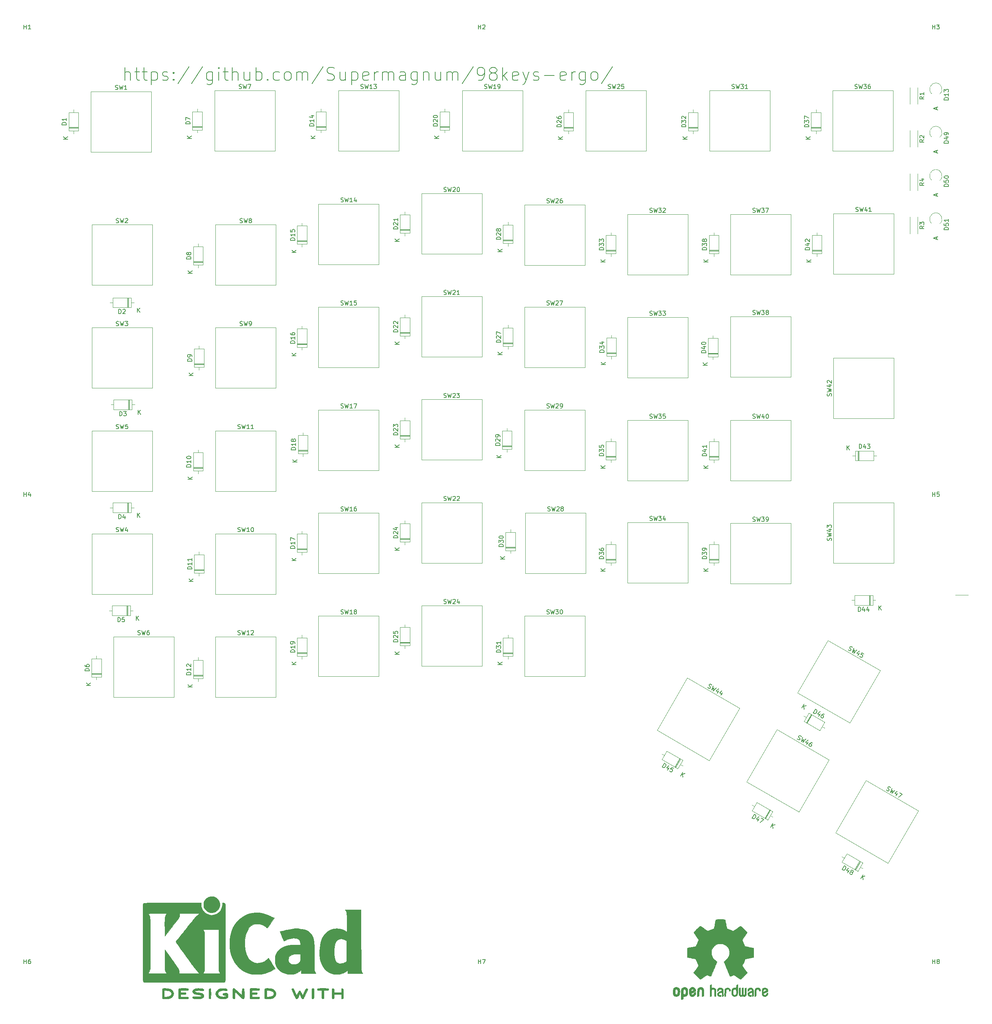
<source format=gbr>
%TF.GenerationSoftware,KiCad,Pcbnew,5.1.6-c6e7f7d~87~ubuntu20.04.1*%
%TF.CreationDate,2020-09-12T13:52:12+02:00*%
%TF.ProjectId,pcb-flat-left,7063622d-666c-4617-942d-6c6566742e6b,rev?*%
%TF.SameCoordinates,Original*%
%TF.FileFunction,Legend,Top*%
%TF.FilePolarity,Positive*%
%FSLAX46Y46*%
G04 Gerber Fmt 4.6, Leading zero omitted, Abs format (unit mm)*
G04 Created by KiCad (PCBNEW 5.1.6-c6e7f7d~87~ubuntu20.04.1) date 2020-09-12 13:52:12*
%MOMM*%
%LPD*%
G01*
G04 APERTURE LIST*
%ADD10C,0.150000*%
%ADD11C,0.120000*%
%ADD12C,0.010000*%
G04 APERTURE END LIST*
D10*
X50057142Y-58057142D02*
X50057142Y-55057142D01*
X51342857Y-58057142D02*
X51342857Y-56485714D01*
X51199999Y-56200000D01*
X50914285Y-56057142D01*
X50485714Y-56057142D01*
X50199999Y-56200000D01*
X50057142Y-56342857D01*
X52342857Y-56057142D02*
X53485714Y-56057142D01*
X52771428Y-55057142D02*
X52771428Y-57628571D01*
X52914285Y-57914285D01*
X53199999Y-58057142D01*
X53485714Y-58057142D01*
X54057142Y-56057142D02*
X55199999Y-56057142D01*
X54485714Y-55057142D02*
X54485714Y-57628571D01*
X54628571Y-57914285D01*
X54914285Y-58057142D01*
X55199999Y-58057142D01*
X56199999Y-56057142D02*
X56199999Y-59057142D01*
X56199999Y-56200000D02*
X56485714Y-56057142D01*
X57057142Y-56057142D01*
X57342857Y-56200000D01*
X57485714Y-56342857D01*
X57628571Y-56628571D01*
X57628571Y-57485714D01*
X57485714Y-57771428D01*
X57342857Y-57914285D01*
X57057142Y-58057142D01*
X56485714Y-58057142D01*
X56199999Y-57914285D01*
X58771428Y-57914285D02*
X59057142Y-58057142D01*
X59628571Y-58057142D01*
X59914285Y-57914285D01*
X60057142Y-57628571D01*
X60057142Y-57485714D01*
X59914285Y-57200000D01*
X59628571Y-57057142D01*
X59199999Y-57057142D01*
X58914285Y-56914285D01*
X58771428Y-56628571D01*
X58771428Y-56485714D01*
X58914285Y-56200000D01*
X59199999Y-56057142D01*
X59628571Y-56057142D01*
X59914285Y-56200000D01*
X61342857Y-57771428D02*
X61485714Y-57914285D01*
X61342857Y-58057142D01*
X61199999Y-57914285D01*
X61342857Y-57771428D01*
X61342857Y-58057142D01*
X61342857Y-56200000D02*
X61485714Y-56342857D01*
X61342857Y-56485714D01*
X61199999Y-56342857D01*
X61342857Y-56200000D01*
X61342857Y-56485714D01*
X64914285Y-54914285D02*
X62342857Y-58771428D01*
X68057142Y-54914285D02*
X65485714Y-58771428D01*
X70342857Y-56057142D02*
X70342857Y-58485714D01*
X70200000Y-58771428D01*
X70057142Y-58914285D01*
X69771428Y-59057142D01*
X69342857Y-59057142D01*
X69057142Y-58914285D01*
X70342857Y-57914285D02*
X70057142Y-58057142D01*
X69485714Y-58057142D01*
X69200000Y-57914285D01*
X69057142Y-57771428D01*
X68914285Y-57485714D01*
X68914285Y-56628571D01*
X69057142Y-56342857D01*
X69200000Y-56200000D01*
X69485714Y-56057142D01*
X70057142Y-56057142D01*
X70342857Y-56200000D01*
X71771428Y-58057142D02*
X71771428Y-56057142D01*
X71771428Y-55057142D02*
X71628571Y-55200000D01*
X71771428Y-55342857D01*
X71914285Y-55200000D01*
X71771428Y-55057142D01*
X71771428Y-55342857D01*
X72771428Y-56057142D02*
X73914285Y-56057142D01*
X73199999Y-55057142D02*
X73199999Y-57628571D01*
X73342857Y-57914285D01*
X73628571Y-58057142D01*
X73914285Y-58057142D01*
X74914285Y-58057142D02*
X74914285Y-55057142D01*
X76199999Y-58057142D02*
X76199999Y-56485714D01*
X76057142Y-56200000D01*
X75771428Y-56057142D01*
X75342857Y-56057142D01*
X75057142Y-56200000D01*
X74914285Y-56342857D01*
X78914285Y-56057142D02*
X78914285Y-58057142D01*
X77628571Y-56057142D02*
X77628571Y-57628571D01*
X77771428Y-57914285D01*
X78057142Y-58057142D01*
X78485714Y-58057142D01*
X78771428Y-57914285D01*
X78914285Y-57771428D01*
X80342857Y-58057142D02*
X80342857Y-55057142D01*
X80342857Y-56200000D02*
X80628571Y-56057142D01*
X81199999Y-56057142D01*
X81485714Y-56200000D01*
X81628571Y-56342857D01*
X81771428Y-56628571D01*
X81771428Y-57485714D01*
X81628571Y-57771428D01*
X81485714Y-57914285D01*
X81199999Y-58057142D01*
X80628571Y-58057142D01*
X80342857Y-57914285D01*
X83057142Y-57771428D02*
X83199999Y-57914285D01*
X83057142Y-58057142D01*
X82914285Y-57914285D01*
X83057142Y-57771428D01*
X83057142Y-58057142D01*
X85771428Y-57914285D02*
X85485714Y-58057142D01*
X84914285Y-58057142D01*
X84628571Y-57914285D01*
X84485714Y-57771428D01*
X84342857Y-57485714D01*
X84342857Y-56628571D01*
X84485714Y-56342857D01*
X84628571Y-56200000D01*
X84914285Y-56057142D01*
X85485714Y-56057142D01*
X85771428Y-56200000D01*
X87485714Y-58057142D02*
X87199999Y-57914285D01*
X87057142Y-57771428D01*
X86914285Y-57485714D01*
X86914285Y-56628571D01*
X87057142Y-56342857D01*
X87199999Y-56200000D01*
X87485714Y-56057142D01*
X87914285Y-56057142D01*
X88199999Y-56200000D01*
X88342857Y-56342857D01*
X88485714Y-56628571D01*
X88485714Y-57485714D01*
X88342857Y-57771428D01*
X88199999Y-57914285D01*
X87914285Y-58057142D01*
X87485714Y-58057142D01*
X89771428Y-58057142D02*
X89771428Y-56057142D01*
X89771428Y-56342857D02*
X89914285Y-56200000D01*
X90199999Y-56057142D01*
X90628571Y-56057142D01*
X90914285Y-56200000D01*
X91057142Y-56485714D01*
X91057142Y-58057142D01*
X91057142Y-56485714D02*
X91199999Y-56200000D01*
X91485714Y-56057142D01*
X91914285Y-56057142D01*
X92199999Y-56200000D01*
X92342857Y-56485714D01*
X92342857Y-58057142D01*
X95914285Y-54914285D02*
X93342857Y-58771428D01*
X96771428Y-57914285D02*
X97199999Y-58057142D01*
X97914285Y-58057142D01*
X98199999Y-57914285D01*
X98342857Y-57771428D01*
X98485714Y-57485714D01*
X98485714Y-57200000D01*
X98342857Y-56914285D01*
X98199999Y-56771428D01*
X97914285Y-56628571D01*
X97342857Y-56485714D01*
X97057142Y-56342857D01*
X96914285Y-56200000D01*
X96771428Y-55914285D01*
X96771428Y-55628571D01*
X96914285Y-55342857D01*
X97057142Y-55200000D01*
X97342857Y-55057142D01*
X98057142Y-55057142D01*
X98485714Y-55200000D01*
X101057142Y-56057142D02*
X101057142Y-58057142D01*
X99771428Y-56057142D02*
X99771428Y-57628571D01*
X99914285Y-57914285D01*
X100199999Y-58057142D01*
X100628571Y-58057142D01*
X100914285Y-57914285D01*
X101057142Y-57771428D01*
X102485714Y-56057142D02*
X102485714Y-59057142D01*
X102485714Y-56200000D02*
X102771428Y-56057142D01*
X103342857Y-56057142D01*
X103628571Y-56200000D01*
X103771428Y-56342857D01*
X103914285Y-56628571D01*
X103914285Y-57485714D01*
X103771428Y-57771428D01*
X103628571Y-57914285D01*
X103342857Y-58057142D01*
X102771428Y-58057142D01*
X102485714Y-57914285D01*
X106342857Y-57914285D02*
X106057142Y-58057142D01*
X105485714Y-58057142D01*
X105200000Y-57914285D01*
X105057142Y-57628571D01*
X105057142Y-56485714D01*
X105200000Y-56200000D01*
X105485714Y-56057142D01*
X106057142Y-56057142D01*
X106342857Y-56200000D01*
X106485714Y-56485714D01*
X106485714Y-56771428D01*
X105057142Y-57057142D01*
X107771428Y-58057142D02*
X107771428Y-56057142D01*
X107771428Y-56628571D02*
X107914285Y-56342857D01*
X108057142Y-56200000D01*
X108342857Y-56057142D01*
X108628571Y-56057142D01*
X109628571Y-58057142D02*
X109628571Y-56057142D01*
X109628571Y-56342857D02*
X109771428Y-56200000D01*
X110057142Y-56057142D01*
X110485714Y-56057142D01*
X110771428Y-56200000D01*
X110914285Y-56485714D01*
X110914285Y-58057142D01*
X110914285Y-56485714D02*
X111057142Y-56200000D01*
X111342857Y-56057142D01*
X111771428Y-56057142D01*
X112057142Y-56200000D01*
X112200000Y-56485714D01*
X112200000Y-58057142D01*
X114914285Y-58057142D02*
X114914285Y-56485714D01*
X114771428Y-56200000D01*
X114485714Y-56057142D01*
X113914285Y-56057142D01*
X113628571Y-56200000D01*
X114914285Y-57914285D02*
X114628571Y-58057142D01*
X113914285Y-58057142D01*
X113628571Y-57914285D01*
X113485714Y-57628571D01*
X113485714Y-57342857D01*
X113628571Y-57057142D01*
X113914285Y-56914285D01*
X114628571Y-56914285D01*
X114914285Y-56771428D01*
X117628571Y-56057142D02*
X117628571Y-58485714D01*
X117485714Y-58771428D01*
X117342857Y-58914285D01*
X117057142Y-59057142D01*
X116628571Y-59057142D01*
X116342857Y-58914285D01*
X117628571Y-57914285D02*
X117342857Y-58057142D01*
X116771428Y-58057142D01*
X116485714Y-57914285D01*
X116342857Y-57771428D01*
X116200000Y-57485714D01*
X116200000Y-56628571D01*
X116342857Y-56342857D01*
X116485714Y-56200000D01*
X116771428Y-56057142D01*
X117342857Y-56057142D01*
X117628571Y-56200000D01*
X119057142Y-56057142D02*
X119057142Y-58057142D01*
X119057142Y-56342857D02*
X119199999Y-56200000D01*
X119485714Y-56057142D01*
X119914285Y-56057142D01*
X120199999Y-56200000D01*
X120342857Y-56485714D01*
X120342857Y-58057142D01*
X123057142Y-56057142D02*
X123057142Y-58057142D01*
X121771428Y-56057142D02*
X121771428Y-57628571D01*
X121914285Y-57914285D01*
X122200000Y-58057142D01*
X122628571Y-58057142D01*
X122914285Y-57914285D01*
X123057142Y-57771428D01*
X124485714Y-58057142D02*
X124485714Y-56057142D01*
X124485714Y-56342857D02*
X124628571Y-56200000D01*
X124914285Y-56057142D01*
X125342857Y-56057142D01*
X125628571Y-56200000D01*
X125771428Y-56485714D01*
X125771428Y-58057142D01*
X125771428Y-56485714D02*
X125914285Y-56200000D01*
X126200000Y-56057142D01*
X126628571Y-56057142D01*
X126914285Y-56200000D01*
X127057142Y-56485714D01*
X127057142Y-58057142D01*
X130628571Y-54914285D02*
X128057142Y-58771428D01*
X131771428Y-58057142D02*
X132342857Y-58057142D01*
X132628571Y-57914285D01*
X132771428Y-57771428D01*
X133057142Y-57342857D01*
X133200000Y-56771428D01*
X133200000Y-55628571D01*
X133057142Y-55342857D01*
X132914285Y-55200000D01*
X132628571Y-55057142D01*
X132057142Y-55057142D01*
X131771428Y-55200000D01*
X131628571Y-55342857D01*
X131485714Y-55628571D01*
X131485714Y-56342857D01*
X131628571Y-56628571D01*
X131771428Y-56771428D01*
X132057142Y-56914285D01*
X132628571Y-56914285D01*
X132914285Y-56771428D01*
X133057142Y-56628571D01*
X133200000Y-56342857D01*
X134914285Y-56342857D02*
X134628571Y-56200000D01*
X134485714Y-56057142D01*
X134342857Y-55771428D01*
X134342857Y-55628571D01*
X134485714Y-55342857D01*
X134628571Y-55200000D01*
X134914285Y-55057142D01*
X135485714Y-55057142D01*
X135771428Y-55200000D01*
X135914285Y-55342857D01*
X136057142Y-55628571D01*
X136057142Y-55771428D01*
X135914285Y-56057142D01*
X135771428Y-56200000D01*
X135485714Y-56342857D01*
X134914285Y-56342857D01*
X134628571Y-56485714D01*
X134485714Y-56628571D01*
X134342857Y-56914285D01*
X134342857Y-57485714D01*
X134485714Y-57771428D01*
X134628571Y-57914285D01*
X134914285Y-58057142D01*
X135485714Y-58057142D01*
X135771428Y-57914285D01*
X135914285Y-57771428D01*
X136057142Y-57485714D01*
X136057142Y-56914285D01*
X135914285Y-56628571D01*
X135771428Y-56485714D01*
X135485714Y-56342857D01*
X137342857Y-58057142D02*
X137342857Y-55057142D01*
X137628571Y-56914285D02*
X138485714Y-58057142D01*
X138485714Y-56057142D02*
X137342857Y-57200000D01*
X140914285Y-57914285D02*
X140628571Y-58057142D01*
X140057142Y-58057142D01*
X139771428Y-57914285D01*
X139628571Y-57628571D01*
X139628571Y-56485714D01*
X139771428Y-56200000D01*
X140057142Y-56057142D01*
X140628571Y-56057142D01*
X140914285Y-56200000D01*
X141057142Y-56485714D01*
X141057142Y-56771428D01*
X139628571Y-57057142D01*
X142057142Y-56057142D02*
X142771428Y-58057142D01*
X143485714Y-56057142D02*
X142771428Y-58057142D01*
X142485714Y-58771428D01*
X142342857Y-58914285D01*
X142057142Y-59057142D01*
X144485714Y-57914285D02*
X144771428Y-58057142D01*
X145342857Y-58057142D01*
X145628571Y-57914285D01*
X145771428Y-57628571D01*
X145771428Y-57485714D01*
X145628571Y-57200000D01*
X145342857Y-57057142D01*
X144914285Y-57057142D01*
X144628571Y-56914285D01*
X144485714Y-56628571D01*
X144485714Y-56485714D01*
X144628571Y-56200000D01*
X144914285Y-56057142D01*
X145342857Y-56057142D01*
X145628571Y-56200000D01*
X147057142Y-56914285D02*
X149342857Y-56914285D01*
X151914285Y-57914285D02*
X151628571Y-58057142D01*
X151057142Y-58057142D01*
X150771428Y-57914285D01*
X150628571Y-57628571D01*
X150628571Y-56485714D01*
X150771428Y-56200000D01*
X151057142Y-56057142D01*
X151628571Y-56057142D01*
X151914285Y-56200000D01*
X152057142Y-56485714D01*
X152057142Y-56771428D01*
X150628571Y-57057142D01*
X153342857Y-58057142D02*
X153342857Y-56057142D01*
X153342857Y-56628571D02*
X153485714Y-56342857D01*
X153628571Y-56200000D01*
X153914285Y-56057142D01*
X154200000Y-56057142D01*
X156485714Y-56057142D02*
X156485714Y-58485714D01*
X156342857Y-58771428D01*
X156200000Y-58914285D01*
X155914285Y-59057142D01*
X155485714Y-59057142D01*
X155200000Y-58914285D01*
X156485714Y-57914285D02*
X156200000Y-58057142D01*
X155628571Y-58057142D01*
X155342857Y-57914285D01*
X155200000Y-57771428D01*
X155057142Y-57485714D01*
X155057142Y-56628571D01*
X155200000Y-56342857D01*
X155342857Y-56200000D01*
X155628571Y-56057142D01*
X156200000Y-56057142D01*
X156485714Y-56200000D01*
X158342857Y-58057142D02*
X158057142Y-57914285D01*
X157914285Y-57771428D01*
X157771428Y-57485714D01*
X157771428Y-56628571D01*
X157914285Y-56342857D01*
X158057142Y-56200000D01*
X158342857Y-56057142D01*
X158771428Y-56057142D01*
X159057142Y-56200000D01*
X159200000Y-56342857D01*
X159342857Y-56628571D01*
X159342857Y-57485714D01*
X159200000Y-57771428D01*
X159057142Y-57914285D01*
X158771428Y-58057142D01*
X158342857Y-58057142D01*
X162771428Y-54914285D02*
X160200000Y-58771428D01*
D11*
X245000000Y-177000000D02*
X242000000Y-177000000D01*
D12*
%TO.C,REF\u002A\u002A*%
G36*
X59195429Y-267873553D02*
G01*
X59327037Y-267874891D01*
X59712667Y-267884195D01*
X60035631Y-267911834D01*
X60306936Y-267960773D01*
X60537590Y-268033975D01*
X60738600Y-268134407D01*
X60920973Y-268265033D01*
X60986112Y-268321775D01*
X61094166Y-268454544D01*
X61191600Y-268634709D01*
X61266696Y-268834412D01*
X61307736Y-269025797D01*
X61312000Y-269096519D01*
X61285278Y-269292565D01*
X61213669Y-269506709D01*
X61110003Y-269709403D01*
X60987113Y-269871099D01*
X60967152Y-269890608D01*
X60798072Y-270027737D01*
X60612917Y-270134782D01*
X60401013Y-270214550D01*
X60151686Y-270269844D01*
X59854260Y-270303469D01*
X59498062Y-270318231D01*
X59334907Y-270319482D01*
X59127461Y-270318483D01*
X58981575Y-270314307D01*
X58883562Y-270305181D01*
X58819736Y-270289337D01*
X58776409Y-270265003D01*
X58753185Y-270244223D01*
X58731249Y-270218979D01*
X58714041Y-270186413D01*
X58700990Y-270137801D01*
X58691523Y-270064420D01*
X58685068Y-269957546D01*
X58681053Y-269808454D01*
X58678907Y-269608421D01*
X58678057Y-269348723D01*
X58677926Y-269096519D01*
X58677097Y-268760138D01*
X58677276Y-268491422D01*
X58680477Y-268362741D01*
X59167111Y-268362741D01*
X59167111Y-269830297D01*
X59477555Y-269830012D01*
X59664357Y-269824655D01*
X59860004Y-269810853D01*
X60023240Y-269791548D01*
X60028206Y-269790752D01*
X60292029Y-269726967D01*
X60496659Y-269627625D01*
X60652316Y-269486260D01*
X60751217Y-269333203D01*
X60812156Y-269163419D01*
X60807431Y-269003999D01*
X60736708Y-268833111D01*
X60598371Y-268656329D01*
X60406673Y-268525332D01*
X60157501Y-268437771D01*
X59990975Y-268406783D01*
X59801946Y-268385022D01*
X59601603Y-268369272D01*
X59431204Y-268362724D01*
X59421111Y-268362693D01*
X59167111Y-268362741D01*
X58680477Y-268362741D01*
X58682466Y-268282838D01*
X58696673Y-268126851D01*
X58723900Y-268015927D01*
X58768148Y-267942532D01*
X58833422Y-267899131D01*
X58923724Y-267878190D01*
X59043059Y-267872176D01*
X59195429Y-267873553D01*
G37*
X59195429Y-267873553D02*
X59327037Y-267874891D01*
X59712667Y-267884195D01*
X60035631Y-267911834D01*
X60306936Y-267960773D01*
X60537590Y-268033975D01*
X60738600Y-268134407D01*
X60920973Y-268265033D01*
X60986112Y-268321775D01*
X61094166Y-268454544D01*
X61191600Y-268634709D01*
X61266696Y-268834412D01*
X61307736Y-269025797D01*
X61312000Y-269096519D01*
X61285278Y-269292565D01*
X61213669Y-269506709D01*
X61110003Y-269709403D01*
X60987113Y-269871099D01*
X60967152Y-269890608D01*
X60798072Y-270027737D01*
X60612917Y-270134782D01*
X60401013Y-270214550D01*
X60151686Y-270269844D01*
X59854260Y-270303469D01*
X59498062Y-270318231D01*
X59334907Y-270319482D01*
X59127461Y-270318483D01*
X58981575Y-270314307D01*
X58883562Y-270305181D01*
X58819736Y-270289337D01*
X58776409Y-270265003D01*
X58753185Y-270244223D01*
X58731249Y-270218979D01*
X58714041Y-270186413D01*
X58700990Y-270137801D01*
X58691523Y-270064420D01*
X58685068Y-269957546D01*
X58681053Y-269808454D01*
X58678907Y-269608421D01*
X58678057Y-269348723D01*
X58677926Y-269096519D01*
X58677097Y-268760138D01*
X58677276Y-268491422D01*
X58680477Y-268362741D01*
X59167111Y-268362741D01*
X59167111Y-269830297D01*
X59477555Y-269830012D01*
X59664357Y-269824655D01*
X59860004Y-269810853D01*
X60023240Y-269791548D01*
X60028206Y-269790752D01*
X60292029Y-269726967D01*
X60496659Y-269627625D01*
X60652316Y-269486260D01*
X60751217Y-269333203D01*
X60812156Y-269163419D01*
X60807431Y-269003999D01*
X60736708Y-268833111D01*
X60598371Y-268656329D01*
X60406673Y-268525332D01*
X60157501Y-268437771D01*
X59990975Y-268406783D01*
X59801946Y-268385022D01*
X59601603Y-268369272D01*
X59431204Y-268362724D01*
X59421111Y-268362693D01*
X59167111Y-268362741D01*
X58680477Y-268362741D01*
X58682466Y-268282838D01*
X58696673Y-268126851D01*
X58723900Y-268015927D01*
X58768148Y-267942532D01*
X58833422Y-267899131D01*
X58923724Y-267878190D01*
X59043059Y-267872176D01*
X59195429Y-267873553D01*
G36*
X63890686Y-267873821D02*
G01*
X64122048Y-267875062D01*
X64296679Y-267877949D01*
X64423843Y-267883153D01*
X64512803Y-267891344D01*
X64572824Y-267903191D01*
X64613169Y-267919366D01*
X64643102Y-267940537D01*
X64653941Y-267950281D01*
X64719858Y-268053808D01*
X64731728Y-268172762D01*
X64688365Y-268278367D01*
X64668314Y-268299710D01*
X64635883Y-268320404D01*
X64583665Y-268336368D01*
X64501975Y-268348379D01*
X64381131Y-268357215D01*
X64211449Y-268363651D01*
X63983246Y-268368464D01*
X63774611Y-268371394D01*
X62948888Y-268381556D01*
X62937603Y-268597926D01*
X62926318Y-268814297D01*
X63486808Y-268814297D01*
X63730138Y-268816396D01*
X63908278Y-268825177D01*
X64031242Y-268844364D01*
X64109041Y-268877681D01*
X64151687Y-268928854D01*
X64169193Y-269001605D01*
X64171851Y-269069126D01*
X64163589Y-269151974D01*
X64132410Y-269213021D01*
X64068724Y-269255457D01*
X63962941Y-269282471D01*
X63805471Y-269297255D01*
X63586724Y-269302997D01*
X63467330Y-269303482D01*
X62930074Y-269303482D01*
X62930074Y-269830297D01*
X63757926Y-269830297D01*
X64029290Y-269830675D01*
X64235528Y-269832372D01*
X64386772Y-269836233D01*
X64493154Y-269843101D01*
X64564804Y-269853822D01*
X64611856Y-269869239D01*
X64644441Y-269890196D01*
X64661037Y-269905556D01*
X64717967Y-269995202D01*
X64736296Y-270074889D01*
X64710124Y-270172225D01*
X64661037Y-270244223D01*
X64634848Y-270266888D01*
X64601041Y-270284488D01*
X64550521Y-270297660D01*
X64474196Y-270307043D01*
X64362971Y-270313274D01*
X64207752Y-270316992D01*
X63999444Y-270318836D01*
X63728955Y-270319442D01*
X63588592Y-270319482D01*
X63288008Y-270319216D01*
X63053588Y-270317993D01*
X62876238Y-270315174D01*
X62746866Y-270310122D01*
X62656376Y-270302198D01*
X62595675Y-270290764D01*
X62555668Y-270275182D01*
X62527262Y-270254813D01*
X62516148Y-270244223D01*
X62494151Y-270218900D01*
X62476910Y-270186232D01*
X62463848Y-270137463D01*
X62454387Y-270063840D01*
X62447950Y-269956607D01*
X62443960Y-269807011D01*
X62441839Y-269606296D01*
X62441010Y-269345710D01*
X62440888Y-269103078D01*
X62441001Y-268792357D01*
X62441782Y-268548103D01*
X62443900Y-268361527D01*
X62448022Y-268223836D01*
X62454814Y-268126240D01*
X62464944Y-268059947D01*
X62479079Y-268016166D01*
X62497885Y-267986107D01*
X62522031Y-267960978D01*
X62527980Y-267955375D01*
X62556849Y-267930572D01*
X62590393Y-267911365D01*
X62637917Y-267897039D01*
X62708724Y-267886879D01*
X62812121Y-267880171D01*
X62957410Y-267876199D01*
X63153897Y-267874251D01*
X63410886Y-267873610D01*
X63593329Y-267873556D01*
X63890686Y-267873821D01*
G37*
X63890686Y-267873821D02*
X64122048Y-267875062D01*
X64296679Y-267877949D01*
X64423843Y-267883153D01*
X64512803Y-267891344D01*
X64572824Y-267903191D01*
X64613169Y-267919366D01*
X64643102Y-267940537D01*
X64653941Y-267950281D01*
X64719858Y-268053808D01*
X64731728Y-268172762D01*
X64688365Y-268278367D01*
X64668314Y-268299710D01*
X64635883Y-268320404D01*
X64583665Y-268336368D01*
X64501975Y-268348379D01*
X64381131Y-268357215D01*
X64211449Y-268363651D01*
X63983246Y-268368464D01*
X63774611Y-268371394D01*
X62948888Y-268381556D01*
X62937603Y-268597926D01*
X62926318Y-268814297D01*
X63486808Y-268814297D01*
X63730138Y-268816396D01*
X63908278Y-268825177D01*
X64031242Y-268844364D01*
X64109041Y-268877681D01*
X64151687Y-268928854D01*
X64169193Y-269001605D01*
X64171851Y-269069126D01*
X64163589Y-269151974D01*
X64132410Y-269213021D01*
X64068724Y-269255457D01*
X63962941Y-269282471D01*
X63805471Y-269297255D01*
X63586724Y-269302997D01*
X63467330Y-269303482D01*
X62930074Y-269303482D01*
X62930074Y-269830297D01*
X63757926Y-269830297D01*
X64029290Y-269830675D01*
X64235528Y-269832372D01*
X64386772Y-269836233D01*
X64493154Y-269843101D01*
X64564804Y-269853822D01*
X64611856Y-269869239D01*
X64644441Y-269890196D01*
X64661037Y-269905556D01*
X64717967Y-269995202D01*
X64736296Y-270074889D01*
X64710124Y-270172225D01*
X64661037Y-270244223D01*
X64634848Y-270266888D01*
X64601041Y-270284488D01*
X64550521Y-270297660D01*
X64474196Y-270307043D01*
X64362971Y-270313274D01*
X64207752Y-270316992D01*
X63999444Y-270318836D01*
X63728955Y-270319442D01*
X63588592Y-270319482D01*
X63288008Y-270319216D01*
X63053588Y-270317993D01*
X62876238Y-270315174D01*
X62746866Y-270310122D01*
X62656376Y-270302198D01*
X62595675Y-270290764D01*
X62555668Y-270275182D01*
X62527262Y-270254813D01*
X62516148Y-270244223D01*
X62494151Y-270218900D01*
X62476910Y-270186232D01*
X62463848Y-270137463D01*
X62454387Y-270063840D01*
X62447950Y-269956607D01*
X62443960Y-269807011D01*
X62441839Y-269606296D01*
X62441010Y-269345710D01*
X62440888Y-269103078D01*
X62441001Y-268792357D01*
X62441782Y-268548103D01*
X62443900Y-268361527D01*
X62448022Y-268223836D01*
X62454814Y-268126240D01*
X62464944Y-268059947D01*
X62479079Y-268016166D01*
X62497885Y-267986107D01*
X62522031Y-267960978D01*
X62527980Y-267955375D01*
X62556849Y-267930572D01*
X62590393Y-267911365D01*
X62637917Y-267897039D01*
X62708724Y-267886879D01*
X62812121Y-267880171D01*
X62957410Y-267876199D01*
X63153897Y-267874251D01*
X63410886Y-267873610D01*
X63593329Y-267873556D01*
X63890686Y-267873821D01*
G36*
X67294325Y-267877837D02*
G01*
X67543708Y-267895271D01*
X67775647Y-267922501D01*
X67976661Y-267958500D01*
X68133266Y-268002244D01*
X68231981Y-268052709D01*
X68247133Y-268067563D01*
X68299822Y-268182834D01*
X68283845Y-268301172D01*
X68202121Y-268402418D01*
X68198222Y-268405319D01*
X68150153Y-268436515D01*
X68099974Y-268452919D01*
X68029983Y-268454911D01*
X67922477Y-268442872D01*
X67759756Y-268417182D01*
X67746666Y-268415018D01*
X67504204Y-268385231D01*
X67242610Y-268370538D01*
X66980244Y-268370395D01*
X66735464Y-268384263D01*
X66526630Y-268411598D01*
X66372100Y-268451858D01*
X66361946Y-268455904D01*
X66249840Y-268518716D01*
X66210453Y-268582282D01*
X66241287Y-268644798D01*
X66339845Y-268704458D01*
X66503630Y-268759456D01*
X66730145Y-268807986D01*
X66881185Y-268831352D01*
X67195148Y-268876296D01*
X67444855Y-268917381D01*
X67640944Y-268958165D01*
X67794052Y-269002204D01*
X67914816Y-269053058D01*
X68013873Y-269114282D01*
X68101860Y-269189435D01*
X68172566Y-269263236D01*
X68256450Y-269366064D01*
X68297732Y-269454483D01*
X68310642Y-269563422D01*
X68311111Y-269603318D01*
X68301414Y-269735706D01*
X68262661Y-269834198D01*
X68195590Y-269921619D01*
X68059280Y-270055252D01*
X67907278Y-270157164D01*
X67728292Y-270230677D01*
X67511026Y-270279116D01*
X67244186Y-270305803D01*
X66916478Y-270314062D01*
X66862370Y-270313922D01*
X66643838Y-270309392D01*
X66427115Y-270299099D01*
X66235826Y-270284521D01*
X66093595Y-270267133D01*
X66082092Y-270265136D01*
X65940680Y-270231638D01*
X65820735Y-270189321D01*
X65752833Y-270150635D01*
X65689643Y-270048572D01*
X65685244Y-269929726D01*
X65739717Y-269823813D01*
X65751905Y-269811836D01*
X65802282Y-269776253D01*
X65865285Y-269760921D01*
X65962793Y-269763530D01*
X66081164Y-269777091D01*
X66213433Y-269789206D01*
X66398851Y-269799427D01*
X66615313Y-269806844D01*
X66840717Y-269810547D01*
X66900000Y-269810792D01*
X67126242Y-269809879D01*
X67291819Y-269805487D01*
X67411300Y-269796091D01*
X67499254Y-269780167D01*
X67570249Y-269756191D01*
X67612913Y-269736223D01*
X67706666Y-269680776D01*
X67766440Y-269630560D01*
X67775176Y-269616325D01*
X67756746Y-269557544D01*
X67669133Y-269500640D01*
X67518408Y-269448195D01*
X67310642Y-269402793D01*
X67249429Y-269392679D01*
X66929700Y-269342461D01*
X66674529Y-269300486D01*
X66474068Y-269263705D01*
X66318467Y-269229066D01*
X66197878Y-269193520D01*
X66102452Y-269154016D01*
X66022339Y-269107505D01*
X65947692Y-269050937D01*
X65868661Y-268981260D01*
X65842067Y-268956831D01*
X65748825Y-268865663D01*
X65699468Y-268793430D01*
X65680159Y-268710773D01*
X65677037Y-268606610D01*
X65711416Y-268402350D01*
X65814161Y-268228801D01*
X65984683Y-268086526D01*
X66222391Y-267976084D01*
X66392000Y-267926547D01*
X66576335Y-267894553D01*
X66797156Y-267876453D01*
X67040980Y-267871223D01*
X67294325Y-267877837D01*
G37*
X67294325Y-267877837D02*
X67543708Y-267895271D01*
X67775647Y-267922501D01*
X67976661Y-267958500D01*
X68133266Y-268002244D01*
X68231981Y-268052709D01*
X68247133Y-268067563D01*
X68299822Y-268182834D01*
X68283845Y-268301172D01*
X68202121Y-268402418D01*
X68198222Y-268405319D01*
X68150153Y-268436515D01*
X68099974Y-268452919D01*
X68029983Y-268454911D01*
X67922477Y-268442872D01*
X67759756Y-268417182D01*
X67746666Y-268415018D01*
X67504204Y-268385231D01*
X67242610Y-268370538D01*
X66980244Y-268370395D01*
X66735464Y-268384263D01*
X66526630Y-268411598D01*
X66372100Y-268451858D01*
X66361946Y-268455904D01*
X66249840Y-268518716D01*
X66210453Y-268582282D01*
X66241287Y-268644798D01*
X66339845Y-268704458D01*
X66503630Y-268759456D01*
X66730145Y-268807986D01*
X66881185Y-268831352D01*
X67195148Y-268876296D01*
X67444855Y-268917381D01*
X67640944Y-268958165D01*
X67794052Y-269002204D01*
X67914816Y-269053058D01*
X68013873Y-269114282D01*
X68101860Y-269189435D01*
X68172566Y-269263236D01*
X68256450Y-269366064D01*
X68297732Y-269454483D01*
X68310642Y-269563422D01*
X68311111Y-269603318D01*
X68301414Y-269735706D01*
X68262661Y-269834198D01*
X68195590Y-269921619D01*
X68059280Y-270055252D01*
X67907278Y-270157164D01*
X67728292Y-270230677D01*
X67511026Y-270279116D01*
X67244186Y-270305803D01*
X66916478Y-270314062D01*
X66862370Y-270313922D01*
X66643838Y-270309392D01*
X66427115Y-270299099D01*
X66235826Y-270284521D01*
X66093595Y-270267133D01*
X66082092Y-270265136D01*
X65940680Y-270231638D01*
X65820735Y-270189321D01*
X65752833Y-270150635D01*
X65689643Y-270048572D01*
X65685244Y-269929726D01*
X65739717Y-269823813D01*
X65751905Y-269811836D01*
X65802282Y-269776253D01*
X65865285Y-269760921D01*
X65962793Y-269763530D01*
X66081164Y-269777091D01*
X66213433Y-269789206D01*
X66398851Y-269799427D01*
X66615313Y-269806844D01*
X66840717Y-269810547D01*
X66900000Y-269810792D01*
X67126242Y-269809879D01*
X67291819Y-269805487D01*
X67411300Y-269796091D01*
X67499254Y-269780167D01*
X67570249Y-269756191D01*
X67612913Y-269736223D01*
X67706666Y-269680776D01*
X67766440Y-269630560D01*
X67775176Y-269616325D01*
X67756746Y-269557544D01*
X67669133Y-269500640D01*
X67518408Y-269448195D01*
X67310642Y-269402793D01*
X67249429Y-269392679D01*
X66929700Y-269342461D01*
X66674529Y-269300486D01*
X66474068Y-269263705D01*
X66318467Y-269229066D01*
X66197878Y-269193520D01*
X66102452Y-269154016D01*
X66022339Y-269107505D01*
X65947692Y-269050937D01*
X65868661Y-268981260D01*
X65842067Y-268956831D01*
X65748825Y-268865663D01*
X65699468Y-268793430D01*
X65680159Y-268710773D01*
X65677037Y-268606610D01*
X65711416Y-268402350D01*
X65814161Y-268228801D01*
X65984683Y-268086526D01*
X66222391Y-267976084D01*
X66392000Y-267926547D01*
X66576335Y-267894553D01*
X66797156Y-267876453D01*
X67040980Y-267871223D01*
X67294325Y-267877837D01*
G36*
X69853926Y-267948815D02*
G01*
X69875862Y-267974059D01*
X69893069Y-268006625D01*
X69906121Y-268055237D01*
X69915588Y-268128618D01*
X69922042Y-268235492D01*
X69926057Y-268384584D01*
X69928203Y-268584617D01*
X69929053Y-268844315D01*
X69929185Y-269096519D01*
X69928953Y-269409342D01*
X69927875Y-269655630D01*
X69925379Y-269844106D01*
X69920894Y-269983496D01*
X69913847Y-270082523D01*
X69903666Y-270149910D01*
X69889780Y-270194381D01*
X69871615Y-270224661D01*
X69853926Y-270244223D01*
X69743914Y-270309824D01*
X69626696Y-270303937D01*
X69521818Y-270232390D01*
X69497721Y-270204456D01*
X69478888Y-270172047D01*
X69464672Y-270126203D01*
X69454423Y-270057965D01*
X69447493Y-269958374D01*
X69443234Y-269818471D01*
X69440998Y-269629296D01*
X69440136Y-269381891D01*
X69440000Y-269101791D01*
X69440000Y-268058283D01*
X69532363Y-267965920D01*
X69646212Y-267888211D01*
X69756647Y-267885411D01*
X69853926Y-267948815D01*
G37*
X69853926Y-267948815D02*
X69875862Y-267974059D01*
X69893069Y-268006625D01*
X69906121Y-268055237D01*
X69915588Y-268128618D01*
X69922042Y-268235492D01*
X69926057Y-268384584D01*
X69928203Y-268584617D01*
X69929053Y-268844315D01*
X69929185Y-269096519D01*
X69928953Y-269409342D01*
X69927875Y-269655630D01*
X69925379Y-269844106D01*
X69920894Y-269983496D01*
X69913847Y-270082523D01*
X69903666Y-270149910D01*
X69889780Y-270194381D01*
X69871615Y-270224661D01*
X69853926Y-270244223D01*
X69743914Y-270309824D01*
X69626696Y-270303937D01*
X69521818Y-270232390D01*
X69497721Y-270204456D01*
X69478888Y-270172047D01*
X69464672Y-270126203D01*
X69454423Y-270057965D01*
X69447493Y-269958374D01*
X69443234Y-269818471D01*
X69440998Y-269629296D01*
X69440136Y-269381891D01*
X69440000Y-269101791D01*
X69440000Y-268058283D01*
X69532363Y-267965920D01*
X69646212Y-267888211D01*
X69756647Y-267885411D01*
X69853926Y-267948815D01*
G36*
X73099729Y-267891996D02*
G01*
X73328118Y-267930318D01*
X73503525Y-267989890D01*
X73617640Y-268068329D01*
X73648736Y-268113079D01*
X73680358Y-268217160D01*
X73659078Y-268311317D01*
X73591899Y-268400607D01*
X73487516Y-268442378D01*
X73336058Y-268438986D01*
X73218913Y-268416354D01*
X72958604Y-268373237D01*
X72692580Y-268369139D01*
X72394818Y-268404137D01*
X72312569Y-268418966D01*
X72035696Y-268497028D01*
X71819092Y-268613149D01*
X71665129Y-268765347D01*
X71576185Y-268951646D01*
X71557789Y-269047962D01*
X71569831Y-269243375D01*
X71647569Y-269416264D01*
X71783922Y-269563261D01*
X71971805Y-269680995D01*
X72204135Y-269766097D01*
X72473827Y-269815198D01*
X72773799Y-269824928D01*
X73096967Y-269791916D01*
X73115214Y-269788804D01*
X73243752Y-269764863D01*
X73315021Y-269741738D01*
X73345912Y-269707425D01*
X73353314Y-269649922D01*
X73353481Y-269619471D01*
X73353481Y-269491630D01*
X73125229Y-269491630D01*
X72923668Y-269477822D01*
X72786117Y-269433822D01*
X72706085Y-269355765D01*
X72677078Y-269239786D01*
X72676724Y-269224647D01*
X72693695Y-269125515D01*
X72751892Y-269054729D01*
X72860204Y-269007885D01*
X73027524Y-268980577D01*
X73189592Y-268970537D01*
X73425147Y-268964777D01*
X73596007Y-268973566D01*
X73712537Y-269006001D01*
X73785102Y-269071177D01*
X73824067Y-269178187D01*
X73839800Y-269336128D01*
X73842666Y-269543570D01*
X73837970Y-269775118D01*
X73823840Y-269932620D01*
X73800215Y-270016706D01*
X73795629Y-270023293D01*
X73665908Y-270128361D01*
X73475714Y-270211568D01*
X73237105Y-270271135D01*
X72962139Y-270305285D01*
X72662872Y-270312242D01*
X72351362Y-270290228D01*
X72168148Y-270263186D01*
X71880780Y-270181848D01*
X71613695Y-270048873D01*
X71390077Y-269876291D01*
X71356089Y-269841797D01*
X71245661Y-269696783D01*
X71146021Y-269517060D01*
X71068812Y-269328639D01*
X71025672Y-269157531D01*
X71020474Y-269091813D01*
X71042608Y-268954731D01*
X71101439Y-268784174D01*
X71185679Y-268604647D01*
X71284038Y-268440651D01*
X71370938Y-268331112D01*
X71574119Y-268168173D01*
X71836770Y-268038485D01*
X72149478Y-267944981D01*
X72502832Y-267890596D01*
X72826666Y-267877307D01*
X73099729Y-267891996D01*
G37*
X73099729Y-267891996D02*
X73328118Y-267930318D01*
X73503525Y-267989890D01*
X73617640Y-268068329D01*
X73648736Y-268113079D01*
X73680358Y-268217160D01*
X73659078Y-268311317D01*
X73591899Y-268400607D01*
X73487516Y-268442378D01*
X73336058Y-268438986D01*
X73218913Y-268416354D01*
X72958604Y-268373237D01*
X72692580Y-268369139D01*
X72394818Y-268404137D01*
X72312569Y-268418966D01*
X72035696Y-268497028D01*
X71819092Y-268613149D01*
X71665129Y-268765347D01*
X71576185Y-268951646D01*
X71557789Y-269047962D01*
X71569831Y-269243375D01*
X71647569Y-269416264D01*
X71783922Y-269563261D01*
X71971805Y-269680995D01*
X72204135Y-269766097D01*
X72473827Y-269815198D01*
X72773799Y-269824928D01*
X73096967Y-269791916D01*
X73115214Y-269788804D01*
X73243752Y-269764863D01*
X73315021Y-269741738D01*
X73345912Y-269707425D01*
X73353314Y-269649922D01*
X73353481Y-269619471D01*
X73353481Y-269491630D01*
X73125229Y-269491630D01*
X72923668Y-269477822D01*
X72786117Y-269433822D01*
X72706085Y-269355765D01*
X72677078Y-269239786D01*
X72676724Y-269224647D01*
X72693695Y-269125515D01*
X72751892Y-269054729D01*
X72860204Y-269007885D01*
X73027524Y-268980577D01*
X73189592Y-268970537D01*
X73425147Y-268964777D01*
X73596007Y-268973566D01*
X73712537Y-269006001D01*
X73785102Y-269071177D01*
X73824067Y-269178187D01*
X73839800Y-269336128D01*
X73842666Y-269543570D01*
X73837970Y-269775118D01*
X73823840Y-269932620D01*
X73800215Y-270016706D01*
X73795629Y-270023293D01*
X73665908Y-270128361D01*
X73475714Y-270211568D01*
X73237105Y-270271135D01*
X72962139Y-270305285D01*
X72662872Y-270312242D01*
X72351362Y-270290228D01*
X72168148Y-270263186D01*
X71880780Y-270181848D01*
X71613695Y-270048873D01*
X71390077Y-269876291D01*
X71356089Y-269841797D01*
X71245661Y-269696783D01*
X71146021Y-269517060D01*
X71068812Y-269328639D01*
X71025672Y-269157531D01*
X71020474Y-269091813D01*
X71042608Y-268954731D01*
X71101439Y-268784174D01*
X71185679Y-268604647D01*
X71284038Y-268440651D01*
X71370938Y-268331112D01*
X71574119Y-268168173D01*
X71836770Y-268038485D01*
X72149478Y-267944981D01*
X72502832Y-267890596D01*
X72826666Y-267877307D01*
X73099729Y-267891996D01*
G36*
X75266287Y-267888161D02*
G01*
X75344841Y-267934242D01*
X75447551Y-268009602D01*
X75579741Y-268117792D01*
X75746735Y-268262361D01*
X75953857Y-268446859D01*
X76206429Y-268674836D01*
X76495555Y-268936947D01*
X77097629Y-269482928D01*
X77116444Y-268750096D01*
X77123237Y-268497838D01*
X77129791Y-268309981D01*
X77137555Y-268175687D01*
X77147981Y-268084116D01*
X77162517Y-268024431D01*
X77182614Y-267985791D01*
X77209722Y-267957359D01*
X77224094Y-267945410D01*
X77339196Y-267882235D01*
X77448725Y-267891471D01*
X77535609Y-267945443D01*
X77624444Y-268017329D01*
X77635493Y-269067170D01*
X77638551Y-269375929D01*
X77640107Y-269618480D01*
X77639623Y-269803869D01*
X77636559Y-269941141D01*
X77630376Y-270039342D01*
X77620536Y-270107517D01*
X77606499Y-270154710D01*
X77587727Y-270189969D01*
X77566910Y-270218247D01*
X77521869Y-270270691D01*
X77477056Y-270305454D01*
X77426253Y-270318798D01*
X77363246Y-270306980D01*
X77281819Y-270266262D01*
X77175756Y-270192903D01*
X77038841Y-270083164D01*
X76864859Y-269933304D01*
X76647595Y-269739584D01*
X76401481Y-269516996D01*
X75517185Y-268714861D01*
X75498370Y-269445297D01*
X75491565Y-269697095D01*
X75484995Y-269884514D01*
X75477202Y-270018413D01*
X75466730Y-270109653D01*
X75452122Y-270169095D01*
X75431919Y-270207598D01*
X75404666Y-270236023D01*
X75390720Y-270247607D01*
X75267450Y-270311242D01*
X75150975Y-270301643D01*
X75049546Y-270220333D01*
X75026343Y-270187621D01*
X75008258Y-270149419D01*
X74994657Y-270096559D01*
X74984903Y-270019878D01*
X74978359Y-269910208D01*
X74974390Y-269758386D01*
X74972359Y-269555245D01*
X74971631Y-269291620D01*
X74971555Y-269096519D01*
X74971800Y-268791358D01*
X74972958Y-268552291D01*
X74975665Y-268370151D01*
X74980557Y-268235773D01*
X74988272Y-268139992D01*
X74999443Y-268073643D01*
X75014708Y-268027559D01*
X75034703Y-267992575D01*
X75049546Y-267972705D01*
X75087169Y-267925636D01*
X75122331Y-267890097D01*
X75160356Y-267869639D01*
X75206567Y-267867810D01*
X75266287Y-267888161D01*
G37*
X75266287Y-267888161D02*
X75344841Y-267934242D01*
X75447551Y-268009602D01*
X75579741Y-268117792D01*
X75746735Y-268262361D01*
X75953857Y-268446859D01*
X76206429Y-268674836D01*
X76495555Y-268936947D01*
X77097629Y-269482928D01*
X77116444Y-268750096D01*
X77123237Y-268497838D01*
X77129791Y-268309981D01*
X77137555Y-268175687D01*
X77147981Y-268084116D01*
X77162517Y-268024431D01*
X77182614Y-267985791D01*
X77209722Y-267957359D01*
X77224094Y-267945410D01*
X77339196Y-267882235D01*
X77448725Y-267891471D01*
X77535609Y-267945443D01*
X77624444Y-268017329D01*
X77635493Y-269067170D01*
X77638551Y-269375929D01*
X77640107Y-269618480D01*
X77639623Y-269803869D01*
X77636559Y-269941141D01*
X77630376Y-270039342D01*
X77620536Y-270107517D01*
X77606499Y-270154710D01*
X77587727Y-270189969D01*
X77566910Y-270218247D01*
X77521869Y-270270691D01*
X77477056Y-270305454D01*
X77426253Y-270318798D01*
X77363246Y-270306980D01*
X77281819Y-270266262D01*
X77175756Y-270192903D01*
X77038841Y-270083164D01*
X76864859Y-269933304D01*
X76647595Y-269739584D01*
X76401481Y-269516996D01*
X75517185Y-268714861D01*
X75498370Y-269445297D01*
X75491565Y-269697095D01*
X75484995Y-269884514D01*
X75477202Y-270018413D01*
X75466730Y-270109653D01*
X75452122Y-270169095D01*
X75431919Y-270207598D01*
X75404666Y-270236023D01*
X75390720Y-270247607D01*
X75267450Y-270311242D01*
X75150975Y-270301643D01*
X75049546Y-270220333D01*
X75026343Y-270187621D01*
X75008258Y-270149419D01*
X74994657Y-270096559D01*
X74984903Y-270019878D01*
X74978359Y-269910208D01*
X74974390Y-269758386D01*
X74972359Y-269555245D01*
X74971631Y-269291620D01*
X74971555Y-269096519D01*
X74971800Y-268791358D01*
X74972958Y-268552291D01*
X74975665Y-268370151D01*
X74980557Y-268235773D01*
X74988272Y-268139992D01*
X74999443Y-268073643D01*
X75014708Y-268027559D01*
X75034703Y-267992575D01*
X75049546Y-267972705D01*
X75087169Y-267925636D01*
X75122331Y-267890097D01*
X75160356Y-267869639D01*
X75206567Y-267867810D01*
X75266287Y-267888161D01*
G36*
X80367809Y-267874199D02*
G01*
X80622338Y-267877246D01*
X80817389Y-267884371D01*
X80960851Y-267897249D01*
X81060611Y-267917555D01*
X81124560Y-267946965D01*
X81160586Y-267987154D01*
X81176578Y-268039795D01*
X81180424Y-268106565D01*
X81180444Y-268114450D01*
X81177105Y-268189974D01*
X81161321Y-268248342D01*
X81124445Y-268291914D01*
X81057827Y-268323043D01*
X80952820Y-268344089D01*
X80800775Y-268357407D01*
X80593044Y-268365354D01*
X80320979Y-268370286D01*
X80237591Y-268371379D01*
X79430666Y-268381556D01*
X79419381Y-268597926D01*
X79408096Y-268814297D01*
X79968586Y-268814297D01*
X80187555Y-268815104D01*
X80343907Y-268818521D01*
X80450278Y-268826036D01*
X80519302Y-268839141D01*
X80563615Y-268859326D01*
X80595850Y-268888081D01*
X80596056Y-268888309D01*
X80654520Y-269000373D01*
X80652407Y-269121494D01*
X80591048Y-269224744D01*
X80578905Y-269235356D01*
X80535805Y-269262708D01*
X80476746Y-269281736D01*
X80388567Y-269293874D01*
X80258108Y-269300556D01*
X80072208Y-269303214D01*
X79953312Y-269303482D01*
X79411851Y-269303482D01*
X79411851Y-269830297D01*
X80233871Y-269830297D01*
X80505268Y-269830771D01*
X80711367Y-269832712D01*
X80862123Y-269836893D01*
X80967494Y-269844091D01*
X81037438Y-269855078D01*
X81081910Y-269870631D01*
X81110869Y-269891524D01*
X81118167Y-269899111D01*
X81172049Y-270004266D01*
X81175990Y-270123895D01*
X81131787Y-270227616D01*
X81096812Y-270260904D01*
X81060430Y-270279229D01*
X81004056Y-270293406D01*
X80918776Y-270303933D01*
X80795670Y-270311305D01*
X80625821Y-270316020D01*
X80400314Y-270318573D01*
X80110230Y-270319460D01*
X80044648Y-270319482D01*
X79749703Y-270319289D01*
X79520757Y-270318224D01*
X79348548Y-270315556D01*
X79223816Y-270310557D01*
X79137301Y-270302497D01*
X79079740Y-270290646D01*
X79041874Y-270274274D01*
X79014442Y-270252652D01*
X78999391Y-270237127D01*
X78976738Y-270209629D01*
X78959040Y-270175564D01*
X78945687Y-270126001D01*
X78936071Y-270052006D01*
X78929580Y-269944645D01*
X78925605Y-269794985D01*
X78923536Y-269594093D01*
X78922763Y-269333036D01*
X78922666Y-269113313D01*
X78922903Y-268805428D01*
X78924027Y-268563724D01*
X78926659Y-268379124D01*
X78931419Y-268242551D01*
X78938929Y-268144928D01*
X78949809Y-268077178D01*
X78964679Y-268030222D01*
X78984161Y-267994984D01*
X79000657Y-267972705D01*
X79078647Y-267873556D01*
X80045913Y-267873556D01*
X80367809Y-267874199D01*
G37*
X80367809Y-267874199D02*
X80622338Y-267877246D01*
X80817389Y-267884371D01*
X80960851Y-267897249D01*
X81060611Y-267917555D01*
X81124560Y-267946965D01*
X81160586Y-267987154D01*
X81176578Y-268039795D01*
X81180424Y-268106565D01*
X81180444Y-268114450D01*
X81177105Y-268189974D01*
X81161321Y-268248342D01*
X81124445Y-268291914D01*
X81057827Y-268323043D01*
X80952820Y-268344089D01*
X80800775Y-268357407D01*
X80593044Y-268365354D01*
X80320979Y-268370286D01*
X80237591Y-268371379D01*
X79430666Y-268381556D01*
X79419381Y-268597926D01*
X79408096Y-268814297D01*
X79968586Y-268814297D01*
X80187555Y-268815104D01*
X80343907Y-268818521D01*
X80450278Y-268826036D01*
X80519302Y-268839141D01*
X80563615Y-268859326D01*
X80595850Y-268888081D01*
X80596056Y-268888309D01*
X80654520Y-269000373D01*
X80652407Y-269121494D01*
X80591048Y-269224744D01*
X80578905Y-269235356D01*
X80535805Y-269262708D01*
X80476746Y-269281736D01*
X80388567Y-269293874D01*
X80258108Y-269300556D01*
X80072208Y-269303214D01*
X79953312Y-269303482D01*
X79411851Y-269303482D01*
X79411851Y-269830297D01*
X80233871Y-269830297D01*
X80505268Y-269830771D01*
X80711367Y-269832712D01*
X80862123Y-269836893D01*
X80967494Y-269844091D01*
X81037438Y-269855078D01*
X81081910Y-269870631D01*
X81110869Y-269891524D01*
X81118167Y-269899111D01*
X81172049Y-270004266D01*
X81175990Y-270123895D01*
X81131787Y-270227616D01*
X81096812Y-270260904D01*
X81060430Y-270279229D01*
X81004056Y-270293406D01*
X80918776Y-270303933D01*
X80795670Y-270311305D01*
X80625821Y-270316020D01*
X80400314Y-270318573D01*
X80110230Y-270319460D01*
X80044648Y-270319482D01*
X79749703Y-270319289D01*
X79520757Y-270318224D01*
X79348548Y-270315556D01*
X79223816Y-270310557D01*
X79137301Y-270302497D01*
X79079740Y-270290646D01*
X79041874Y-270274274D01*
X79014442Y-270252652D01*
X78999391Y-270237127D01*
X78976738Y-270209629D01*
X78959040Y-270175564D01*
X78945687Y-270126001D01*
X78936071Y-270052006D01*
X78929580Y-269944645D01*
X78925605Y-269794985D01*
X78923536Y-269594093D01*
X78922763Y-269333036D01*
X78922666Y-269113313D01*
X78922903Y-268805428D01*
X78924027Y-268563724D01*
X78926659Y-268379124D01*
X78931419Y-268242551D01*
X78938929Y-268144928D01*
X78949809Y-268077178D01*
X78964679Y-268030222D01*
X78984161Y-267994984D01*
X79000657Y-267972705D01*
X79078647Y-267873556D01*
X80045913Y-267873556D01*
X80367809Y-267874199D01*
G36*
X82994363Y-267874249D02*
G01*
X83424294Y-267888786D01*
X83789970Y-267932869D01*
X84097420Y-268009138D01*
X84352673Y-268120233D01*
X84561758Y-268268792D01*
X84730706Y-268457455D01*
X84865545Y-268688860D01*
X84868197Y-268694503D01*
X84948670Y-268901610D01*
X84977342Y-269085032D01*
X84954105Y-269269625D01*
X84878847Y-269480245D01*
X84864574Y-269512296D01*
X84767241Y-269699886D01*
X84657852Y-269844838D01*
X84516673Y-269968057D01*
X84323967Y-270090451D01*
X84312772Y-270096840D01*
X84145015Y-270177424D01*
X83955404Y-270237607D01*
X83731756Y-270279465D01*
X83461884Y-270305074D01*
X83133606Y-270316509D01*
X83017620Y-270317502D01*
X82465314Y-270319482D01*
X82387323Y-270220333D01*
X82364189Y-270187730D01*
X82346142Y-270149657D01*
X82332552Y-270096984D01*
X82322789Y-270020582D01*
X82316224Y-269911320D01*
X82314083Y-269830297D01*
X82836148Y-269830297D01*
X83149089Y-269830297D01*
X83332213Y-269824942D01*
X83520200Y-269810849D01*
X83674485Y-269790974D01*
X83683798Y-269789301D01*
X83957828Y-269715786D01*
X84170379Y-269605335D01*
X84328175Y-269452824D01*
X84437940Y-269253129D01*
X84457027Y-269200203D01*
X84475736Y-269117775D01*
X84467636Y-269036339D01*
X84428223Y-268928000D01*
X84404466Y-268874779D01*
X84326668Y-268733352D01*
X84232934Y-268634132D01*
X84129802Y-268565038D01*
X83923219Y-268475124D01*
X83658836Y-268409993D01*
X83350842Y-268372488D01*
X83127777Y-268364235D01*
X82836148Y-268362741D01*
X82836148Y-269830297D01*
X82314083Y-269830297D01*
X82312227Y-269760070D01*
X82310168Y-269557702D01*
X82309418Y-269295086D01*
X82309333Y-269089734D01*
X82309333Y-268058283D01*
X82401697Y-267965920D01*
X82442688Y-267928481D01*
X82487012Y-267902842D01*
X82548909Y-267886801D01*
X82642621Y-267878155D01*
X82782390Y-267874700D01*
X82982457Y-267874234D01*
X82994363Y-267874249D01*
G37*
X82994363Y-267874249D02*
X83424294Y-267888786D01*
X83789970Y-267932869D01*
X84097420Y-268009138D01*
X84352673Y-268120233D01*
X84561758Y-268268792D01*
X84730706Y-268457455D01*
X84865545Y-268688860D01*
X84868197Y-268694503D01*
X84948670Y-268901610D01*
X84977342Y-269085032D01*
X84954105Y-269269625D01*
X84878847Y-269480245D01*
X84864574Y-269512296D01*
X84767241Y-269699886D01*
X84657852Y-269844838D01*
X84516673Y-269968057D01*
X84323967Y-270090451D01*
X84312772Y-270096840D01*
X84145015Y-270177424D01*
X83955404Y-270237607D01*
X83731756Y-270279465D01*
X83461884Y-270305074D01*
X83133606Y-270316509D01*
X83017620Y-270317502D01*
X82465314Y-270319482D01*
X82387323Y-270220333D01*
X82364189Y-270187730D01*
X82346142Y-270149657D01*
X82332552Y-270096984D01*
X82322789Y-270020582D01*
X82316224Y-269911320D01*
X82314083Y-269830297D01*
X82836148Y-269830297D01*
X83149089Y-269830297D01*
X83332213Y-269824942D01*
X83520200Y-269810849D01*
X83674485Y-269790974D01*
X83683798Y-269789301D01*
X83957828Y-269715786D01*
X84170379Y-269605335D01*
X84328175Y-269452824D01*
X84437940Y-269253129D01*
X84457027Y-269200203D01*
X84475736Y-269117775D01*
X84467636Y-269036339D01*
X84428223Y-268928000D01*
X84404466Y-268874779D01*
X84326668Y-268733352D01*
X84232934Y-268634132D01*
X84129802Y-268565038D01*
X83923219Y-268475124D01*
X83658836Y-268409993D01*
X83350842Y-268372488D01*
X83127777Y-268364235D01*
X82836148Y-268362741D01*
X82836148Y-269830297D01*
X82314083Y-269830297D01*
X82312227Y-269760070D01*
X82310168Y-269557702D01*
X82309418Y-269295086D01*
X82309333Y-269089734D01*
X82309333Y-268058283D01*
X82401697Y-267965920D01*
X82442688Y-267928481D01*
X82487012Y-267902842D01*
X82548909Y-267886801D01*
X82642621Y-267878155D01*
X82782390Y-267874700D01*
X82982457Y-267874234D01*
X82994363Y-267874249D01*
G36*
X92082217Y-267880114D02*
G01*
X92147516Y-267903449D01*
X92150035Y-267904591D01*
X92238710Y-267972262D01*
X92287567Y-268041869D01*
X92297127Y-268074506D01*
X92296655Y-268117871D01*
X92283202Y-268179649D01*
X92253822Y-268267522D01*
X92205565Y-268389175D01*
X92135483Y-268552290D01*
X92040628Y-268764551D01*
X91918052Y-269033642D01*
X91850583Y-269180720D01*
X91728751Y-269443285D01*
X91614382Y-269684743D01*
X91511841Y-269896266D01*
X91425492Y-270069027D01*
X91359702Y-270194197D01*
X91318835Y-270262948D01*
X91310748Y-270272445D01*
X91207278Y-270314341D01*
X91090404Y-270308730D01*
X90996667Y-270257774D01*
X90992849Y-270253630D01*
X90955561Y-270197181D01*
X90893013Y-270087232D01*
X90812919Y-269937934D01*
X90722989Y-269763441D01*
X90690670Y-269699139D01*
X90446714Y-269210500D01*
X90180802Y-269741311D01*
X90085889Y-269924716D01*
X89997832Y-270083774D01*
X89923826Y-270206309D01*
X89871063Y-270280146D01*
X89853182Y-270295802D01*
X89714190Y-270317008D01*
X89599498Y-270272445D01*
X89565761Y-270224820D01*
X89507380Y-270118974D01*
X89429117Y-269965323D01*
X89335735Y-269774282D01*
X89231997Y-269556266D01*
X89122665Y-269321690D01*
X89012502Y-269080969D01*
X88906270Y-268844517D01*
X88808732Y-268622752D01*
X88724650Y-268426086D01*
X88658788Y-268264936D01*
X88615907Y-268149716D01*
X88600771Y-268090842D01*
X88600925Y-268088711D01*
X88637754Y-268014628D01*
X88711367Y-267939176D01*
X88715702Y-267935892D01*
X88806177Y-267884751D01*
X88889862Y-267885246D01*
X88921227Y-267894888D01*
X88959447Y-267915725D01*
X89000034Y-267956715D01*
X89047858Y-268026360D01*
X89107787Y-268133163D01*
X89184690Y-268285628D01*
X89283435Y-268492258D01*
X89372484Y-268682994D01*
X89474935Y-268904088D01*
X89566739Y-269102914D01*
X89643126Y-269269084D01*
X89699329Y-269392213D01*
X89730577Y-269461912D01*
X89735134Y-269472815D01*
X89755632Y-269454991D01*
X89802740Y-269380362D01*
X89870191Y-269259820D01*
X89951717Y-269104258D01*
X89984160Y-269040074D01*
X90094059Y-268823347D01*
X90178812Y-268665513D01*
X90245375Y-268557396D01*
X90300702Y-268489820D01*
X90351748Y-268453608D01*
X90405469Y-268439584D01*
X90440477Y-268438000D01*
X90502232Y-268443472D01*
X90556348Y-268466105D01*
X90610117Y-268515221D01*
X90670836Y-268600146D01*
X90745797Y-268730202D01*
X90842297Y-268914715D01*
X90895539Y-269019676D01*
X90981901Y-269186957D01*
X91057223Y-269325680D01*
X91114861Y-269424140D01*
X91148167Y-269470632D01*
X91152696Y-269472568D01*
X91174205Y-269435978D01*
X91222362Y-269340967D01*
X91292343Y-269197479D01*
X91379325Y-269015459D01*
X91478488Y-268804848D01*
X91527267Y-268700238D01*
X91654166Y-268430262D01*
X91756350Y-268222520D01*
X91839124Y-268070236D01*
X91907792Y-267966631D01*
X91967660Y-267904927D01*
X92024034Y-267878348D01*
X92082217Y-267880114D01*
G37*
X92082217Y-267880114D02*
X92147516Y-267903449D01*
X92150035Y-267904591D01*
X92238710Y-267972262D01*
X92287567Y-268041869D01*
X92297127Y-268074506D01*
X92296655Y-268117871D01*
X92283202Y-268179649D01*
X92253822Y-268267522D01*
X92205565Y-268389175D01*
X92135483Y-268552290D01*
X92040628Y-268764551D01*
X91918052Y-269033642D01*
X91850583Y-269180720D01*
X91728751Y-269443285D01*
X91614382Y-269684743D01*
X91511841Y-269896266D01*
X91425492Y-270069027D01*
X91359702Y-270194197D01*
X91318835Y-270262948D01*
X91310748Y-270272445D01*
X91207278Y-270314341D01*
X91090404Y-270308730D01*
X90996667Y-270257774D01*
X90992849Y-270253630D01*
X90955561Y-270197181D01*
X90893013Y-270087232D01*
X90812919Y-269937934D01*
X90722989Y-269763441D01*
X90690670Y-269699139D01*
X90446714Y-269210500D01*
X90180802Y-269741311D01*
X90085889Y-269924716D01*
X89997832Y-270083774D01*
X89923826Y-270206309D01*
X89871063Y-270280146D01*
X89853182Y-270295802D01*
X89714190Y-270317008D01*
X89599498Y-270272445D01*
X89565761Y-270224820D01*
X89507380Y-270118974D01*
X89429117Y-269965323D01*
X89335735Y-269774282D01*
X89231997Y-269556266D01*
X89122665Y-269321690D01*
X89012502Y-269080969D01*
X88906270Y-268844517D01*
X88808732Y-268622752D01*
X88724650Y-268426086D01*
X88658788Y-268264936D01*
X88615907Y-268149716D01*
X88600771Y-268090842D01*
X88600925Y-268088711D01*
X88637754Y-268014628D01*
X88711367Y-267939176D01*
X88715702Y-267935892D01*
X88806177Y-267884751D01*
X88889862Y-267885246D01*
X88921227Y-267894888D01*
X88959447Y-267915725D01*
X89000034Y-267956715D01*
X89047858Y-268026360D01*
X89107787Y-268133163D01*
X89184690Y-268285628D01*
X89283435Y-268492258D01*
X89372484Y-268682994D01*
X89474935Y-268904088D01*
X89566739Y-269102914D01*
X89643126Y-269269084D01*
X89699329Y-269392213D01*
X89730577Y-269461912D01*
X89735134Y-269472815D01*
X89755632Y-269454991D01*
X89802740Y-269380362D01*
X89870191Y-269259820D01*
X89951717Y-269104258D01*
X89984160Y-269040074D01*
X90094059Y-268823347D01*
X90178812Y-268665513D01*
X90245375Y-268557396D01*
X90300702Y-268489820D01*
X90351748Y-268453608D01*
X90405469Y-268439584D01*
X90440477Y-268438000D01*
X90502232Y-268443472D01*
X90556348Y-268466105D01*
X90610117Y-268515221D01*
X90670836Y-268600146D01*
X90745797Y-268730202D01*
X90842297Y-268914715D01*
X90895539Y-269019676D01*
X90981901Y-269186957D01*
X91057223Y-269325680D01*
X91114861Y-269424140D01*
X91148167Y-269470632D01*
X91152696Y-269472568D01*
X91174205Y-269435978D01*
X91222362Y-269340967D01*
X91292343Y-269197479D01*
X91379325Y-269015459D01*
X91478488Y-268804848D01*
X91527267Y-268700238D01*
X91654166Y-268430262D01*
X91756350Y-268222520D01*
X91839124Y-268070236D01*
X91907792Y-267966631D01*
X91967660Y-267904927D01*
X92024034Y-267878348D01*
X92082217Y-267880114D01*
G36*
X93562047Y-267896256D02*
G01*
X93641090Y-267945490D01*
X93729926Y-268017425D01*
X93729926Y-269089244D01*
X93729643Y-269402766D01*
X93728431Y-269649774D01*
X93725746Y-269839013D01*
X93721043Y-269979227D01*
X93713778Y-270079160D01*
X93703405Y-270147558D01*
X93689381Y-270193163D01*
X93671161Y-270224722D01*
X93658242Y-270240272D01*
X93553446Y-270308582D01*
X93434111Y-270305796D01*
X93329576Y-270247547D01*
X93240740Y-270175613D01*
X93240740Y-268017425D01*
X93329576Y-267945490D01*
X93415315Y-267893164D01*
X93485333Y-267873556D01*
X93562047Y-267896256D01*
G37*
X93562047Y-267896256D02*
X93641090Y-267945490D01*
X93729926Y-268017425D01*
X93729926Y-269089244D01*
X93729643Y-269402766D01*
X93728431Y-269649774D01*
X93725746Y-269839013D01*
X93721043Y-269979227D01*
X93713778Y-270079160D01*
X93703405Y-270147558D01*
X93689381Y-270193163D01*
X93671161Y-270224722D01*
X93658242Y-270240272D01*
X93553446Y-270308582D01*
X93434111Y-270305796D01*
X93329576Y-270247547D01*
X93240740Y-270175613D01*
X93240740Y-268017425D01*
X93329576Y-267945490D01*
X93415315Y-267893164D01*
X93485333Y-267873556D01*
X93562047Y-267896256D01*
G36*
X96143550Y-267873878D02*
G01*
X96405908Y-267875139D01*
X96609543Y-267877777D01*
X96762723Y-267882232D01*
X96873715Y-267888944D01*
X96950787Y-267898352D01*
X97002206Y-267910896D01*
X97036239Y-267927016D01*
X97052709Y-267939408D01*
X97138189Y-268047860D01*
X97148530Y-268160462D01*
X97095705Y-268262754D01*
X97061161Y-268303630D01*
X97023988Y-268331501D01*
X96970116Y-268348858D01*
X96885475Y-268358190D01*
X96755993Y-268361987D01*
X96567601Y-268362737D01*
X96530602Y-268362741D01*
X96044148Y-268362741D01*
X96044148Y-269265852D01*
X96043827Y-269550514D01*
X96042372Y-269769547D01*
X96039041Y-269932580D01*
X96033095Y-270049243D01*
X96023791Y-270129165D01*
X96010389Y-270181975D01*
X95992150Y-270217304D01*
X95968888Y-270244223D01*
X95859113Y-270310374D01*
X95744515Y-270305162D01*
X95640589Y-270229687D01*
X95632953Y-270220333D01*
X95608096Y-270184974D01*
X95589158Y-270143603D01*
X95575338Y-270086167D01*
X95565835Y-270002613D01*
X95559848Y-269882889D01*
X95556574Y-269716943D01*
X95555214Y-269494722D01*
X95554963Y-269241963D01*
X95554963Y-268362741D01*
X95090424Y-268362741D01*
X94891073Y-268361392D01*
X94753060Y-268356135D01*
X94662495Y-268345155D01*
X94605487Y-268326639D01*
X94568144Y-268298771D01*
X94563609Y-268293926D01*
X94509084Y-268183131D01*
X94513906Y-268057874D01*
X94576592Y-267948815D01*
X94600835Y-267927661D01*
X94632091Y-267910887D01*
X94678696Y-267897988D01*
X94748987Y-267888455D01*
X94851297Y-267881783D01*
X94993962Y-267877465D01*
X95185318Y-267874993D01*
X95433700Y-267873860D01*
X95747443Y-267873561D01*
X95814201Y-267873556D01*
X96143550Y-267873878D01*
G37*
X96143550Y-267873878D02*
X96405908Y-267875139D01*
X96609543Y-267877777D01*
X96762723Y-267882232D01*
X96873715Y-267888944D01*
X96950787Y-267898352D01*
X97002206Y-267910896D01*
X97036239Y-267927016D01*
X97052709Y-267939408D01*
X97138189Y-268047860D01*
X97148530Y-268160462D01*
X97095705Y-268262754D01*
X97061161Y-268303630D01*
X97023988Y-268331501D01*
X96970116Y-268348858D01*
X96885475Y-268358190D01*
X96755993Y-268361987D01*
X96567601Y-268362737D01*
X96530602Y-268362741D01*
X96044148Y-268362741D01*
X96044148Y-269265852D01*
X96043827Y-269550514D01*
X96042372Y-269769547D01*
X96039041Y-269932580D01*
X96033095Y-270049243D01*
X96023791Y-270129165D01*
X96010389Y-270181975D01*
X95992150Y-270217304D01*
X95968888Y-270244223D01*
X95859113Y-270310374D01*
X95744515Y-270305162D01*
X95640589Y-270229687D01*
X95632953Y-270220333D01*
X95608096Y-270184974D01*
X95589158Y-270143603D01*
X95575338Y-270086167D01*
X95565835Y-270002613D01*
X95559848Y-269882889D01*
X95556574Y-269716943D01*
X95555214Y-269494722D01*
X95554963Y-269241963D01*
X95554963Y-268362741D01*
X95090424Y-268362741D01*
X94891073Y-268361392D01*
X94753060Y-268356135D01*
X94662495Y-268345155D01*
X94605487Y-268326639D01*
X94568144Y-268298771D01*
X94563609Y-268293926D01*
X94509084Y-268183131D01*
X94513906Y-268057874D01*
X94576592Y-267948815D01*
X94600835Y-267927661D01*
X94632091Y-267910887D01*
X94678696Y-267897988D01*
X94748987Y-267888455D01*
X94851297Y-267881783D01*
X94993962Y-267877465D01*
X95185318Y-267874993D01*
X95433700Y-267873860D01*
X95747443Y-267873561D01*
X95814201Y-267873556D01*
X96143550Y-267873878D01*
G36*
X100362745Y-267891777D02*
G01*
X100467340Y-267965920D01*
X100559703Y-268058283D01*
X100559703Y-269089734D01*
X100559462Y-269395998D01*
X100558318Y-269636133D01*
X100555642Y-269819268D01*
X100550803Y-269954533D01*
X100543173Y-270051057D01*
X100532120Y-270117971D01*
X100517017Y-270164403D01*
X100497232Y-270199484D01*
X100481713Y-270220333D01*
X100379276Y-270302245D01*
X100261655Y-270311136D01*
X100154150Y-270260904D01*
X100118627Y-270231248D01*
X100094881Y-270191855D01*
X100080559Y-270128421D01*
X100073304Y-270026640D01*
X100070761Y-269872206D01*
X100070518Y-269752904D01*
X100070518Y-269303482D01*
X98414814Y-269303482D01*
X98414814Y-269712333D01*
X98413102Y-269899289D01*
X98406252Y-270027776D01*
X98391693Y-270114538D01*
X98366854Y-270176323D01*
X98336824Y-270220333D01*
X98233814Y-270302015D01*
X98117320Y-270311687D01*
X98005795Y-270253630D01*
X97975347Y-270223195D01*
X97953842Y-270182849D01*
X97939658Y-270120002D01*
X97931173Y-270022068D01*
X97926764Y-269876457D01*
X97924811Y-269670583D01*
X97924582Y-269623334D01*
X97922970Y-269235436D01*
X97922138Y-268915757D01*
X97922409Y-268657256D01*
X97924103Y-268452895D01*
X97927541Y-268295634D01*
X97933043Y-268178434D01*
X97940931Y-268094255D01*
X97951525Y-268036057D01*
X97965146Y-267996802D01*
X97982114Y-267969449D01*
X98000888Y-267948815D01*
X98107093Y-267882812D01*
X98217856Y-267891777D01*
X98322451Y-267965920D01*
X98364776Y-268013754D01*
X98391755Y-268066592D01*
X98406809Y-268141846D01*
X98413355Y-268256928D01*
X98414813Y-268429252D01*
X98414814Y-268436290D01*
X98414814Y-268814297D01*
X100070518Y-268814297D01*
X100070518Y-268419186D01*
X100072208Y-268237159D01*
X100078993Y-268114249D01*
X100093452Y-268034357D01*
X100118158Y-267981383D01*
X100145777Y-267948815D01*
X100251982Y-267882812D01*
X100362745Y-267891777D01*
G37*
X100362745Y-267891777D02*
X100467340Y-267965920D01*
X100559703Y-268058283D01*
X100559703Y-269089734D01*
X100559462Y-269395998D01*
X100558318Y-269636133D01*
X100555642Y-269819268D01*
X100550803Y-269954533D01*
X100543173Y-270051057D01*
X100532120Y-270117971D01*
X100517017Y-270164403D01*
X100497232Y-270199484D01*
X100481713Y-270220333D01*
X100379276Y-270302245D01*
X100261655Y-270311136D01*
X100154150Y-270260904D01*
X100118627Y-270231248D01*
X100094881Y-270191855D01*
X100080559Y-270128421D01*
X100073304Y-270026640D01*
X100070761Y-269872206D01*
X100070518Y-269752904D01*
X100070518Y-269303482D01*
X98414814Y-269303482D01*
X98414814Y-269712333D01*
X98413102Y-269899289D01*
X98406252Y-270027776D01*
X98391693Y-270114538D01*
X98366854Y-270176323D01*
X98336824Y-270220333D01*
X98233814Y-270302015D01*
X98117320Y-270311687D01*
X98005795Y-270253630D01*
X97975347Y-270223195D01*
X97953842Y-270182849D01*
X97939658Y-270120002D01*
X97931173Y-270022068D01*
X97926764Y-269876457D01*
X97924811Y-269670583D01*
X97924582Y-269623334D01*
X97922970Y-269235436D01*
X97922138Y-268915757D01*
X97922409Y-268657256D01*
X97924103Y-268452895D01*
X97927541Y-268295634D01*
X97933043Y-268178434D01*
X97940931Y-268094255D01*
X97951525Y-268036057D01*
X97965146Y-267996802D01*
X97982114Y-267969449D01*
X98000888Y-267948815D01*
X98107093Y-267882812D01*
X98217856Y-267891777D01*
X98322451Y-267965920D01*
X98364776Y-268013754D01*
X98391755Y-268066592D01*
X98406809Y-268141846D01*
X98413355Y-268256928D01*
X98414813Y-268429252D01*
X98414814Y-268436290D01*
X98414814Y-268814297D01*
X100070518Y-268814297D01*
X100070518Y-268419186D01*
X100072208Y-268237159D01*
X100078993Y-268114249D01*
X100093452Y-268034357D01*
X100118158Y-267981383D01*
X100145777Y-267948815D01*
X100251982Y-267882812D01*
X100362745Y-267891777D01*
G36*
X70561926Y-246674740D02*
G01*
X70903763Y-246793262D01*
X71222026Y-246979815D01*
X71506262Y-247234375D01*
X71746021Y-247556918D01*
X71853721Y-247760215D01*
X71946930Y-248044572D01*
X71992108Y-248372851D01*
X71987104Y-248710342D01*
X71931556Y-249016166D01*
X71779731Y-249389873D01*
X71559570Y-249714037D01*
X71282264Y-249982279D01*
X70959004Y-250188222D01*
X70600977Y-250325487D01*
X70219375Y-250387695D01*
X69825388Y-250368470D01*
X69631182Y-250327383D01*
X69252692Y-250180151D01*
X68916531Y-249955483D01*
X68630809Y-249660305D01*
X68403634Y-249301544D01*
X68384414Y-249262365D01*
X68317971Y-249115342D01*
X68276252Y-248991517D01*
X68253602Y-248860892D01*
X68244364Y-248693466D01*
X68242831Y-248511290D01*
X68245366Y-248292414D01*
X68256810Y-248134182D01*
X68282917Y-248006254D01*
X68329446Y-247878289D01*
X68386879Y-247752039D01*
X68601104Y-247393650D01*
X68864914Y-247103466D01*
X69167856Y-246881461D01*
X69499479Y-246727610D01*
X69849333Y-246641890D01*
X70206966Y-246624275D01*
X70561926Y-246674740D01*
G37*
X70561926Y-246674740D02*
X70903763Y-246793262D01*
X71222026Y-246979815D01*
X71506262Y-247234375D01*
X71746021Y-247556918D01*
X71853721Y-247760215D01*
X71946930Y-248044572D01*
X71992108Y-248372851D01*
X71987104Y-248710342D01*
X71931556Y-249016166D01*
X71779731Y-249389873D01*
X71559570Y-249714037D01*
X71282264Y-249982279D01*
X70959004Y-250188222D01*
X70600977Y-250325487D01*
X70219375Y-250387695D01*
X69825388Y-250368470D01*
X69631182Y-250327383D01*
X69252692Y-250180151D01*
X68916531Y-249955483D01*
X68630809Y-249660305D01*
X68403634Y-249301544D01*
X68384414Y-249262365D01*
X68317971Y-249115342D01*
X68276252Y-248991517D01*
X68253602Y-248860892D01*
X68244364Y-248693466D01*
X68242831Y-248511290D01*
X68245366Y-248292414D01*
X68256810Y-248134182D01*
X68282917Y-248006254D01*
X68329446Y-247878289D01*
X68386879Y-247752039D01*
X68601104Y-247393650D01*
X68864914Y-247103466D01*
X69167856Y-246881461D01*
X69499479Y-246727610D01*
X69849333Y-246641890D01*
X70206966Y-246624275D01*
X70561926Y-246674740D01*
G36*
X102284945Y-249726030D02*
G01*
X102672090Y-249727618D01*
X102803673Y-249728420D01*
X104613082Y-249740322D01*
X104635842Y-256682079D01*
X104638848Y-257623401D01*
X104641514Y-258478107D01*
X104644010Y-259250619D01*
X104646510Y-259945356D01*
X104649182Y-260566742D01*
X104652200Y-261119198D01*
X104655733Y-261607144D01*
X104659954Y-262035003D01*
X104665033Y-262407196D01*
X104671142Y-262728145D01*
X104678452Y-263002271D01*
X104687134Y-263233996D01*
X104697360Y-263427741D01*
X104709300Y-263587927D01*
X104723126Y-263718977D01*
X104739009Y-263825311D01*
X104757121Y-263911352D01*
X104777632Y-263981520D01*
X104800714Y-264040238D01*
X104826538Y-264091926D01*
X104855275Y-264141007D01*
X104887097Y-264191901D01*
X104922175Y-264249031D01*
X104929365Y-264261199D01*
X105049993Y-264467036D01*
X101563261Y-264443190D01*
X101540501Y-264060237D01*
X101528109Y-263876455D01*
X101515195Y-263770204D01*
X101497672Y-263728044D01*
X101471454Y-263736537D01*
X101449462Y-263760830D01*
X101353661Y-263849319D01*
X101197522Y-263963061D01*
X101003042Y-264088466D01*
X100792219Y-264211944D01*
X100587053Y-264319905D01*
X100429522Y-264390935D01*
X100060457Y-264507658D01*
X99637011Y-264590340D01*
X99190444Y-264635824D01*
X98752018Y-264640948D01*
X98352992Y-264602554D01*
X98346422Y-264601455D01*
X97800422Y-264464449D01*
X97289313Y-264246167D01*
X96818024Y-263951301D01*
X96391487Y-263584543D01*
X96014630Y-263150585D01*
X95692383Y-262654120D01*
X95429676Y-262099839D01*
X95286640Y-261689247D01*
X95192315Y-261345742D01*
X95122364Y-261013112D01*
X95074649Y-260671150D01*
X95047031Y-260299651D01*
X95037371Y-259878408D01*
X95041649Y-259534436D01*
X98400543Y-259534436D01*
X98416437Y-260111220D01*
X98466578Y-260607445D01*
X98552506Y-261027516D01*
X98675764Y-261375836D01*
X98837896Y-261656811D01*
X99040444Y-261874843D01*
X99274243Y-262028975D01*
X99395900Y-262086515D01*
X99501412Y-262121012D01*
X99619046Y-262136794D01*
X99777071Y-262138192D01*
X99947311Y-262132047D01*
X100282102Y-262102517D01*
X100546891Y-262044689D01*
X100630107Y-262015722D01*
X100820125Y-261930170D01*
X101020538Y-261822738D01*
X101108064Y-261768960D01*
X101335663Y-261619675D01*
X101335663Y-256887843D01*
X101085304Y-256737775D01*
X100736153Y-256568204D01*
X100379431Y-256467919D01*
X100028183Y-256436326D01*
X99695455Y-256472836D01*
X99394295Y-256576855D01*
X99137748Y-256747793D01*
X99054969Y-256829843D01*
X98855437Y-257098686D01*
X98693940Y-257424118D01*
X98569129Y-257811718D01*
X98479655Y-258267064D01*
X98424166Y-258795735D01*
X98401315Y-259403307D01*
X98400543Y-259534436D01*
X95041649Y-259534436D01*
X95043431Y-259391260D01*
X95081804Y-258641931D01*
X95158963Y-257966046D01*
X95276941Y-257353761D01*
X95437769Y-256795229D01*
X95643479Y-256280605D01*
X95716886Y-256128036D01*
X96012568Y-255630494D01*
X96369884Y-255188346D01*
X96780432Y-254808729D01*
X97235813Y-254498780D01*
X97727623Y-254265637D01*
X98022432Y-254169464D01*
X98311964Y-254112370D01*
X98660341Y-254078401D01*
X99038357Y-254067542D01*
X99416808Y-254079777D01*
X99766487Y-254115091D01*
X100047253Y-254170492D01*
X100381429Y-254279136D01*
X100705325Y-254418845D01*
X100988708Y-254575466D01*
X101139535Y-254681763D01*
X101243573Y-254760806D01*
X101316422Y-254808935D01*
X101332993Y-254815770D01*
X101338131Y-254771735D01*
X101342922Y-254645565D01*
X101347259Y-254446164D01*
X101351036Y-254182437D01*
X101354147Y-253863289D01*
X101356485Y-253497623D01*
X101357946Y-253094344D01*
X101358422Y-252683578D01*
X101358156Y-252157459D01*
X101356847Y-251713895D01*
X101353731Y-251344401D01*
X101348042Y-251040493D01*
X101339015Y-250793687D01*
X101325886Y-250595498D01*
X101307889Y-250437442D01*
X101284259Y-250311034D01*
X101254232Y-250207790D01*
X101217042Y-250119226D01*
X101171923Y-250036858D01*
X101118112Y-249952201D01*
X101111189Y-249941719D01*
X101041785Y-249832075D01*
X100999883Y-249756679D01*
X100994265Y-249740776D01*
X101038171Y-249735758D01*
X101163448Y-249731676D01*
X101360429Y-249728597D01*
X101619449Y-249726585D01*
X101930843Y-249725707D01*
X102284945Y-249726030D01*
G37*
X102284945Y-249726030D02*
X102672090Y-249727618D01*
X102803673Y-249728420D01*
X104613082Y-249740322D01*
X104635842Y-256682079D01*
X104638848Y-257623401D01*
X104641514Y-258478107D01*
X104644010Y-259250619D01*
X104646510Y-259945356D01*
X104649182Y-260566742D01*
X104652200Y-261119198D01*
X104655733Y-261607144D01*
X104659954Y-262035003D01*
X104665033Y-262407196D01*
X104671142Y-262728145D01*
X104678452Y-263002271D01*
X104687134Y-263233996D01*
X104697360Y-263427741D01*
X104709300Y-263587927D01*
X104723126Y-263718977D01*
X104739009Y-263825311D01*
X104757121Y-263911352D01*
X104777632Y-263981520D01*
X104800714Y-264040238D01*
X104826538Y-264091926D01*
X104855275Y-264141007D01*
X104887097Y-264191901D01*
X104922175Y-264249031D01*
X104929365Y-264261199D01*
X105049993Y-264467036D01*
X101563261Y-264443190D01*
X101540501Y-264060237D01*
X101528109Y-263876455D01*
X101515195Y-263770204D01*
X101497672Y-263728044D01*
X101471454Y-263736537D01*
X101449462Y-263760830D01*
X101353661Y-263849319D01*
X101197522Y-263963061D01*
X101003042Y-264088466D01*
X100792219Y-264211944D01*
X100587053Y-264319905D01*
X100429522Y-264390935D01*
X100060457Y-264507658D01*
X99637011Y-264590340D01*
X99190444Y-264635824D01*
X98752018Y-264640948D01*
X98352992Y-264602554D01*
X98346422Y-264601455D01*
X97800422Y-264464449D01*
X97289313Y-264246167D01*
X96818024Y-263951301D01*
X96391487Y-263584543D01*
X96014630Y-263150585D01*
X95692383Y-262654120D01*
X95429676Y-262099839D01*
X95286640Y-261689247D01*
X95192315Y-261345742D01*
X95122364Y-261013112D01*
X95074649Y-260671150D01*
X95047031Y-260299651D01*
X95037371Y-259878408D01*
X95041649Y-259534436D01*
X98400543Y-259534436D01*
X98416437Y-260111220D01*
X98466578Y-260607445D01*
X98552506Y-261027516D01*
X98675764Y-261375836D01*
X98837896Y-261656811D01*
X99040444Y-261874843D01*
X99274243Y-262028975D01*
X99395900Y-262086515D01*
X99501412Y-262121012D01*
X99619046Y-262136794D01*
X99777071Y-262138192D01*
X99947311Y-262132047D01*
X100282102Y-262102517D01*
X100546891Y-262044689D01*
X100630107Y-262015722D01*
X100820125Y-261930170D01*
X101020538Y-261822738D01*
X101108064Y-261768960D01*
X101335663Y-261619675D01*
X101335663Y-256887843D01*
X101085304Y-256737775D01*
X100736153Y-256568204D01*
X100379431Y-256467919D01*
X100028183Y-256436326D01*
X99695455Y-256472836D01*
X99394295Y-256576855D01*
X99137748Y-256747793D01*
X99054969Y-256829843D01*
X98855437Y-257098686D01*
X98693940Y-257424118D01*
X98569129Y-257811718D01*
X98479655Y-258267064D01*
X98424166Y-258795735D01*
X98401315Y-259403307D01*
X98400543Y-259534436D01*
X95041649Y-259534436D01*
X95043431Y-259391260D01*
X95081804Y-258641931D01*
X95158963Y-257966046D01*
X95276941Y-257353761D01*
X95437769Y-256795229D01*
X95643479Y-256280605D01*
X95716886Y-256128036D01*
X96012568Y-255630494D01*
X96369884Y-255188346D01*
X96780432Y-254808729D01*
X97235813Y-254498780D01*
X97727623Y-254265637D01*
X98022432Y-254169464D01*
X98311964Y-254112370D01*
X98660341Y-254078401D01*
X99038357Y-254067542D01*
X99416808Y-254079777D01*
X99766487Y-254115091D01*
X100047253Y-254170492D01*
X100381429Y-254279136D01*
X100705325Y-254418845D01*
X100988708Y-254575466D01*
X101139535Y-254681763D01*
X101243573Y-254760806D01*
X101316422Y-254808935D01*
X101332993Y-254815770D01*
X101338131Y-254771735D01*
X101342922Y-254645565D01*
X101347259Y-254446164D01*
X101351036Y-254182437D01*
X101354147Y-253863289D01*
X101356485Y-253497623D01*
X101357946Y-253094344D01*
X101358422Y-252683578D01*
X101358156Y-252157459D01*
X101356847Y-251713895D01*
X101353731Y-251344401D01*
X101348042Y-251040493D01*
X101339015Y-250793687D01*
X101325886Y-250595498D01*
X101307889Y-250437442D01*
X101284259Y-250311034D01*
X101254232Y-250207790D01*
X101217042Y-250119226D01*
X101171923Y-250036858D01*
X101118112Y-249952201D01*
X101111189Y-249941719D01*
X101041785Y-249832075D01*
X100999883Y-249756679D01*
X100994265Y-249740776D01*
X101038171Y-249735758D01*
X101163448Y-249731676D01*
X101360429Y-249728597D01*
X101619449Y-249726585D01*
X101930843Y-249725707D01*
X102284945Y-249726030D01*
G36*
X90101585Y-254060613D02*
G01*
X90327120Y-254077685D01*
X90972403Y-254163537D01*
X91543869Y-254300471D01*
X92044300Y-254490371D01*
X92476481Y-254735120D01*
X92843194Y-255036603D01*
X93147223Y-255396704D01*
X93391352Y-255817307D01*
X93569619Y-256272401D01*
X93614869Y-256417569D01*
X93654273Y-256553512D01*
X93688295Y-256687548D01*
X93717399Y-256826998D01*
X93742050Y-256979180D01*
X93762713Y-257151412D01*
X93779851Y-257351015D01*
X93793930Y-257585305D01*
X93805414Y-257861603D01*
X93814768Y-258187227D01*
X93822456Y-258569496D01*
X93828943Y-259015729D01*
X93834692Y-259533245D01*
X93840170Y-260129363D01*
X93844086Y-260596774D01*
X93870430Y-263805914D01*
X94041129Y-264114739D01*
X94121959Y-264263518D01*
X94182110Y-264379080D01*
X94210806Y-264440590D01*
X94211827Y-264444757D01*
X94167967Y-264449525D01*
X94043018Y-264453919D01*
X93846935Y-264457814D01*
X93589667Y-264461088D01*
X93281167Y-264463616D01*
X92931388Y-264465275D01*
X92550279Y-264465942D01*
X92504838Y-264465950D01*
X90797849Y-264465950D01*
X90797849Y-264079032D01*
X90794938Y-263904178D01*
X90787171Y-263770451D01*
X90775994Y-263698752D01*
X90771054Y-263692114D01*
X90725872Y-263719917D01*
X90632885Y-263792885D01*
X90512026Y-263895359D01*
X90509316Y-263897730D01*
X90288763Y-264061933D01*
X90010222Y-264226815D01*
X89705167Y-264376177D01*
X89405071Y-264493821D01*
X89272939Y-264534024D01*
X89009985Y-264585086D01*
X88687329Y-264617670D01*
X88334506Y-264631311D01*
X87981053Y-264625545D01*
X87656507Y-264599908D01*
X87429390Y-264563018D01*
X86872424Y-264399460D01*
X86371005Y-264166365D01*
X85928399Y-263866623D01*
X85547868Y-263503127D01*
X85232677Y-263078769D01*
X84986088Y-262596440D01*
X84879708Y-262303763D01*
X84813038Y-262019294D01*
X84768855Y-261677797D01*
X84748412Y-261310773D01*
X84749084Y-261257367D01*
X87827688Y-261257367D01*
X87853217Y-261530088D01*
X87938225Y-261756737D01*
X88095341Y-261967013D01*
X88155685Y-262028672D01*
X88370200Y-262195368D01*
X88618141Y-262302156D01*
X88915189Y-262353849D01*
X89227998Y-262357654D01*
X89524690Y-262332523D01*
X89751854Y-262283368D01*
X89850510Y-262246448D01*
X90028325Y-262145826D01*
X90216729Y-262004315D01*
X90388625Y-261845492D01*
X90516918Y-261692933D01*
X90550985Y-261636969D01*
X90577468Y-261558595D01*
X90596297Y-261433888D01*
X90608348Y-261250933D01*
X90614500Y-260997820D01*
X90615770Y-260756925D01*
X90614910Y-260476073D01*
X90611434Y-260272998D01*
X90604003Y-260134443D01*
X90591276Y-260047154D01*
X90571911Y-259997876D01*
X90544568Y-259973354D01*
X90536111Y-259969449D01*
X90462618Y-259957421D01*
X90317668Y-259947583D01*
X90120834Y-259940822D01*
X89891690Y-259938025D01*
X89841935Y-259938022D01*
X89535643Y-259942910D01*
X89299012Y-259957449D01*
X89110985Y-259983628D01*
X88955671Y-260021863D01*
X88570410Y-260167559D01*
X88268289Y-260346684D01*
X88046691Y-260562103D01*
X87903002Y-260816683D01*
X87834604Y-261113287D01*
X87827688Y-261257367D01*
X84749084Y-261257367D01*
X84752960Y-260949723D01*
X84783754Y-260626148D01*
X84807774Y-260495420D01*
X84961150Y-260010029D01*
X85194373Y-259563423D01*
X85503039Y-259159886D01*
X85882747Y-258803702D01*
X86329095Y-258499153D01*
X86837679Y-258250524D01*
X87270071Y-258099545D01*
X87559057Y-258020226D01*
X87835470Y-257958592D01*
X88117215Y-257912642D01*
X88422196Y-257880374D01*
X88768316Y-257859786D01*
X89173479Y-257848877D01*
X89539787Y-257845805D01*
X90625990Y-257842831D01*
X90605183Y-257516330D01*
X90546095Y-257162071D01*
X90420402Y-256857572D01*
X90233455Y-256610436D01*
X89990606Y-256428266D01*
X89776773Y-256339373D01*
X89470392Y-256283349D01*
X89105657Y-256275304D01*
X88699666Y-256312272D01*
X88269518Y-256391286D01*
X87832309Y-256509382D01*
X87405137Y-256663592D01*
X87094707Y-256804630D01*
X86945352Y-256877052D01*
X86831431Y-256927634D01*
X86773496Y-256947371D01*
X86770351Y-256946738D01*
X86750359Y-256902529D01*
X86700437Y-256785350D01*
X86625283Y-256606425D01*
X86529595Y-256376983D01*
X86418070Y-256108249D01*
X86304707Y-255833992D01*
X85851495Y-254735547D01*
X86173866Y-254682598D01*
X86313591Y-254656031D01*
X86523638Y-254611412D01*
X86786013Y-254552789D01*
X87082722Y-254484214D01*
X87395772Y-254409737D01*
X87520430Y-254379471D01*
X88059730Y-254254385D01*
X88531887Y-254160604D01*
X88954525Y-254096231D01*
X89345270Y-254059371D01*
X89721748Y-254048130D01*
X90101585Y-254060613D01*
G37*
X90101585Y-254060613D02*
X90327120Y-254077685D01*
X90972403Y-254163537D01*
X91543869Y-254300471D01*
X92044300Y-254490371D01*
X92476481Y-254735120D01*
X92843194Y-255036603D01*
X93147223Y-255396704D01*
X93391352Y-255817307D01*
X93569619Y-256272401D01*
X93614869Y-256417569D01*
X93654273Y-256553512D01*
X93688295Y-256687548D01*
X93717399Y-256826998D01*
X93742050Y-256979180D01*
X93762713Y-257151412D01*
X93779851Y-257351015D01*
X93793930Y-257585305D01*
X93805414Y-257861603D01*
X93814768Y-258187227D01*
X93822456Y-258569496D01*
X93828943Y-259015729D01*
X93834692Y-259533245D01*
X93840170Y-260129363D01*
X93844086Y-260596774D01*
X93870430Y-263805914D01*
X94041129Y-264114739D01*
X94121959Y-264263518D01*
X94182110Y-264379080D01*
X94210806Y-264440590D01*
X94211827Y-264444757D01*
X94167967Y-264449525D01*
X94043018Y-264453919D01*
X93846935Y-264457814D01*
X93589667Y-264461088D01*
X93281167Y-264463616D01*
X92931388Y-264465275D01*
X92550279Y-264465942D01*
X92504838Y-264465950D01*
X90797849Y-264465950D01*
X90797849Y-264079032D01*
X90794938Y-263904178D01*
X90787171Y-263770451D01*
X90775994Y-263698752D01*
X90771054Y-263692114D01*
X90725872Y-263719917D01*
X90632885Y-263792885D01*
X90512026Y-263895359D01*
X90509316Y-263897730D01*
X90288763Y-264061933D01*
X90010222Y-264226815D01*
X89705167Y-264376177D01*
X89405071Y-264493821D01*
X89272939Y-264534024D01*
X89009985Y-264585086D01*
X88687329Y-264617670D01*
X88334506Y-264631311D01*
X87981053Y-264625545D01*
X87656507Y-264599908D01*
X87429390Y-264563018D01*
X86872424Y-264399460D01*
X86371005Y-264166365D01*
X85928399Y-263866623D01*
X85547868Y-263503127D01*
X85232677Y-263078769D01*
X84986088Y-262596440D01*
X84879708Y-262303763D01*
X84813038Y-262019294D01*
X84768855Y-261677797D01*
X84748412Y-261310773D01*
X84749084Y-261257367D01*
X87827688Y-261257367D01*
X87853217Y-261530088D01*
X87938225Y-261756737D01*
X88095341Y-261967013D01*
X88155685Y-262028672D01*
X88370200Y-262195368D01*
X88618141Y-262302156D01*
X88915189Y-262353849D01*
X89227998Y-262357654D01*
X89524690Y-262332523D01*
X89751854Y-262283368D01*
X89850510Y-262246448D01*
X90028325Y-262145826D01*
X90216729Y-262004315D01*
X90388625Y-261845492D01*
X90516918Y-261692933D01*
X90550985Y-261636969D01*
X90577468Y-261558595D01*
X90596297Y-261433888D01*
X90608348Y-261250933D01*
X90614500Y-260997820D01*
X90615770Y-260756925D01*
X90614910Y-260476073D01*
X90611434Y-260272998D01*
X90604003Y-260134443D01*
X90591276Y-260047154D01*
X90571911Y-259997876D01*
X90544568Y-259973354D01*
X90536111Y-259969449D01*
X90462618Y-259957421D01*
X90317668Y-259947583D01*
X90120834Y-259940822D01*
X89891690Y-259938025D01*
X89841935Y-259938022D01*
X89535643Y-259942910D01*
X89299012Y-259957449D01*
X89110985Y-259983628D01*
X88955671Y-260021863D01*
X88570410Y-260167559D01*
X88268289Y-260346684D01*
X88046691Y-260562103D01*
X87903002Y-260816683D01*
X87834604Y-261113287D01*
X87827688Y-261257367D01*
X84749084Y-261257367D01*
X84752960Y-260949723D01*
X84783754Y-260626148D01*
X84807774Y-260495420D01*
X84961150Y-260010029D01*
X85194373Y-259563423D01*
X85503039Y-259159886D01*
X85882747Y-258803702D01*
X86329095Y-258499153D01*
X86837679Y-258250524D01*
X87270071Y-258099545D01*
X87559057Y-258020226D01*
X87835470Y-257958592D01*
X88117215Y-257912642D01*
X88422196Y-257880374D01*
X88768316Y-257859786D01*
X89173479Y-257848877D01*
X89539787Y-257845805D01*
X90625990Y-257842831D01*
X90605183Y-257516330D01*
X90546095Y-257162071D01*
X90420402Y-256857572D01*
X90233455Y-256610436D01*
X89990606Y-256428266D01*
X89776773Y-256339373D01*
X89470392Y-256283349D01*
X89105657Y-256275304D01*
X88699666Y-256312272D01*
X88269518Y-256391286D01*
X87832309Y-256509382D01*
X87405137Y-256663592D01*
X87094707Y-256804630D01*
X86945352Y-256877052D01*
X86831431Y-256927634D01*
X86773496Y-256947371D01*
X86770351Y-256946738D01*
X86750359Y-256902529D01*
X86700437Y-256785350D01*
X86625283Y-256606425D01*
X86529595Y-256376983D01*
X86418070Y-256108249D01*
X86304707Y-255833992D01*
X85851495Y-254735547D01*
X86173866Y-254682598D01*
X86313591Y-254656031D01*
X86523638Y-254611412D01*
X86786013Y-254552789D01*
X87082722Y-254484214D01*
X87395772Y-254409737D01*
X87520430Y-254379471D01*
X88059730Y-254254385D01*
X88531887Y-254160604D01*
X88954525Y-254096231D01*
X89345270Y-254059371D01*
X89721748Y-254048130D01*
X90101585Y-254060613D01*
G36*
X81058655Y-250401295D02*
G01*
X81549510Y-250455032D01*
X82025066Y-250551216D01*
X82504667Y-250694862D01*
X83007660Y-250890989D01*
X83553390Y-251144612D01*
X83651669Y-251193739D01*
X83877206Y-251304850D01*
X84089919Y-251404899D01*
X84268813Y-251484332D01*
X84392894Y-251533592D01*
X84411955Y-251539794D01*
X84594623Y-251594523D01*
X83776926Y-252784089D01*
X83577010Y-253074825D01*
X83394231Y-253340450D01*
X83234805Y-253571947D01*
X83104948Y-253760297D01*
X83010875Y-253896483D01*
X82958802Y-253971485D01*
X82950342Y-253983364D01*
X82915981Y-253958528D01*
X82831399Y-253883867D01*
X82711723Y-253772942D01*
X82645676Y-253710245D01*
X82271471Y-253412613D01*
X81851211Y-253186446D01*
X81489068Y-253062562D01*
X81271679Y-253023655D01*
X80999489Y-252999946D01*
X80704511Y-252991873D01*
X80418760Y-252999877D01*
X80174248Y-253024397D01*
X80076678Y-253043175D01*
X79636912Y-253194474D01*
X79240630Y-253425493D01*
X78888126Y-253735808D01*
X78579694Y-254124998D01*
X78315626Y-254592640D01*
X78096216Y-255138312D01*
X77921757Y-255761591D01*
X77818075Y-256295161D01*
X77791024Y-256530711D01*
X77772594Y-256835007D01*
X77762605Y-257186182D01*
X77760879Y-257562370D01*
X77767239Y-257941703D01*
X77781506Y-258302314D01*
X77803502Y-258622337D01*
X77833050Y-258879904D01*
X77839446Y-258919644D01*
X77980418Y-259559767D01*
X78172493Y-260126306D01*
X78416838Y-260621797D01*
X78714624Y-261048780D01*
X78926000Y-261279625D01*
X79305876Y-261593046D01*
X79722480Y-261825367D01*
X80168784Y-261975325D01*
X80637761Y-262041656D01*
X81122383Y-262023095D01*
X81615622Y-261918377D01*
X81907233Y-261815912D01*
X82310776Y-261610727D01*
X82726700Y-261316395D01*
X82959682Y-261117353D01*
X83090502Y-261002151D01*
X83193284Y-260917632D01*
X83251788Y-260876906D01*
X83259050Y-260875663D01*
X83285162Y-260917278D01*
X83352821Y-261027247D01*
X83456262Y-261196142D01*
X83589722Y-261414536D01*
X83747438Y-261673000D01*
X83923644Y-261962108D01*
X84021723Y-262123160D01*
X84770878Y-263353669D01*
X83835528Y-263815916D01*
X83497340Y-263981954D01*
X83223379Y-264112882D01*
X82996899Y-264215204D01*
X82801152Y-264295422D01*
X82619394Y-264360038D01*
X82434877Y-264415555D01*
X82230856Y-264468476D01*
X82035304Y-264514949D01*
X81861492Y-264550909D01*
X81679720Y-264578085D01*
X81471789Y-264597985D01*
X81219505Y-264612116D01*
X80904668Y-264621987D01*
X80692473Y-264626248D01*
X80389705Y-264629156D01*
X80099389Y-264627690D01*
X79840738Y-264622267D01*
X79632963Y-264613306D01*
X79495277Y-264601225D01*
X79487118Y-264600020D01*
X78772152Y-264445341D01*
X78100749Y-264210749D01*
X77473147Y-263896398D01*
X76889581Y-263502444D01*
X76350287Y-263029040D01*
X75855501Y-262476342D01*
X75497165Y-261985125D01*
X75115685Y-261342164D01*
X74807315Y-260663159D01*
X74570564Y-259942667D01*
X74403940Y-259175243D01*
X74305953Y-258355445D01*
X74275082Y-257522999D01*
X74300472Y-256717723D01*
X74380260Y-255974737D01*
X74516981Y-255281509D01*
X74713172Y-254625506D01*
X74971366Y-253994196D01*
X75002196Y-253928791D01*
X75341843Y-253317399D01*
X75759004Y-252735599D01*
X76241859Y-252195433D01*
X76778590Y-251708944D01*
X77357377Y-251288174D01*
X77896689Y-250979524D01*
X78441507Y-250737783D01*
X78987482Y-250562672D01*
X79555748Y-250449421D01*
X80167442Y-250393267D01*
X80533154Y-250384987D01*
X81058655Y-250401295D01*
G37*
X81058655Y-250401295D02*
X81549510Y-250455032D01*
X82025066Y-250551216D01*
X82504667Y-250694862D01*
X83007660Y-250890989D01*
X83553390Y-251144612D01*
X83651669Y-251193739D01*
X83877206Y-251304850D01*
X84089919Y-251404899D01*
X84268813Y-251484332D01*
X84392894Y-251533592D01*
X84411955Y-251539794D01*
X84594623Y-251594523D01*
X83776926Y-252784089D01*
X83577010Y-253074825D01*
X83394231Y-253340450D01*
X83234805Y-253571947D01*
X83104948Y-253760297D01*
X83010875Y-253896483D01*
X82958802Y-253971485D01*
X82950342Y-253983364D01*
X82915981Y-253958528D01*
X82831399Y-253883867D01*
X82711723Y-253772942D01*
X82645676Y-253710245D01*
X82271471Y-253412613D01*
X81851211Y-253186446D01*
X81489068Y-253062562D01*
X81271679Y-253023655D01*
X80999489Y-252999946D01*
X80704511Y-252991873D01*
X80418760Y-252999877D01*
X80174248Y-253024397D01*
X80076678Y-253043175D01*
X79636912Y-253194474D01*
X79240630Y-253425493D01*
X78888126Y-253735808D01*
X78579694Y-254124998D01*
X78315626Y-254592640D01*
X78096216Y-255138312D01*
X77921757Y-255761591D01*
X77818075Y-256295161D01*
X77791024Y-256530711D01*
X77772594Y-256835007D01*
X77762605Y-257186182D01*
X77760879Y-257562370D01*
X77767239Y-257941703D01*
X77781506Y-258302314D01*
X77803502Y-258622337D01*
X77833050Y-258879904D01*
X77839446Y-258919644D01*
X77980418Y-259559767D01*
X78172493Y-260126306D01*
X78416838Y-260621797D01*
X78714624Y-261048780D01*
X78926000Y-261279625D01*
X79305876Y-261593046D01*
X79722480Y-261825367D01*
X80168784Y-261975325D01*
X80637761Y-262041656D01*
X81122383Y-262023095D01*
X81615622Y-261918377D01*
X81907233Y-261815912D01*
X82310776Y-261610727D01*
X82726700Y-261316395D01*
X82959682Y-261117353D01*
X83090502Y-261002151D01*
X83193284Y-260917632D01*
X83251788Y-260876906D01*
X83259050Y-260875663D01*
X83285162Y-260917278D01*
X83352821Y-261027247D01*
X83456262Y-261196142D01*
X83589722Y-261414536D01*
X83747438Y-261673000D01*
X83923644Y-261962108D01*
X84021723Y-262123160D01*
X84770878Y-263353669D01*
X83835528Y-263815916D01*
X83497340Y-263981954D01*
X83223379Y-264112882D01*
X82996899Y-264215204D01*
X82801152Y-264295422D01*
X82619394Y-264360038D01*
X82434877Y-264415555D01*
X82230856Y-264468476D01*
X82035304Y-264514949D01*
X81861492Y-264550909D01*
X81679720Y-264578085D01*
X81471789Y-264597985D01*
X81219505Y-264612116D01*
X80904668Y-264621987D01*
X80692473Y-264626248D01*
X80389705Y-264629156D01*
X80099389Y-264627690D01*
X79840738Y-264622267D01*
X79632963Y-264613306D01*
X79495277Y-264601225D01*
X79487118Y-264600020D01*
X78772152Y-264445341D01*
X78100749Y-264210749D01*
X77473147Y-263896398D01*
X76889581Y-263502444D01*
X76350287Y-263029040D01*
X75855501Y-262476342D01*
X75497165Y-261985125D01*
X75115685Y-261342164D01*
X74807315Y-260663159D01*
X74570564Y-259942667D01*
X74403940Y-259175243D01*
X74305953Y-258355445D01*
X74275082Y-257522999D01*
X74300472Y-256717723D01*
X74380260Y-255974737D01*
X74516981Y-255281509D01*
X74713172Y-254625506D01*
X74971366Y-253994196D01*
X75002196Y-253928791D01*
X75341843Y-253317399D01*
X75759004Y-252735599D01*
X76241859Y-252195433D01*
X76778590Y-251708944D01*
X77357377Y-251288174D01*
X77896689Y-250979524D01*
X78441507Y-250737783D01*
X78987482Y-250562672D01*
X79555748Y-250449421D01*
X80167442Y-250393267D01*
X80533154Y-250384987D01*
X81058655Y-250401295D01*
G36*
X59854257Y-248124236D02*
G01*
X60731261Y-248124354D01*
X61139495Y-248124372D01*
X67673835Y-248124372D01*
X67673835Y-248509556D01*
X67714947Y-248978293D01*
X67839027Y-249410598D01*
X68047190Y-249809040D01*
X68340550Y-250176189D01*
X68439803Y-250275349D01*
X68796841Y-250556618D01*
X69190518Y-250761754D01*
X69609139Y-250890850D01*
X70041012Y-250943999D01*
X70474445Y-250921294D01*
X70897745Y-250822828D01*
X71299219Y-250648696D01*
X71667174Y-250398988D01*
X71832428Y-250248335D01*
X72140378Y-249878960D01*
X72366194Y-249472769D01*
X72507906Y-249034404D01*
X72563547Y-248568510D01*
X72564286Y-248522677D01*
X72567204Y-248124387D01*
X72742259Y-248124380D01*
X72897550Y-248145455D01*
X73039407Y-248196734D01*
X73048782Y-248202032D01*
X73080821Y-248218656D01*
X73110243Y-248231603D01*
X73137153Y-248244644D01*
X73161658Y-248261550D01*
X73183865Y-248286092D01*
X73203880Y-248322041D01*
X73221808Y-248373169D01*
X73237757Y-248443245D01*
X73251832Y-248536043D01*
X73264141Y-248655332D01*
X73274788Y-248804884D01*
X73283882Y-248988469D01*
X73291527Y-249209860D01*
X73297831Y-249472827D01*
X73302900Y-249781141D01*
X73306839Y-250138573D01*
X73309756Y-250548895D01*
X73311756Y-251015878D01*
X73312946Y-251543292D01*
X73313433Y-252134909D01*
X73313322Y-252794501D01*
X73312721Y-253525837D01*
X73311734Y-254332689D01*
X73310469Y-255218829D01*
X73309032Y-256188028D01*
X73307530Y-257244056D01*
X73307355Y-257372715D01*
X73306008Y-258435478D01*
X73304865Y-259410971D01*
X73303805Y-260302964D01*
X73302706Y-261115226D01*
X73301449Y-261851528D01*
X73299912Y-262515637D01*
X73297973Y-263111324D01*
X73295512Y-263642359D01*
X73292408Y-264112509D01*
X73288540Y-264525546D01*
X73283786Y-264885238D01*
X73278025Y-265195355D01*
X73271137Y-265459666D01*
X73263000Y-265681940D01*
X73253494Y-265865948D01*
X73242497Y-266015458D01*
X73229888Y-266134240D01*
X73215546Y-266226063D01*
X73199350Y-266294696D01*
X73181179Y-266343910D01*
X73160912Y-266377474D01*
X73138428Y-266399156D01*
X73113606Y-266412726D01*
X73086324Y-266421955D01*
X73056462Y-266430610D01*
X73023899Y-266442462D01*
X73015944Y-266446070D01*
X72990943Y-266454177D01*
X72949099Y-266461626D01*
X72886757Y-266468443D01*
X72800264Y-266474655D01*
X72685967Y-266480288D01*
X72540212Y-266485368D01*
X72359344Y-266489923D01*
X72139710Y-266493979D01*
X71877657Y-266497561D01*
X71569531Y-266500698D01*
X71211678Y-266503415D01*
X70800444Y-266505739D01*
X70332176Y-266507696D01*
X69803220Y-266509312D01*
X69209923Y-266510616D01*
X68548630Y-266511632D01*
X67815687Y-266512387D01*
X67007442Y-266512909D01*
X66120240Y-266513223D01*
X65150429Y-266513355D01*
X64094353Y-266513334D01*
X63752260Y-266513300D01*
X62672756Y-266513127D01*
X61680593Y-266512844D01*
X60772075Y-266512421D01*
X59943505Y-266511831D01*
X59191184Y-266511044D01*
X58511415Y-266510031D01*
X57900501Y-266508763D01*
X57354744Y-266507212D01*
X56870448Y-266505349D01*
X56443914Y-266503144D01*
X56071445Y-266500569D01*
X55749344Y-266497595D01*
X55473913Y-266494193D01*
X55241455Y-266490334D01*
X55048272Y-266485990D01*
X54890668Y-266481130D01*
X54764944Y-266475727D01*
X54667403Y-266469752D01*
X54594348Y-266463176D01*
X54542081Y-266455969D01*
X54506905Y-266448103D01*
X54487729Y-266440900D01*
X54453648Y-266426527D01*
X54422355Y-266415928D01*
X54393733Y-266405339D01*
X54367663Y-266390995D01*
X54344026Y-266369133D01*
X54322705Y-266335989D01*
X54303580Y-266287799D01*
X54286533Y-266220798D01*
X54271446Y-266131222D01*
X54258200Y-266015308D01*
X54246677Y-265869290D01*
X54236758Y-265689407D01*
X54228325Y-265471892D01*
X54221259Y-265212982D01*
X54215442Y-264908913D01*
X54210755Y-264555921D01*
X54209528Y-264420430D01*
X55424399Y-264420430D01*
X59718355Y-264420430D01*
X59635732Y-264295251D01*
X59553538Y-264166613D01*
X59483934Y-264044116D01*
X59425932Y-263919187D01*
X59378539Y-263783255D01*
X59340767Y-263627746D01*
X59311625Y-263444088D01*
X59290124Y-263223708D01*
X59275272Y-262958033D01*
X59266081Y-262638492D01*
X59261560Y-262256512D01*
X59260719Y-261803519D01*
X59262568Y-261270943D01*
X59263617Y-261073220D01*
X59275448Y-258953539D01*
X60618279Y-260781684D01*
X60998701Y-261300306D01*
X61328291Y-261751905D01*
X61610609Y-262142464D01*
X61849211Y-262477967D01*
X62047659Y-262764395D01*
X62209509Y-263007733D01*
X62338322Y-263213964D01*
X62437656Y-263389069D01*
X62511069Y-263539033D01*
X62562121Y-263669838D01*
X62594370Y-263787467D01*
X62611375Y-263897903D01*
X62616695Y-264007129D01*
X62613888Y-264121128D01*
X62613172Y-264135457D01*
X62598387Y-264420621D01*
X64951273Y-264420525D01*
X67304159Y-264420430D01*
X66954140Y-264067499D01*
X66859160Y-263970970D01*
X66769057Y-263877042D01*
X66679874Y-263780537D01*
X66587660Y-263676274D01*
X66488458Y-263559072D01*
X66378315Y-263423752D01*
X66253277Y-263265134D01*
X66109388Y-263078038D01*
X65942696Y-262857283D01*
X65749244Y-262597689D01*
X65525080Y-262294077D01*
X65266249Y-261941266D01*
X64968796Y-261534077D01*
X64628768Y-261067328D01*
X64242209Y-260535841D01*
X63925364Y-260099866D01*
X63527713Y-259552153D01*
X63180820Y-259073262D01*
X62881543Y-258658645D01*
X62626739Y-258303756D01*
X62413266Y-258004049D01*
X62237981Y-257754977D01*
X62097741Y-257551993D01*
X61989405Y-257390551D01*
X61909829Y-257266104D01*
X61855872Y-257174105D01*
X61824390Y-257110007D01*
X61812241Y-257069264D01*
X61815893Y-257047844D01*
X61860145Y-256990840D01*
X61955820Y-256870180D01*
X62097145Y-256693034D01*
X62278347Y-256466575D01*
X62493654Y-256197974D01*
X62737291Y-255894404D01*
X63003486Y-255563037D01*
X63286466Y-255211045D01*
X63580458Y-254845599D01*
X63879689Y-254473872D01*
X64044275Y-254269534D01*
X68130754Y-254269534D01*
X68470430Y-254884050D01*
X68470430Y-263805914D01*
X68130754Y-264420430D01*
X70139815Y-264420430D01*
X70619432Y-264420290D01*
X71015589Y-264419661D01*
X71335864Y-264418225D01*
X71587837Y-264415666D01*
X71779086Y-264411667D01*
X71917191Y-264405911D01*
X72009731Y-264398081D01*
X72064284Y-264387862D01*
X72088429Y-264374935D01*
X72089746Y-264358985D01*
X72075812Y-264339695D01*
X72075668Y-264339536D01*
X72018274Y-264256512D01*
X71942272Y-264121517D01*
X71875154Y-263986758D01*
X71747849Y-263714874D01*
X71734865Y-258992204D01*
X71721882Y-254269534D01*
X68130754Y-254269534D01*
X64044275Y-254269534D01*
X64178385Y-254103035D01*
X64470774Y-253740261D01*
X64751084Y-253392722D01*
X65013539Y-253067589D01*
X65252369Y-252772035D01*
X65461799Y-252513231D01*
X65636057Y-252298350D01*
X65769369Y-252134563D01*
X65847671Y-252039068D01*
X66151728Y-251681967D01*
X66444247Y-251359717D01*
X66714974Y-251082866D01*
X66953659Y-250861966D01*
X67123048Y-250726535D01*
X67323336Y-250582437D01*
X62716934Y-250582437D01*
X62718227Y-250852744D01*
X62705353Y-251051471D01*
X62656953Y-251235711D01*
X62582030Y-251410360D01*
X62533327Y-251509026D01*
X62480962Y-251606791D01*
X62420153Y-251710144D01*
X62346115Y-251825576D01*
X62254065Y-251959576D01*
X62139219Y-252118636D01*
X61996795Y-252309244D01*
X61822008Y-252537892D01*
X61610075Y-252811070D01*
X61356212Y-253135267D01*
X61055636Y-253516974D01*
X60703564Y-253962681D01*
X60663799Y-254012972D01*
X59275448Y-255768658D01*
X59262007Y-253824203D01*
X59259301Y-253241782D01*
X59259877Y-252748717D01*
X59263764Y-252343383D01*
X59270989Y-252024154D01*
X59281582Y-251789406D01*
X59295569Y-251637513D01*
X59300270Y-251608700D01*
X59374027Y-251305195D01*
X59470664Y-251031584D01*
X59580939Y-250811590D01*
X59647188Y-250718286D01*
X59761497Y-250582437D01*
X57592578Y-250582437D01*
X57075192Y-250582879D01*
X56642538Y-250584319D01*
X56288311Y-250586924D01*
X56006206Y-250590862D01*
X55789920Y-250596301D01*
X55633149Y-250603409D01*
X55529587Y-250612354D01*
X55472931Y-250623305D01*
X55456877Y-250636430D01*
X55457987Y-250639337D01*
X55503966Y-250708739D01*
X55580727Y-250818747D01*
X55620441Y-250874384D01*
X55661502Y-250929906D01*
X55698408Y-250979557D01*
X55731394Y-251028222D01*
X55760691Y-251080789D01*
X55786532Y-251142144D01*
X55809149Y-251217172D01*
X55828774Y-251310759D01*
X55845640Y-251427792D01*
X55859979Y-251573157D01*
X55872024Y-251751739D01*
X55882007Y-251968425D01*
X55890160Y-252228102D01*
X55896715Y-252535654D01*
X55901906Y-252895969D01*
X55905964Y-253313932D01*
X55909121Y-253794430D01*
X55911611Y-254342348D01*
X55913665Y-254962572D01*
X55915517Y-255659989D01*
X55917397Y-256439486D01*
X55919154Y-257155590D01*
X55920814Y-257953921D01*
X55921676Y-258715604D01*
X55921765Y-259435773D01*
X55921104Y-260109563D01*
X55919714Y-260732108D01*
X55917619Y-261298544D01*
X55914843Y-261804006D01*
X55911407Y-262243628D01*
X55907335Y-262612545D01*
X55902650Y-262905892D01*
X55897374Y-263118804D01*
X55891531Y-263246416D01*
X55890425Y-263259902D01*
X55850159Y-263569280D01*
X55787294Y-263817744D01*
X55691561Y-264034584D01*
X55552686Y-264249087D01*
X55535315Y-264272491D01*
X55424399Y-264420430D01*
X54209528Y-264420430D01*
X54207080Y-264150242D01*
X54204299Y-263688111D01*
X54202293Y-263165765D01*
X54200943Y-262579440D01*
X54200131Y-261925371D01*
X54199740Y-261199795D01*
X54199649Y-260398947D01*
X54199740Y-259519063D01*
X54199896Y-258556379D01*
X54199997Y-257507132D01*
X54200000Y-257298835D01*
X54200059Y-256238537D01*
X54200256Y-255265542D01*
X54200620Y-254376113D01*
X54201180Y-253566515D01*
X54201964Y-252833009D01*
X54203003Y-252171860D01*
X54204324Y-251579332D01*
X54205957Y-251051687D01*
X54207931Y-250585189D01*
X54210274Y-250176102D01*
X54213016Y-249820689D01*
X54216186Y-249515214D01*
X54219813Y-249255940D01*
X54223925Y-249039130D01*
X54228552Y-248861049D01*
X54233722Y-248717959D01*
X54239465Y-248606124D01*
X54245809Y-248521807D01*
X54252784Y-248461273D01*
X54260419Y-248420784D01*
X54268742Y-248396604D01*
X54269050Y-248396001D01*
X54286193Y-248359062D01*
X54300471Y-248325620D01*
X54316265Y-248295502D01*
X54337958Y-248268534D01*
X54369928Y-248244543D01*
X54416558Y-248223356D01*
X54482229Y-248204800D01*
X54571321Y-248188701D01*
X54688216Y-248174886D01*
X54837294Y-248163183D01*
X55022938Y-248153417D01*
X55249527Y-248145416D01*
X55521442Y-248139006D01*
X55843066Y-248134015D01*
X56218778Y-248130269D01*
X56652961Y-248127594D01*
X57149994Y-248125818D01*
X57714259Y-248124767D01*
X58350138Y-248124269D01*
X59062010Y-248124149D01*
X59854257Y-248124236D01*
G37*
X59854257Y-248124236D02*
X60731261Y-248124354D01*
X61139495Y-248124372D01*
X67673835Y-248124372D01*
X67673835Y-248509556D01*
X67714947Y-248978293D01*
X67839027Y-249410598D01*
X68047190Y-249809040D01*
X68340550Y-250176189D01*
X68439803Y-250275349D01*
X68796841Y-250556618D01*
X69190518Y-250761754D01*
X69609139Y-250890850D01*
X70041012Y-250943999D01*
X70474445Y-250921294D01*
X70897745Y-250822828D01*
X71299219Y-250648696D01*
X71667174Y-250398988D01*
X71832428Y-250248335D01*
X72140378Y-249878960D01*
X72366194Y-249472769D01*
X72507906Y-249034404D01*
X72563547Y-248568510D01*
X72564286Y-248522677D01*
X72567204Y-248124387D01*
X72742259Y-248124380D01*
X72897550Y-248145455D01*
X73039407Y-248196734D01*
X73048782Y-248202032D01*
X73080821Y-248218656D01*
X73110243Y-248231603D01*
X73137153Y-248244644D01*
X73161658Y-248261550D01*
X73183865Y-248286092D01*
X73203880Y-248322041D01*
X73221808Y-248373169D01*
X73237757Y-248443245D01*
X73251832Y-248536043D01*
X73264141Y-248655332D01*
X73274788Y-248804884D01*
X73283882Y-248988469D01*
X73291527Y-249209860D01*
X73297831Y-249472827D01*
X73302900Y-249781141D01*
X73306839Y-250138573D01*
X73309756Y-250548895D01*
X73311756Y-251015878D01*
X73312946Y-251543292D01*
X73313433Y-252134909D01*
X73313322Y-252794501D01*
X73312721Y-253525837D01*
X73311734Y-254332689D01*
X73310469Y-255218829D01*
X73309032Y-256188028D01*
X73307530Y-257244056D01*
X73307355Y-257372715D01*
X73306008Y-258435478D01*
X73304865Y-259410971D01*
X73303805Y-260302964D01*
X73302706Y-261115226D01*
X73301449Y-261851528D01*
X73299912Y-262515637D01*
X73297973Y-263111324D01*
X73295512Y-263642359D01*
X73292408Y-264112509D01*
X73288540Y-264525546D01*
X73283786Y-264885238D01*
X73278025Y-265195355D01*
X73271137Y-265459666D01*
X73263000Y-265681940D01*
X73253494Y-265865948D01*
X73242497Y-266015458D01*
X73229888Y-266134240D01*
X73215546Y-266226063D01*
X73199350Y-266294696D01*
X73181179Y-266343910D01*
X73160912Y-266377474D01*
X73138428Y-266399156D01*
X73113606Y-266412726D01*
X73086324Y-266421955D01*
X73056462Y-266430610D01*
X73023899Y-266442462D01*
X73015944Y-266446070D01*
X72990943Y-266454177D01*
X72949099Y-266461626D01*
X72886757Y-266468443D01*
X72800264Y-266474655D01*
X72685967Y-266480288D01*
X72540212Y-266485368D01*
X72359344Y-266489923D01*
X72139710Y-266493979D01*
X71877657Y-266497561D01*
X71569531Y-266500698D01*
X71211678Y-266503415D01*
X70800444Y-266505739D01*
X70332176Y-266507696D01*
X69803220Y-266509312D01*
X69209923Y-266510616D01*
X68548630Y-266511632D01*
X67815687Y-266512387D01*
X67007442Y-266512909D01*
X66120240Y-266513223D01*
X65150429Y-266513355D01*
X64094353Y-266513334D01*
X63752260Y-266513300D01*
X62672756Y-266513127D01*
X61680593Y-266512844D01*
X60772075Y-266512421D01*
X59943505Y-266511831D01*
X59191184Y-266511044D01*
X58511415Y-266510031D01*
X57900501Y-266508763D01*
X57354744Y-266507212D01*
X56870448Y-266505349D01*
X56443914Y-266503144D01*
X56071445Y-266500569D01*
X55749344Y-266497595D01*
X55473913Y-266494193D01*
X55241455Y-266490334D01*
X55048272Y-266485990D01*
X54890668Y-266481130D01*
X54764944Y-266475727D01*
X54667403Y-266469752D01*
X54594348Y-266463176D01*
X54542081Y-266455969D01*
X54506905Y-266448103D01*
X54487729Y-266440900D01*
X54453648Y-266426527D01*
X54422355Y-266415928D01*
X54393733Y-266405339D01*
X54367663Y-266390995D01*
X54344026Y-266369133D01*
X54322705Y-266335989D01*
X54303580Y-266287799D01*
X54286533Y-266220798D01*
X54271446Y-266131222D01*
X54258200Y-266015308D01*
X54246677Y-265869290D01*
X54236758Y-265689407D01*
X54228325Y-265471892D01*
X54221259Y-265212982D01*
X54215442Y-264908913D01*
X54210755Y-264555921D01*
X54209528Y-264420430D01*
X55424399Y-264420430D01*
X59718355Y-264420430D01*
X59635732Y-264295251D01*
X59553538Y-264166613D01*
X59483934Y-264044116D01*
X59425932Y-263919187D01*
X59378539Y-263783255D01*
X59340767Y-263627746D01*
X59311625Y-263444088D01*
X59290124Y-263223708D01*
X59275272Y-262958033D01*
X59266081Y-262638492D01*
X59261560Y-262256512D01*
X59260719Y-261803519D01*
X59262568Y-261270943D01*
X59263617Y-261073220D01*
X59275448Y-258953539D01*
X60618279Y-260781684D01*
X60998701Y-261300306D01*
X61328291Y-261751905D01*
X61610609Y-262142464D01*
X61849211Y-262477967D01*
X62047659Y-262764395D01*
X62209509Y-263007733D01*
X62338322Y-263213964D01*
X62437656Y-263389069D01*
X62511069Y-263539033D01*
X62562121Y-263669838D01*
X62594370Y-263787467D01*
X62611375Y-263897903D01*
X62616695Y-264007129D01*
X62613888Y-264121128D01*
X62613172Y-264135457D01*
X62598387Y-264420621D01*
X64951273Y-264420525D01*
X67304159Y-264420430D01*
X66954140Y-264067499D01*
X66859160Y-263970970D01*
X66769057Y-263877042D01*
X66679874Y-263780537D01*
X66587660Y-263676274D01*
X66488458Y-263559072D01*
X66378315Y-263423752D01*
X66253277Y-263265134D01*
X66109388Y-263078038D01*
X65942696Y-262857283D01*
X65749244Y-262597689D01*
X65525080Y-262294077D01*
X65266249Y-261941266D01*
X64968796Y-261534077D01*
X64628768Y-261067328D01*
X64242209Y-260535841D01*
X63925364Y-260099866D01*
X63527713Y-259552153D01*
X63180820Y-259073262D01*
X62881543Y-258658645D01*
X62626739Y-258303756D01*
X62413266Y-258004049D01*
X62237981Y-257754977D01*
X62097741Y-257551993D01*
X61989405Y-257390551D01*
X61909829Y-257266104D01*
X61855872Y-257174105D01*
X61824390Y-257110007D01*
X61812241Y-257069264D01*
X61815893Y-257047844D01*
X61860145Y-256990840D01*
X61955820Y-256870180D01*
X62097145Y-256693034D01*
X62278347Y-256466575D01*
X62493654Y-256197974D01*
X62737291Y-255894404D01*
X63003486Y-255563037D01*
X63286466Y-255211045D01*
X63580458Y-254845599D01*
X63879689Y-254473872D01*
X64044275Y-254269534D01*
X68130754Y-254269534D01*
X68470430Y-254884050D01*
X68470430Y-263805914D01*
X68130754Y-264420430D01*
X70139815Y-264420430D01*
X70619432Y-264420290D01*
X71015589Y-264419661D01*
X71335864Y-264418225D01*
X71587837Y-264415666D01*
X71779086Y-264411667D01*
X71917191Y-264405911D01*
X72009731Y-264398081D01*
X72064284Y-264387862D01*
X72088429Y-264374935D01*
X72089746Y-264358985D01*
X72075812Y-264339695D01*
X72075668Y-264339536D01*
X72018274Y-264256512D01*
X71942272Y-264121517D01*
X71875154Y-263986758D01*
X71747849Y-263714874D01*
X71734865Y-258992204D01*
X71721882Y-254269534D01*
X68130754Y-254269534D01*
X64044275Y-254269534D01*
X64178385Y-254103035D01*
X64470774Y-253740261D01*
X64751084Y-253392722D01*
X65013539Y-253067589D01*
X65252369Y-252772035D01*
X65461799Y-252513231D01*
X65636057Y-252298350D01*
X65769369Y-252134563D01*
X65847671Y-252039068D01*
X66151728Y-251681967D01*
X66444247Y-251359717D01*
X66714974Y-251082866D01*
X66953659Y-250861966D01*
X67123048Y-250726535D01*
X67323336Y-250582437D01*
X62716934Y-250582437D01*
X62718227Y-250852744D01*
X62705353Y-251051471D01*
X62656953Y-251235711D01*
X62582030Y-251410360D01*
X62533327Y-251509026D01*
X62480962Y-251606791D01*
X62420153Y-251710144D01*
X62346115Y-251825576D01*
X62254065Y-251959576D01*
X62139219Y-252118636D01*
X61996795Y-252309244D01*
X61822008Y-252537892D01*
X61610075Y-252811070D01*
X61356212Y-253135267D01*
X61055636Y-253516974D01*
X60703564Y-253962681D01*
X60663799Y-254012972D01*
X59275448Y-255768658D01*
X59262007Y-253824203D01*
X59259301Y-253241782D01*
X59259877Y-252748717D01*
X59263764Y-252343383D01*
X59270989Y-252024154D01*
X59281582Y-251789406D01*
X59295569Y-251637513D01*
X59300270Y-251608700D01*
X59374027Y-251305195D01*
X59470664Y-251031584D01*
X59580939Y-250811590D01*
X59647188Y-250718286D01*
X59761497Y-250582437D01*
X57592578Y-250582437D01*
X57075192Y-250582879D01*
X56642538Y-250584319D01*
X56288311Y-250586924D01*
X56006206Y-250590862D01*
X55789920Y-250596301D01*
X55633149Y-250603409D01*
X55529587Y-250612354D01*
X55472931Y-250623305D01*
X55456877Y-250636430D01*
X55457987Y-250639337D01*
X55503966Y-250708739D01*
X55580727Y-250818747D01*
X55620441Y-250874384D01*
X55661502Y-250929906D01*
X55698408Y-250979557D01*
X55731394Y-251028222D01*
X55760691Y-251080789D01*
X55786532Y-251142144D01*
X55809149Y-251217172D01*
X55828774Y-251310759D01*
X55845640Y-251427792D01*
X55859979Y-251573157D01*
X55872024Y-251751739D01*
X55882007Y-251968425D01*
X55890160Y-252228102D01*
X55896715Y-252535654D01*
X55901906Y-252895969D01*
X55905964Y-253313932D01*
X55909121Y-253794430D01*
X55911611Y-254342348D01*
X55913665Y-254962572D01*
X55915517Y-255659989D01*
X55917397Y-256439486D01*
X55919154Y-257155590D01*
X55920814Y-257953921D01*
X55921676Y-258715604D01*
X55921765Y-259435773D01*
X55921104Y-260109563D01*
X55919714Y-260732108D01*
X55917619Y-261298544D01*
X55914843Y-261804006D01*
X55911407Y-262243628D01*
X55907335Y-262612545D01*
X55902650Y-262905892D01*
X55897374Y-263118804D01*
X55891531Y-263246416D01*
X55890425Y-263259902D01*
X55850159Y-263569280D01*
X55787294Y-263817744D01*
X55691561Y-264034584D01*
X55552686Y-264249087D01*
X55535315Y-264272491D01*
X55424399Y-264420430D01*
X54209528Y-264420430D01*
X54207080Y-264150242D01*
X54204299Y-263688111D01*
X54202293Y-263165765D01*
X54200943Y-262579440D01*
X54200131Y-261925371D01*
X54199740Y-261199795D01*
X54199649Y-260398947D01*
X54199740Y-259519063D01*
X54199896Y-258556379D01*
X54199997Y-257507132D01*
X54200000Y-257298835D01*
X54200059Y-256238537D01*
X54200256Y-255265542D01*
X54200620Y-254376113D01*
X54201180Y-253566515D01*
X54201964Y-252833009D01*
X54203003Y-252171860D01*
X54204324Y-251579332D01*
X54205957Y-251051687D01*
X54207931Y-250585189D01*
X54210274Y-250176102D01*
X54213016Y-249820689D01*
X54216186Y-249515214D01*
X54219813Y-249255940D01*
X54223925Y-249039130D01*
X54228552Y-248861049D01*
X54233722Y-248717959D01*
X54239465Y-248606124D01*
X54245809Y-248521807D01*
X54252784Y-248461273D01*
X54260419Y-248420784D01*
X54268742Y-248396604D01*
X54269050Y-248396001D01*
X54286193Y-248359062D01*
X54300471Y-248325620D01*
X54316265Y-248295502D01*
X54337958Y-248268534D01*
X54369928Y-248244543D01*
X54416558Y-248223356D01*
X54482229Y-248204800D01*
X54571321Y-248188701D01*
X54688216Y-248174886D01*
X54837294Y-248163183D01*
X55022938Y-248153417D01*
X55249527Y-248145416D01*
X55521442Y-248139006D01*
X55843066Y-248134015D01*
X56218778Y-248130269D01*
X56652961Y-248127594D01*
X57149994Y-248125818D01*
X57714259Y-248124767D01*
X58350138Y-248124269D01*
X59062010Y-248124149D01*
X59854257Y-248124236D01*
G36*
X188048357Y-251954997D02*
G01*
X188311677Y-251956439D01*
X188502246Y-251960342D01*
X188632345Y-251967937D01*
X188714257Y-251980450D01*
X188760266Y-251999111D01*
X188782653Y-252025148D01*
X188793702Y-252059788D01*
X188794776Y-252064272D01*
X188811559Y-252145189D01*
X188842625Y-252304842D01*
X188884742Y-252526238D01*
X188934679Y-252792385D01*
X188989203Y-253086290D01*
X188991107Y-253096612D01*
X189045723Y-253384636D01*
X189096822Y-253639115D01*
X189141106Y-253844785D01*
X189175279Y-253986385D01*
X189196043Y-254048650D01*
X189197033Y-254049753D01*
X189258199Y-254080159D01*
X189384310Y-254130828D01*
X189548131Y-254190822D01*
X189549043Y-254191142D01*
X189755388Y-254268704D01*
X189998660Y-254367507D01*
X190227969Y-254466848D01*
X190238822Y-254471760D01*
X190612317Y-254641276D01*
X191439365Y-254076495D01*
X191693077Y-253904320D01*
X191922902Y-253750395D01*
X192115525Y-253623474D01*
X192257632Y-253532309D01*
X192335907Y-253485655D01*
X192343340Y-253482195D01*
X192400224Y-253497600D01*
X192506469Y-253571927D01*
X192666219Y-253708681D01*
X192883616Y-253911368D01*
X193105548Y-254127008D01*
X193319491Y-254339503D01*
X193510969Y-254533410D01*
X193668455Y-254696754D01*
X193780422Y-254817561D01*
X193835343Y-254883855D01*
X193837386Y-254887268D01*
X193843458Y-254932761D01*
X193820584Y-255007056D01*
X193763115Y-255120186D01*
X193665399Y-255282185D01*
X193521784Y-255503086D01*
X193330333Y-255787460D01*
X193160423Y-256037759D01*
X193008538Y-256262250D01*
X192883455Y-256447900D01*
X192793949Y-256581675D01*
X192748800Y-256650542D01*
X192745958Y-256655218D01*
X192751470Y-256721201D01*
X192793255Y-256849448D01*
X192862997Y-257015720D01*
X192887854Y-257068819D01*
X192996311Y-257305377D01*
X193112020Y-257573789D01*
X193206015Y-257806035D01*
X193273745Y-257978407D01*
X193327543Y-258109403D01*
X193358631Y-258177867D01*
X193362496Y-258183142D01*
X193419671Y-258191880D01*
X193554448Y-258215823D01*
X193748906Y-258251562D01*
X193985125Y-258295689D01*
X194245184Y-258344795D01*
X194511163Y-258395472D01*
X194765143Y-258444313D01*
X194989201Y-258487909D01*
X195165420Y-258522851D01*
X195275877Y-258545732D01*
X195302970Y-258552201D01*
X195330956Y-258568167D01*
X195352081Y-258604227D01*
X195367297Y-258672552D01*
X195377553Y-258785315D01*
X195383800Y-258954686D01*
X195386988Y-259192838D01*
X195388067Y-259511942D01*
X195388123Y-259642741D01*
X195388123Y-260706511D01*
X195132663Y-260756933D01*
X194990537Y-260784273D01*
X194778450Y-260824182D01*
X194522193Y-260871845D01*
X194247558Y-260922446D01*
X194171648Y-260936344D01*
X193918221Y-260985617D01*
X193697447Y-261034070D01*
X193527857Y-261077215D01*
X193427980Y-261110563D01*
X193411343Y-261120502D01*
X193370489Y-261190891D01*
X193311913Y-261327283D01*
X193246955Y-261502805D01*
X193234071Y-261540613D01*
X193148934Y-261775030D01*
X193043256Y-262039524D01*
X192939840Y-262277041D01*
X192939330Y-262278144D01*
X192767112Y-262650733D01*
X193333524Y-263483893D01*
X193899935Y-264317053D01*
X193172702Y-265045500D01*
X192952748Y-265262302D01*
X192752132Y-265453414D01*
X192582122Y-265608636D01*
X192453985Y-265717764D01*
X192378989Y-265770595D01*
X192368231Y-265773947D01*
X192305067Y-265747549D01*
X192176180Y-265674160D01*
X191995649Y-265562484D01*
X191777554Y-265421224D01*
X191541754Y-265263027D01*
X191302436Y-265101664D01*
X191089059Y-264961252D01*
X190915175Y-264850431D01*
X190794334Y-264777838D01*
X190740263Y-264752108D01*
X190674294Y-264773880D01*
X190549198Y-264831251D01*
X190390780Y-264912300D01*
X190373987Y-264921309D01*
X190160652Y-265028300D01*
X190014364Y-265080772D01*
X189923380Y-265081330D01*
X189875959Y-265032580D01*
X189875683Y-265031897D01*
X189851980Y-264974164D01*
X189795449Y-264837115D01*
X189710474Y-264631357D01*
X189601438Y-264367498D01*
X189472724Y-264056144D01*
X189328715Y-263707904D01*
X189189251Y-263370744D01*
X189035980Y-262998666D01*
X188895251Y-262653987D01*
X188771282Y-262347271D01*
X188668291Y-262089085D01*
X188590496Y-261889994D01*
X188542114Y-261760565D01*
X188527204Y-261712261D01*
X188564594Y-261656850D01*
X188662398Y-261568538D01*
X188792815Y-261471174D01*
X189164223Y-261163253D01*
X189454530Y-260810304D01*
X189660256Y-260419761D01*
X189777923Y-259999057D01*
X189804051Y-259555629D01*
X189785060Y-259350958D01*
X189681583Y-258926323D01*
X189503373Y-258551336D01*
X189261482Y-258229696D01*
X188966963Y-257965101D01*
X188630871Y-257761250D01*
X188264258Y-257621842D01*
X187878177Y-257550574D01*
X187483681Y-257551145D01*
X187091825Y-257627254D01*
X186713660Y-257782599D01*
X186360240Y-258020879D01*
X186212727Y-258155639D01*
X185929816Y-258501679D01*
X185732832Y-258879826D01*
X185620464Y-259279055D01*
X185591401Y-259688345D01*
X185644331Y-260096672D01*
X185777943Y-260493013D01*
X185990925Y-260866345D01*
X186281966Y-261205645D01*
X186607186Y-261471174D01*
X186742652Y-261572671D01*
X186838349Y-261660025D01*
X186872797Y-261712343D01*
X186854760Y-261769398D01*
X186803462Y-261905698D01*
X186723124Y-262110678D01*
X186617964Y-262373772D01*
X186492204Y-262684416D01*
X186350063Y-263032043D01*
X186210365Y-263370826D01*
X186056241Y-263743222D01*
X185913482Y-264088307D01*
X185786471Y-264395477D01*
X185679589Y-264654125D01*
X185597220Y-264853647D01*
X185543747Y-264983435D01*
X185523933Y-265031897D01*
X185477124Y-265081129D01*
X185386583Y-265080985D01*
X185240658Y-265028877D01*
X185027698Y-264922216D01*
X185026014Y-264921309D01*
X184865670Y-264838536D01*
X184736052Y-264778242D01*
X184662963Y-264752346D01*
X184659737Y-264752108D01*
X184604716Y-264778374D01*
X184483243Y-264851416D01*
X184308871Y-264962595D01*
X184095150Y-265103273D01*
X183858247Y-265263027D01*
X183617055Y-265424779D01*
X183399674Y-265565450D01*
X183220184Y-265676335D01*
X183092664Y-265748730D01*
X183031770Y-265773947D01*
X182975697Y-265740803D01*
X182862960Y-265648173D01*
X182704823Y-265506257D01*
X182512551Y-265325255D01*
X182297409Y-265115369D01*
X182227048Y-265045249D01*
X181499566Y-264316552D01*
X182053295Y-263503900D01*
X182221577Y-263254342D01*
X182369271Y-263030366D01*
X182488090Y-262844949D01*
X182569750Y-262711065D01*
X182605964Y-262641690D01*
X182607025Y-262636755D01*
X182587933Y-262571364D01*
X182536582Y-262439825D01*
X182461860Y-262264181D01*
X182409412Y-262146591D01*
X182311346Y-261921461D01*
X182218993Y-261694015D01*
X182147394Y-261501839D01*
X182127944Y-261443295D01*
X182072686Y-261286956D01*
X182018669Y-261166158D01*
X181988999Y-261120502D01*
X181923524Y-261092561D01*
X181780624Y-261052951D01*
X181578839Y-261006162D01*
X181336712Y-260956683D01*
X181228353Y-260936344D01*
X180953189Y-260885781D01*
X180689254Y-260836822D01*
X180462341Y-260794281D01*
X180298239Y-260762975D01*
X180267338Y-260756933D01*
X180011878Y-260706511D01*
X180011878Y-259642741D01*
X180012452Y-259292950D01*
X180014807Y-259028300D01*
X180019893Y-258836622D01*
X180028661Y-258705744D01*
X180042062Y-258623493D01*
X180061046Y-258577698D01*
X180086562Y-258556188D01*
X180097031Y-258552201D01*
X180160174Y-258538056D01*
X180299675Y-258509834D01*
X180497611Y-258470943D01*
X180736065Y-258424792D01*
X180997114Y-258374788D01*
X181262839Y-258324341D01*
X181515319Y-258276858D01*
X181736635Y-258235748D01*
X181908866Y-258204419D01*
X182014092Y-258186278D01*
X182037505Y-258183142D01*
X182058716Y-258141173D01*
X182105668Y-258029370D01*
X182169581Y-257868888D01*
X182193986Y-257806035D01*
X182292420Y-257563203D01*
X182408334Y-257294918D01*
X182512147Y-257068819D01*
X182588535Y-256895935D01*
X182639356Y-256753877D01*
X182656321Y-256666878D01*
X182653616Y-256655218D01*
X182617761Y-256600170D01*
X182535892Y-256477739D01*
X182416795Y-256300962D01*
X182269258Y-256082877D01*
X182102069Y-255836520D01*
X182069010Y-255787891D01*
X181875020Y-255499773D01*
X181732421Y-255280377D01*
X181635527Y-255119602D01*
X181578654Y-255007346D01*
X181556116Y-254933510D01*
X181562228Y-254887990D01*
X181562384Y-254887700D01*
X181610489Y-254827910D01*
X181716889Y-254712319D01*
X181870052Y-254552909D01*
X182058445Y-254361665D01*
X182270535Y-254150568D01*
X182294453Y-254127008D01*
X182561738Y-253868172D01*
X182768008Y-253678117D01*
X182917408Y-253553337D01*
X183014080Y-253490327D01*
X183056661Y-253482195D01*
X183118804Y-253517672D01*
X183247763Y-253599623D01*
X183430222Y-253719292D01*
X183652867Y-253867926D01*
X183902384Y-254036772D01*
X183960636Y-254076495D01*
X184787684Y-254641276D01*
X185161179Y-254471760D01*
X185388316Y-254372971D01*
X185632128Y-254273617D01*
X185841725Y-254194401D01*
X185850958Y-254191142D01*
X186014905Y-254131129D01*
X186141285Y-254080382D01*
X186202863Y-254049841D01*
X186202968Y-254049753D01*
X186222507Y-253994548D01*
X186255721Y-253858779D01*
X186299313Y-253657709D01*
X186349984Y-253406599D01*
X186404439Y-253120713D01*
X186408894Y-253096612D01*
X186463518Y-252802059D01*
X186513664Y-252534684D01*
X186556102Y-252311480D01*
X186587598Y-252149439D01*
X186604923Y-252065553D01*
X186605225Y-252064272D01*
X186615768Y-252028588D01*
X186636269Y-252001646D01*
X186679011Y-251982218D01*
X186756276Y-251969075D01*
X186880348Y-251960989D01*
X187063509Y-251956732D01*
X187318042Y-251955075D01*
X187656231Y-251954790D01*
X187700000Y-251954790D01*
X188048357Y-251954997D01*
G37*
X188048357Y-251954997D02*
X188311677Y-251956439D01*
X188502246Y-251960342D01*
X188632345Y-251967937D01*
X188714257Y-251980450D01*
X188760266Y-251999111D01*
X188782653Y-252025148D01*
X188793702Y-252059788D01*
X188794776Y-252064272D01*
X188811559Y-252145189D01*
X188842625Y-252304842D01*
X188884742Y-252526238D01*
X188934679Y-252792385D01*
X188989203Y-253086290D01*
X188991107Y-253096612D01*
X189045723Y-253384636D01*
X189096822Y-253639115D01*
X189141106Y-253844785D01*
X189175279Y-253986385D01*
X189196043Y-254048650D01*
X189197033Y-254049753D01*
X189258199Y-254080159D01*
X189384310Y-254130828D01*
X189548131Y-254190822D01*
X189549043Y-254191142D01*
X189755388Y-254268704D01*
X189998660Y-254367507D01*
X190227969Y-254466848D01*
X190238822Y-254471760D01*
X190612317Y-254641276D01*
X191439365Y-254076495D01*
X191693077Y-253904320D01*
X191922902Y-253750395D01*
X192115525Y-253623474D01*
X192257632Y-253532309D01*
X192335907Y-253485655D01*
X192343340Y-253482195D01*
X192400224Y-253497600D01*
X192506469Y-253571927D01*
X192666219Y-253708681D01*
X192883616Y-253911368D01*
X193105548Y-254127008D01*
X193319491Y-254339503D01*
X193510969Y-254533410D01*
X193668455Y-254696754D01*
X193780422Y-254817561D01*
X193835343Y-254883855D01*
X193837386Y-254887268D01*
X193843458Y-254932761D01*
X193820584Y-255007056D01*
X193763115Y-255120186D01*
X193665399Y-255282185D01*
X193521784Y-255503086D01*
X193330333Y-255787460D01*
X193160423Y-256037759D01*
X193008538Y-256262250D01*
X192883455Y-256447900D01*
X192793949Y-256581675D01*
X192748800Y-256650542D01*
X192745958Y-256655218D01*
X192751470Y-256721201D01*
X192793255Y-256849448D01*
X192862997Y-257015720D01*
X192887854Y-257068819D01*
X192996311Y-257305377D01*
X193112020Y-257573789D01*
X193206015Y-257806035D01*
X193273745Y-257978407D01*
X193327543Y-258109403D01*
X193358631Y-258177867D01*
X193362496Y-258183142D01*
X193419671Y-258191880D01*
X193554448Y-258215823D01*
X193748906Y-258251562D01*
X193985125Y-258295689D01*
X194245184Y-258344795D01*
X194511163Y-258395472D01*
X194765143Y-258444313D01*
X194989201Y-258487909D01*
X195165420Y-258522851D01*
X195275877Y-258545732D01*
X195302970Y-258552201D01*
X195330956Y-258568167D01*
X195352081Y-258604227D01*
X195367297Y-258672552D01*
X195377553Y-258785315D01*
X195383800Y-258954686D01*
X195386988Y-259192838D01*
X195388067Y-259511942D01*
X195388123Y-259642741D01*
X195388123Y-260706511D01*
X195132663Y-260756933D01*
X194990537Y-260784273D01*
X194778450Y-260824182D01*
X194522193Y-260871845D01*
X194247558Y-260922446D01*
X194171648Y-260936344D01*
X193918221Y-260985617D01*
X193697447Y-261034070D01*
X193527857Y-261077215D01*
X193427980Y-261110563D01*
X193411343Y-261120502D01*
X193370489Y-261190891D01*
X193311913Y-261327283D01*
X193246955Y-261502805D01*
X193234071Y-261540613D01*
X193148934Y-261775030D01*
X193043256Y-262039524D01*
X192939840Y-262277041D01*
X192939330Y-262278144D01*
X192767112Y-262650733D01*
X193333524Y-263483893D01*
X193899935Y-264317053D01*
X193172702Y-265045500D01*
X192952748Y-265262302D01*
X192752132Y-265453414D01*
X192582122Y-265608636D01*
X192453985Y-265717764D01*
X192378989Y-265770595D01*
X192368231Y-265773947D01*
X192305067Y-265747549D01*
X192176180Y-265674160D01*
X191995649Y-265562484D01*
X191777554Y-265421224D01*
X191541754Y-265263027D01*
X191302436Y-265101664D01*
X191089059Y-264961252D01*
X190915175Y-264850431D01*
X190794334Y-264777838D01*
X190740263Y-264752108D01*
X190674294Y-264773880D01*
X190549198Y-264831251D01*
X190390780Y-264912300D01*
X190373987Y-264921309D01*
X190160652Y-265028300D01*
X190014364Y-265080772D01*
X189923380Y-265081330D01*
X189875959Y-265032580D01*
X189875683Y-265031897D01*
X189851980Y-264974164D01*
X189795449Y-264837115D01*
X189710474Y-264631357D01*
X189601438Y-264367498D01*
X189472724Y-264056144D01*
X189328715Y-263707904D01*
X189189251Y-263370744D01*
X189035980Y-262998666D01*
X188895251Y-262653987D01*
X188771282Y-262347271D01*
X188668291Y-262089085D01*
X188590496Y-261889994D01*
X188542114Y-261760565D01*
X188527204Y-261712261D01*
X188564594Y-261656850D01*
X188662398Y-261568538D01*
X188792815Y-261471174D01*
X189164223Y-261163253D01*
X189454530Y-260810304D01*
X189660256Y-260419761D01*
X189777923Y-259999057D01*
X189804051Y-259555629D01*
X189785060Y-259350958D01*
X189681583Y-258926323D01*
X189503373Y-258551336D01*
X189261482Y-258229696D01*
X188966963Y-257965101D01*
X188630871Y-257761250D01*
X188264258Y-257621842D01*
X187878177Y-257550574D01*
X187483681Y-257551145D01*
X187091825Y-257627254D01*
X186713660Y-257782599D01*
X186360240Y-258020879D01*
X186212727Y-258155639D01*
X185929816Y-258501679D01*
X185732832Y-258879826D01*
X185620464Y-259279055D01*
X185591401Y-259688345D01*
X185644331Y-260096672D01*
X185777943Y-260493013D01*
X185990925Y-260866345D01*
X186281966Y-261205645D01*
X186607186Y-261471174D01*
X186742652Y-261572671D01*
X186838349Y-261660025D01*
X186872797Y-261712343D01*
X186854760Y-261769398D01*
X186803462Y-261905698D01*
X186723124Y-262110678D01*
X186617964Y-262373772D01*
X186492204Y-262684416D01*
X186350063Y-263032043D01*
X186210365Y-263370826D01*
X186056241Y-263743222D01*
X185913482Y-264088307D01*
X185786471Y-264395477D01*
X185679589Y-264654125D01*
X185597220Y-264853647D01*
X185543747Y-264983435D01*
X185523933Y-265031897D01*
X185477124Y-265081129D01*
X185386583Y-265080985D01*
X185240658Y-265028877D01*
X185027698Y-264922216D01*
X185026014Y-264921309D01*
X184865670Y-264838536D01*
X184736052Y-264778242D01*
X184662963Y-264752346D01*
X184659737Y-264752108D01*
X184604716Y-264778374D01*
X184483243Y-264851416D01*
X184308871Y-264962595D01*
X184095150Y-265103273D01*
X183858247Y-265263027D01*
X183617055Y-265424779D01*
X183399674Y-265565450D01*
X183220184Y-265676335D01*
X183092664Y-265748730D01*
X183031770Y-265773947D01*
X182975697Y-265740803D01*
X182862960Y-265648173D01*
X182704823Y-265506257D01*
X182512551Y-265325255D01*
X182297409Y-265115369D01*
X182227048Y-265045249D01*
X181499566Y-264316552D01*
X182053295Y-263503900D01*
X182221577Y-263254342D01*
X182369271Y-263030366D01*
X182488090Y-262844949D01*
X182569750Y-262711065D01*
X182605964Y-262641690D01*
X182607025Y-262636755D01*
X182587933Y-262571364D01*
X182536582Y-262439825D01*
X182461860Y-262264181D01*
X182409412Y-262146591D01*
X182311346Y-261921461D01*
X182218993Y-261694015D01*
X182147394Y-261501839D01*
X182127944Y-261443295D01*
X182072686Y-261286956D01*
X182018669Y-261166158D01*
X181988999Y-261120502D01*
X181923524Y-261092561D01*
X181780624Y-261052951D01*
X181578839Y-261006162D01*
X181336712Y-260956683D01*
X181228353Y-260936344D01*
X180953189Y-260885781D01*
X180689254Y-260836822D01*
X180462341Y-260794281D01*
X180298239Y-260762975D01*
X180267338Y-260756933D01*
X180011878Y-260706511D01*
X180011878Y-259642741D01*
X180012452Y-259292950D01*
X180014807Y-259028300D01*
X180019893Y-258836622D01*
X180028661Y-258705744D01*
X180042062Y-258623493D01*
X180061046Y-258577698D01*
X180086562Y-258556188D01*
X180097031Y-258552201D01*
X180160174Y-258538056D01*
X180299675Y-258509834D01*
X180497611Y-258470943D01*
X180736065Y-258424792D01*
X180997114Y-258374788D01*
X181262839Y-258324341D01*
X181515319Y-258276858D01*
X181736635Y-258235748D01*
X181908866Y-258204419D01*
X182014092Y-258186278D01*
X182037505Y-258183142D01*
X182058716Y-258141173D01*
X182105668Y-258029370D01*
X182169581Y-257868888D01*
X182193986Y-257806035D01*
X182292420Y-257563203D01*
X182408334Y-257294918D01*
X182512147Y-257068819D01*
X182588535Y-256895935D01*
X182639356Y-256753877D01*
X182656321Y-256666878D01*
X182653616Y-256655218D01*
X182617761Y-256600170D01*
X182535892Y-256477739D01*
X182416795Y-256300962D01*
X182269258Y-256082877D01*
X182102069Y-255836520D01*
X182069010Y-255787891D01*
X181875020Y-255499773D01*
X181732421Y-255280377D01*
X181635527Y-255119602D01*
X181578654Y-255007346D01*
X181556116Y-254933510D01*
X181562228Y-254887990D01*
X181562384Y-254887700D01*
X181610489Y-254827910D01*
X181716889Y-254712319D01*
X181870052Y-254552909D01*
X182058445Y-254361665D01*
X182270535Y-254150568D01*
X182294453Y-254127008D01*
X182561738Y-253868172D01*
X182768008Y-253678117D01*
X182917408Y-253553337D01*
X183014080Y-253490327D01*
X183056661Y-253482195D01*
X183118804Y-253517672D01*
X183247763Y-253599623D01*
X183430222Y-253719292D01*
X183652867Y-253867926D01*
X183902384Y-254036772D01*
X183960636Y-254076495D01*
X184787684Y-254641276D01*
X185161179Y-254471760D01*
X185388316Y-254372971D01*
X185632128Y-254273617D01*
X185841725Y-254194401D01*
X185850958Y-254191142D01*
X186014905Y-254131129D01*
X186141285Y-254080382D01*
X186202863Y-254049841D01*
X186202968Y-254049753D01*
X186222507Y-253994548D01*
X186255721Y-253858779D01*
X186299313Y-253657709D01*
X186349984Y-253406599D01*
X186404439Y-253120713D01*
X186408894Y-253096612D01*
X186463518Y-252802059D01*
X186513664Y-252534684D01*
X186556102Y-252311480D01*
X186587598Y-252149439D01*
X186604923Y-252065553D01*
X186605225Y-252064272D01*
X186615768Y-252028588D01*
X186636269Y-252001646D01*
X186679011Y-251982218D01*
X186756276Y-251969075D01*
X186880348Y-251960989D01*
X187063509Y-251956732D01*
X187318042Y-251955075D01*
X187656231Y-251954790D01*
X187700000Y-251954790D01*
X188048357Y-251954997D01*
G36*
X198272399Y-267794233D02*
G01*
X198464917Y-267920057D01*
X198557774Y-268032696D01*
X198631340Y-268237092D01*
X198637183Y-268398830D01*
X198623947Y-268615094D01*
X198125192Y-268833398D01*
X197882685Y-268944930D01*
X197724229Y-269034650D01*
X197641836Y-269112361D01*
X197627518Y-269187867D01*
X197673287Y-269270971D01*
X197723755Y-269326054D01*
X197870605Y-269414389D01*
X198030328Y-269420579D01*
X198177020Y-269351735D01*
X198284781Y-269214972D01*
X198304055Y-269166680D01*
X198396376Y-269015848D01*
X198502588Y-268951567D01*
X198648276Y-268896576D01*
X198648276Y-269105057D01*
X198635396Y-269246926D01*
X198584943Y-269366563D01*
X198479197Y-269503927D01*
X198463480Y-269521777D01*
X198345855Y-269643986D01*
X198244746Y-269709570D01*
X198118250Y-269739742D01*
X198013384Y-269749623D01*
X197825811Y-269752085D01*
X197692284Y-269720892D01*
X197608983Y-269674579D01*
X197478063Y-269572735D01*
X197387439Y-269462591D01*
X197330087Y-269324069D01*
X197298980Y-269137090D01*
X197287094Y-268881577D01*
X197286145Y-268751894D01*
X197289371Y-268596421D01*
X197583166Y-268596421D01*
X197586573Y-268679827D01*
X197595066Y-268693487D01*
X197651110Y-268674931D01*
X197771718Y-268625822D01*
X197932913Y-268556002D01*
X197966622Y-268540995D01*
X198170339Y-268437404D01*
X198282579Y-268346359D01*
X198307247Y-268261081D01*
X198248245Y-268174794D01*
X198199518Y-268136667D01*
X198023694Y-268060417D01*
X197859127Y-268073014D01*
X197721354Y-268166086D01*
X197625913Y-268331256D01*
X197595314Y-268462357D01*
X197583166Y-268596421D01*
X197289371Y-268596421D01*
X197292432Y-268448919D01*
X197315599Y-268224756D01*
X197361490Y-268061526D01*
X197435954Y-267941352D01*
X197544836Y-267846355D01*
X197592305Y-267815655D01*
X197807938Y-267735703D01*
X198044021Y-267730672D01*
X198272399Y-267794233D01*
G37*
X198272399Y-267794233D02*
X198464917Y-267920057D01*
X198557774Y-268032696D01*
X198631340Y-268237092D01*
X198637183Y-268398830D01*
X198623947Y-268615094D01*
X198125192Y-268833398D01*
X197882685Y-268944930D01*
X197724229Y-269034650D01*
X197641836Y-269112361D01*
X197627518Y-269187867D01*
X197673287Y-269270971D01*
X197723755Y-269326054D01*
X197870605Y-269414389D01*
X198030328Y-269420579D01*
X198177020Y-269351735D01*
X198284781Y-269214972D01*
X198304055Y-269166680D01*
X198396376Y-269015848D01*
X198502588Y-268951567D01*
X198648276Y-268896576D01*
X198648276Y-269105057D01*
X198635396Y-269246926D01*
X198584943Y-269366563D01*
X198479197Y-269503927D01*
X198463480Y-269521777D01*
X198345855Y-269643986D01*
X198244746Y-269709570D01*
X198118250Y-269739742D01*
X198013384Y-269749623D01*
X197825811Y-269752085D01*
X197692284Y-269720892D01*
X197608983Y-269674579D01*
X197478063Y-269572735D01*
X197387439Y-269462591D01*
X197330087Y-269324069D01*
X197298980Y-269137090D01*
X197287094Y-268881577D01*
X197286145Y-268751894D01*
X197289371Y-268596421D01*
X197583166Y-268596421D01*
X197586573Y-268679827D01*
X197595066Y-268693487D01*
X197651110Y-268674931D01*
X197771718Y-268625822D01*
X197932913Y-268556002D01*
X197966622Y-268540995D01*
X198170339Y-268437404D01*
X198282579Y-268346359D01*
X198307247Y-268261081D01*
X198248245Y-268174794D01*
X198199518Y-268136667D01*
X198023694Y-268060417D01*
X197859127Y-268073014D01*
X197721354Y-268166086D01*
X197625913Y-268331256D01*
X197595314Y-268462357D01*
X197583166Y-268596421D01*
X197289371Y-268596421D01*
X197292432Y-268448919D01*
X197315599Y-268224756D01*
X197361490Y-268061526D01*
X197435954Y-267941352D01*
X197544836Y-267846355D01*
X197592305Y-267815655D01*
X197807938Y-267735703D01*
X198044021Y-267730672D01*
X198272399Y-267794233D01*
G36*
X196592816Y-267766697D02*
G01*
X196650976Y-267792116D01*
X196789795Y-267902059D01*
X196908505Y-268061030D01*
X196981921Y-268230677D01*
X196993870Y-268314313D01*
X196953809Y-268431078D01*
X196865935Y-268492862D01*
X196771718Y-268530273D01*
X196728577Y-268537167D01*
X196707571Y-268487138D01*
X196666090Y-268378269D01*
X196647892Y-268329076D01*
X196545848Y-268158913D01*
X196398103Y-268074038D01*
X196208655Y-268076648D01*
X196194623Y-268079991D01*
X196093481Y-268127945D01*
X196019124Y-268221432D01*
X195968338Y-268371939D01*
X195937908Y-268590951D01*
X195924618Y-268889956D01*
X195923372Y-269049056D01*
X195922754Y-269299855D01*
X195918705Y-269470825D01*
X195907933Y-269579454D01*
X195887147Y-269643230D01*
X195853055Y-269679643D01*
X195802365Y-269706179D01*
X195799435Y-269707515D01*
X195701818Y-269748787D01*
X195653458Y-269763985D01*
X195646027Y-269718037D01*
X195639666Y-269591034D01*
X195634832Y-269399235D01*
X195631985Y-269158902D01*
X195631418Y-268983024D01*
X195634313Y-268642688D01*
X195645637Y-268384495D01*
X195669346Y-268193374D01*
X195709397Y-268054253D01*
X195769747Y-267952060D01*
X195854353Y-267871724D01*
X195937899Y-267815655D01*
X196138791Y-267741032D01*
X196372596Y-267724202D01*
X196592816Y-267766697D01*
G37*
X196592816Y-267766697D02*
X196650976Y-267792116D01*
X196789795Y-267902059D01*
X196908505Y-268061030D01*
X196981921Y-268230677D01*
X196993870Y-268314313D01*
X196953809Y-268431078D01*
X196865935Y-268492862D01*
X196771718Y-268530273D01*
X196728577Y-268537167D01*
X196707571Y-268487138D01*
X196666090Y-268378269D01*
X196647892Y-268329076D01*
X196545848Y-268158913D01*
X196398103Y-268074038D01*
X196208655Y-268076648D01*
X196194623Y-268079991D01*
X196093481Y-268127945D01*
X196019124Y-268221432D01*
X195968338Y-268371939D01*
X195937908Y-268590951D01*
X195924618Y-268889956D01*
X195923372Y-269049056D01*
X195922754Y-269299855D01*
X195918705Y-269470825D01*
X195907933Y-269579454D01*
X195887147Y-269643230D01*
X195853055Y-269679643D01*
X195802365Y-269706179D01*
X195799435Y-269707515D01*
X195701818Y-269748787D01*
X195653458Y-269763985D01*
X195646027Y-269718037D01*
X195639666Y-269591034D01*
X195634832Y-269399235D01*
X195631985Y-269158902D01*
X195631418Y-268983024D01*
X195634313Y-268642688D01*
X195645637Y-268384495D01*
X195669346Y-268193374D01*
X195709397Y-268054253D01*
X195769747Y-267952060D01*
X195854353Y-267871724D01*
X195937899Y-267815655D01*
X196138791Y-267741032D01*
X196372596Y-267724202D01*
X196592816Y-267766697D01*
G36*
X194890678Y-267758594D02*
G01*
X195030782Y-267822323D01*
X195140750Y-267899543D01*
X195221324Y-267985887D01*
X195276954Y-268097272D01*
X195312089Y-268249616D01*
X195331179Y-268458835D01*
X195338672Y-268740846D01*
X195339464Y-268926555D01*
X195339464Y-269651046D01*
X195215527Y-269707515D01*
X195117910Y-269748787D01*
X195069550Y-269763985D01*
X195060298Y-269718762D01*
X195052958Y-269596824D01*
X195048464Y-269418772D01*
X195047510Y-269277395D01*
X195043410Y-269073146D01*
X195032354Y-268911113D01*
X195016211Y-268811891D01*
X195003387Y-268790805D01*
X194917186Y-268812338D01*
X194781862Y-268867566D01*
X194625170Y-268942436D01*
X194474863Y-269022892D01*
X194358693Y-269094880D01*
X194304413Y-269144346D01*
X194304198Y-269144881D01*
X194308867Y-269236428D01*
X194350732Y-269323820D01*
X194424235Y-269394802D01*
X194531516Y-269418543D01*
X194623202Y-269415777D01*
X194753058Y-269413741D01*
X194821221Y-269444164D01*
X194862159Y-269524543D01*
X194867321Y-269539700D01*
X194885067Y-269654331D01*
X194837609Y-269723934D01*
X194713907Y-269757105D01*
X194580281Y-269763240D01*
X194339817Y-269717763D01*
X194215338Y-269652817D01*
X194061605Y-269500246D01*
X193980073Y-269312971D01*
X193972756Y-269115085D01*
X194041669Y-268930685D01*
X194145328Y-268815134D01*
X194248823Y-268750442D01*
X194411492Y-268668542D01*
X194601054Y-268585486D01*
X194632650Y-268572795D01*
X194840869Y-268480908D01*
X194960898Y-268399923D01*
X194999501Y-268319413D01*
X194963440Y-268228950D01*
X194901533Y-268158238D01*
X194755213Y-268071170D01*
X194594217Y-268064640D01*
X194446573Y-268131735D01*
X194340310Y-268265544D01*
X194326362Y-268300067D01*
X194245160Y-268427042D01*
X194126608Y-268521309D01*
X193977012Y-268598668D01*
X193977012Y-268379307D01*
X193985817Y-268245280D01*
X194023570Y-268139644D01*
X194107279Y-268026939D01*
X194187636Y-267940127D01*
X194312591Y-267817204D01*
X194409677Y-267751171D01*
X194513954Y-267724684D01*
X194631989Y-267720307D01*
X194890678Y-267758594D01*
G37*
X194890678Y-267758594D02*
X195030782Y-267822323D01*
X195140750Y-267899543D01*
X195221324Y-267985887D01*
X195276954Y-268097272D01*
X195312089Y-268249616D01*
X195331179Y-268458835D01*
X195338672Y-268740846D01*
X195339464Y-268926555D01*
X195339464Y-269651046D01*
X195215527Y-269707515D01*
X195117910Y-269748787D01*
X195069550Y-269763985D01*
X195060298Y-269718762D01*
X195052958Y-269596824D01*
X195048464Y-269418772D01*
X195047510Y-269277395D01*
X195043410Y-269073146D01*
X195032354Y-268911113D01*
X195016211Y-268811891D01*
X195003387Y-268790805D01*
X194917186Y-268812338D01*
X194781862Y-268867566D01*
X194625170Y-268942436D01*
X194474863Y-269022892D01*
X194358693Y-269094880D01*
X194304413Y-269144346D01*
X194304198Y-269144881D01*
X194308867Y-269236428D01*
X194350732Y-269323820D01*
X194424235Y-269394802D01*
X194531516Y-269418543D01*
X194623202Y-269415777D01*
X194753058Y-269413741D01*
X194821221Y-269444164D01*
X194862159Y-269524543D01*
X194867321Y-269539700D01*
X194885067Y-269654331D01*
X194837609Y-269723934D01*
X194713907Y-269757105D01*
X194580281Y-269763240D01*
X194339817Y-269717763D01*
X194215338Y-269652817D01*
X194061605Y-269500246D01*
X193980073Y-269312971D01*
X193972756Y-269115085D01*
X194041669Y-268930685D01*
X194145328Y-268815134D01*
X194248823Y-268750442D01*
X194411492Y-268668542D01*
X194601054Y-268585486D01*
X194632650Y-268572795D01*
X194840869Y-268480908D01*
X194960898Y-268399923D01*
X194999501Y-268319413D01*
X194963440Y-268228950D01*
X194901533Y-268158238D01*
X194755213Y-268071170D01*
X194594217Y-268064640D01*
X194446573Y-268131735D01*
X194340310Y-268265544D01*
X194326362Y-268300067D01*
X194245160Y-268427042D01*
X194126608Y-268521309D01*
X193977012Y-268598668D01*
X193977012Y-268379307D01*
X193985817Y-268245280D01*
X194023570Y-268139644D01*
X194107279Y-268026939D01*
X194187636Y-267940127D01*
X194312591Y-267817204D01*
X194409677Y-267751171D01*
X194513954Y-267724684D01*
X194631989Y-267720307D01*
X194890678Y-267758594D01*
G36*
X193666873Y-267766400D02*
G01*
X193674299Y-267894422D01*
X193680118Y-268088985D01*
X193683859Y-268334702D01*
X193685058Y-268592426D01*
X193685058Y-269464545D01*
X193531075Y-269618528D01*
X193424963Y-269713412D01*
X193331816Y-269751845D01*
X193204504Y-269749413D01*
X193153968Y-269743223D01*
X192996017Y-269725210D01*
X192865371Y-269714888D01*
X192833525Y-269713935D01*
X192726166Y-269720171D01*
X192572619Y-269735824D01*
X192513083Y-269743223D01*
X192366857Y-269754668D01*
X192268589Y-269729808D01*
X192171150Y-269653058D01*
X192135976Y-269618528D01*
X191981993Y-269464545D01*
X191981993Y-267833246D01*
X192105930Y-267776776D01*
X192212650Y-267734950D01*
X192275087Y-267720307D01*
X192291096Y-267766583D01*
X192306058Y-267895884D01*
X192318978Y-268093914D01*
X192328857Y-268346380D01*
X192333622Y-268559675D01*
X192346935Y-269399042D01*
X192463080Y-269415464D01*
X192568716Y-269403982D01*
X192620477Y-269366805D01*
X192634945Y-269297298D01*
X192647298Y-269149240D01*
X192656552Y-268941391D01*
X192661728Y-268692512D01*
X192662474Y-268564435D01*
X192663219Y-267827145D01*
X192816457Y-267773726D01*
X192924916Y-267737406D01*
X192983913Y-267720468D01*
X192985614Y-267720307D01*
X192991533Y-267766349D01*
X192998039Y-267894018D01*
X193004586Y-268087632D01*
X193010627Y-268331507D01*
X193014848Y-268559675D01*
X193028161Y-269399042D01*
X193320115Y-269399042D01*
X193333513Y-268633275D01*
X193346910Y-267867508D01*
X193489238Y-267793908D01*
X193594322Y-267743366D01*
X193656517Y-267720431D01*
X193658312Y-267720307D01*
X193666873Y-267766400D01*
G37*
X193666873Y-267766400D02*
X193674299Y-267894422D01*
X193680118Y-268088985D01*
X193683859Y-268334702D01*
X193685058Y-268592426D01*
X193685058Y-269464545D01*
X193531075Y-269618528D01*
X193424963Y-269713412D01*
X193331816Y-269751845D01*
X193204504Y-269749413D01*
X193153968Y-269743223D01*
X192996017Y-269725210D01*
X192865371Y-269714888D01*
X192833525Y-269713935D01*
X192726166Y-269720171D01*
X192572619Y-269735824D01*
X192513083Y-269743223D01*
X192366857Y-269754668D01*
X192268589Y-269729808D01*
X192171150Y-269653058D01*
X192135976Y-269618528D01*
X191981993Y-269464545D01*
X191981993Y-267833246D01*
X192105930Y-267776776D01*
X192212650Y-267734950D01*
X192275087Y-267720307D01*
X192291096Y-267766583D01*
X192306058Y-267895884D01*
X192318978Y-268093914D01*
X192328857Y-268346380D01*
X192333622Y-268559675D01*
X192346935Y-269399042D01*
X192463080Y-269415464D01*
X192568716Y-269403982D01*
X192620477Y-269366805D01*
X192634945Y-269297298D01*
X192647298Y-269149240D01*
X192656552Y-268941391D01*
X192661728Y-268692512D01*
X192662474Y-268564435D01*
X192663219Y-267827145D01*
X192816457Y-267773726D01*
X192924916Y-267737406D01*
X192983913Y-267720468D01*
X192985614Y-267720307D01*
X192991533Y-267766349D01*
X192998039Y-267894018D01*
X193004586Y-268087632D01*
X193010627Y-268331507D01*
X193014848Y-268559675D01*
X193028161Y-269399042D01*
X193320115Y-269399042D01*
X193333513Y-268633275D01*
X193346910Y-267867508D01*
X193489238Y-267793908D01*
X193594322Y-267743366D01*
X193656517Y-267720431D01*
X193658312Y-267720307D01*
X193666873Y-267766400D01*
G36*
X191689857Y-268124093D02*
G01*
X191689239Y-268487769D01*
X191686847Y-268767532D01*
X191681671Y-268976784D01*
X191672704Y-269128926D01*
X191658936Y-269237359D01*
X191639361Y-269315485D01*
X191612968Y-269376707D01*
X191592984Y-269411652D01*
X191427483Y-269601157D01*
X191217648Y-269719942D01*
X190985486Y-269762564D01*
X190753008Y-269723583D01*
X190614572Y-269653532D01*
X190469242Y-269532353D01*
X190370195Y-269384354D01*
X190310435Y-269190534D01*
X190282969Y-268931892D01*
X190279079Y-268742146D01*
X190279603Y-268728510D01*
X190619541Y-268728510D01*
X190621617Y-268946096D01*
X190631130Y-269090134D01*
X190653008Y-269184364D01*
X190692176Y-269252523D01*
X190738976Y-269303936D01*
X190896146Y-269403175D01*
X191064900Y-269411653D01*
X191224393Y-269328799D01*
X191236807Y-269317572D01*
X191289791Y-269259171D01*
X191323014Y-269189686D01*
X191341000Y-269086270D01*
X191348275Y-268926073D01*
X191349426Y-268748965D01*
X191346932Y-268526467D01*
X191336608Y-268378037D01*
X191314191Y-268280489D01*
X191275418Y-268210637D01*
X191243626Y-268173539D01*
X191095939Y-268079975D01*
X190925846Y-268068725D01*
X190763492Y-268140190D01*
X190732160Y-268166720D01*
X190678822Y-268225636D01*
X190645531Y-268295837D01*
X190627656Y-268400418D01*
X190620566Y-268562479D01*
X190619541Y-268728510D01*
X190279603Y-268728510D01*
X190290840Y-268436579D01*
X190330787Y-268206993D01*
X190405913Y-268034387D01*
X190523214Y-267899760D01*
X190614572Y-267830759D01*
X190780627Y-267756214D01*
X190973092Y-267721613D01*
X191151999Y-267730875D01*
X191252108Y-267768238D01*
X191291393Y-267778872D01*
X191317461Y-267739225D01*
X191335658Y-267632981D01*
X191349426Y-267471145D01*
X191364499Y-267290902D01*
X191385436Y-267182458D01*
X191423532Y-267120446D01*
X191490085Y-267079499D01*
X191531897Y-267061366D01*
X191690039Y-266995120D01*
X191689857Y-268124093D01*
G37*
X191689857Y-268124093D02*
X191689239Y-268487769D01*
X191686847Y-268767532D01*
X191681671Y-268976784D01*
X191672704Y-269128926D01*
X191658936Y-269237359D01*
X191639361Y-269315485D01*
X191612968Y-269376707D01*
X191592984Y-269411652D01*
X191427483Y-269601157D01*
X191217648Y-269719942D01*
X190985486Y-269762564D01*
X190753008Y-269723583D01*
X190614572Y-269653532D01*
X190469242Y-269532353D01*
X190370195Y-269384354D01*
X190310435Y-269190534D01*
X190282969Y-268931892D01*
X190279079Y-268742146D01*
X190279603Y-268728510D01*
X190619541Y-268728510D01*
X190621617Y-268946096D01*
X190631130Y-269090134D01*
X190653008Y-269184364D01*
X190692176Y-269252523D01*
X190738976Y-269303936D01*
X190896146Y-269403175D01*
X191064900Y-269411653D01*
X191224393Y-269328799D01*
X191236807Y-269317572D01*
X191289791Y-269259171D01*
X191323014Y-269189686D01*
X191341000Y-269086270D01*
X191348275Y-268926073D01*
X191349426Y-268748965D01*
X191346932Y-268526467D01*
X191336608Y-268378037D01*
X191314191Y-268280489D01*
X191275418Y-268210637D01*
X191243626Y-268173539D01*
X191095939Y-268079975D01*
X190925846Y-268068725D01*
X190763492Y-268140190D01*
X190732160Y-268166720D01*
X190678822Y-268225636D01*
X190645531Y-268295837D01*
X190627656Y-268400418D01*
X190620566Y-268562479D01*
X190619541Y-268728510D01*
X190279603Y-268728510D01*
X190290840Y-268436579D01*
X190330787Y-268206993D01*
X190405913Y-268034387D01*
X190523214Y-267899760D01*
X190614572Y-267830759D01*
X190780627Y-267756214D01*
X190973092Y-267721613D01*
X191151999Y-267730875D01*
X191252108Y-267768238D01*
X191291393Y-267778872D01*
X191317461Y-267739225D01*
X191335658Y-267632981D01*
X191349426Y-267471145D01*
X191364499Y-267290902D01*
X191385436Y-267182458D01*
X191423532Y-267120446D01*
X191490085Y-267079499D01*
X191531897Y-267061366D01*
X191690039Y-266995120D01*
X191689857Y-268124093D01*
G36*
X189476572Y-267736534D02*
G01*
X189697609Y-267818099D01*
X189876683Y-267962366D01*
X189946720Y-268063920D01*
X190023071Y-268250268D01*
X190021485Y-268385010D01*
X189941347Y-268475631D01*
X189911696Y-268491040D01*
X189783674Y-268539084D01*
X189718294Y-268526776D01*
X189696148Y-268446098D01*
X189695020Y-268401533D01*
X189654477Y-268237581D01*
X189548802Y-268122891D01*
X189401924Y-268067497D01*
X189237773Y-268081435D01*
X189104337Y-268153827D01*
X189059269Y-268195120D01*
X189027323Y-268245216D01*
X189005744Y-268320942D01*
X188991773Y-268439128D01*
X188982655Y-268616600D01*
X188975631Y-268870186D01*
X188973812Y-268950479D01*
X188967178Y-269225158D01*
X188959636Y-269418481D01*
X188948325Y-269546388D01*
X188930385Y-269624822D01*
X188902955Y-269669725D01*
X188863177Y-269697038D01*
X188837710Y-269709105D01*
X188729556Y-269750367D01*
X188665890Y-269763985D01*
X188644854Y-269718505D01*
X188632013Y-269581006D01*
X188627300Y-269349902D01*
X188630644Y-269023604D01*
X188631686Y-268973276D01*
X188639035Y-268675581D01*
X188647726Y-268458205D01*
X188660092Y-268304153D01*
X188678470Y-268196430D01*
X188705195Y-268118042D01*
X188742602Y-268051994D01*
X188762170Y-268023691D01*
X188874366Y-267898467D01*
X188999850Y-267801063D01*
X189015213Y-267792561D01*
X189240223Y-267725433D01*
X189476572Y-267736534D01*
G37*
X189476572Y-267736534D02*
X189697609Y-267818099D01*
X189876683Y-267962366D01*
X189946720Y-268063920D01*
X190023071Y-268250268D01*
X190021485Y-268385010D01*
X189941347Y-268475631D01*
X189911696Y-268491040D01*
X189783674Y-268539084D01*
X189718294Y-268526776D01*
X189696148Y-268446098D01*
X189695020Y-268401533D01*
X189654477Y-268237581D01*
X189548802Y-268122891D01*
X189401924Y-268067497D01*
X189237773Y-268081435D01*
X189104337Y-268153827D01*
X189059269Y-268195120D01*
X189027323Y-268245216D01*
X189005744Y-268320942D01*
X188991773Y-268439128D01*
X188982655Y-268616600D01*
X188975631Y-268870186D01*
X188973812Y-268950479D01*
X188967178Y-269225158D01*
X188959636Y-269418481D01*
X188948325Y-269546388D01*
X188930385Y-269624822D01*
X188902955Y-269669725D01*
X188863177Y-269697038D01*
X188837710Y-269709105D01*
X188729556Y-269750367D01*
X188665890Y-269763985D01*
X188644854Y-269718505D01*
X188632013Y-269581006D01*
X188627300Y-269349902D01*
X188630644Y-269023604D01*
X188631686Y-268973276D01*
X188639035Y-268675581D01*
X188647726Y-268458205D01*
X188660092Y-268304153D01*
X188678470Y-268196430D01*
X188705195Y-268118042D01*
X188742602Y-268051994D01*
X188762170Y-268023691D01*
X188874366Y-267898467D01*
X188999850Y-267801063D01*
X189015213Y-267792561D01*
X189240223Y-267725433D01*
X189476572Y-267736534D01*
G36*
X187833241Y-267740601D02*
G01*
X188023905Y-267811403D01*
X188026086Y-267812764D01*
X188144006Y-267899550D01*
X188231060Y-268000973D01*
X188292286Y-268133145D01*
X188332723Y-268312182D01*
X188357409Y-268554195D01*
X188371382Y-268875299D01*
X188372607Y-268921048D01*
X188390200Y-269610869D01*
X188242152Y-269687427D01*
X188135030Y-269739163D01*
X188070351Y-269763678D01*
X188067359Y-269763985D01*
X188056166Y-269718751D01*
X188047275Y-269596736D01*
X188041806Y-269418468D01*
X188040613Y-269274116D01*
X188040586Y-269040271D01*
X188029896Y-268893419D01*
X187992633Y-268823376D01*
X187912888Y-268819958D01*
X187774749Y-268872983D01*
X187566188Y-268970454D01*
X187412829Y-269051409D01*
X187333952Y-269121644D01*
X187310764Y-269198194D01*
X187310728Y-269201982D01*
X187348993Y-269333852D01*
X187462283Y-269405091D01*
X187635664Y-269415410D01*
X187760550Y-269413620D01*
X187826399Y-269449589D01*
X187867464Y-269535985D01*
X187891099Y-269646054D01*
X187857039Y-269708508D01*
X187844214Y-269717446D01*
X187723472Y-269753343D01*
X187554388Y-269758426D01*
X187380261Y-269734631D01*
X187256876Y-269691147D01*
X187086287Y-269546309D01*
X186989319Y-269344694D01*
X186970115Y-269187180D01*
X186984770Y-269045104D01*
X187037801Y-268929127D01*
X187142806Y-268826121D01*
X187313386Y-268722954D01*
X187563138Y-268606496D01*
X187578353Y-268599914D01*
X187803329Y-268495981D01*
X187942157Y-268410743D01*
X188001662Y-268334147D01*
X187988672Y-268256139D01*
X187910012Y-268166664D01*
X187886490Y-268146073D01*
X187728933Y-268066236D01*
X187565677Y-268069597D01*
X187423495Y-268147874D01*
X187329160Y-268292781D01*
X187320395Y-268321224D01*
X187235038Y-268459174D01*
X187126729Y-268525620D01*
X186970115Y-268591471D01*
X186970115Y-268421097D01*
X187017756Y-268173454D01*
X187159159Y-267946307D01*
X187232742Y-267870318D01*
X187400009Y-267772790D01*
X187612726Y-267728640D01*
X187833241Y-267740601D01*
G37*
X187833241Y-267740601D02*
X188023905Y-267811403D01*
X188026086Y-267812764D01*
X188144006Y-267899550D01*
X188231060Y-268000973D01*
X188292286Y-268133145D01*
X188332723Y-268312182D01*
X188357409Y-268554195D01*
X188371382Y-268875299D01*
X188372607Y-268921048D01*
X188390200Y-269610869D01*
X188242152Y-269687427D01*
X188135030Y-269739163D01*
X188070351Y-269763678D01*
X188067359Y-269763985D01*
X188056166Y-269718751D01*
X188047275Y-269596736D01*
X188041806Y-269418468D01*
X188040613Y-269274116D01*
X188040586Y-269040271D01*
X188029896Y-268893419D01*
X187992633Y-268823376D01*
X187912888Y-268819958D01*
X187774749Y-268872983D01*
X187566188Y-268970454D01*
X187412829Y-269051409D01*
X187333952Y-269121644D01*
X187310764Y-269198194D01*
X187310728Y-269201982D01*
X187348993Y-269333852D01*
X187462283Y-269405091D01*
X187635664Y-269415410D01*
X187760550Y-269413620D01*
X187826399Y-269449589D01*
X187867464Y-269535985D01*
X187891099Y-269646054D01*
X187857039Y-269708508D01*
X187844214Y-269717446D01*
X187723472Y-269753343D01*
X187554388Y-269758426D01*
X187380261Y-269734631D01*
X187256876Y-269691147D01*
X187086287Y-269546309D01*
X186989319Y-269344694D01*
X186970115Y-269187180D01*
X186984770Y-269045104D01*
X187037801Y-268929127D01*
X187142806Y-268826121D01*
X187313386Y-268722954D01*
X187563138Y-268606496D01*
X187578353Y-268599914D01*
X187803329Y-268495981D01*
X187942157Y-268410743D01*
X188001662Y-268334147D01*
X187988672Y-268256139D01*
X187910012Y-268166664D01*
X187886490Y-268146073D01*
X187728933Y-268066236D01*
X187565677Y-268069597D01*
X187423495Y-268147874D01*
X187329160Y-268292781D01*
X187320395Y-268321224D01*
X187235038Y-268459174D01*
X187126729Y-268525620D01*
X186970115Y-268591471D01*
X186970115Y-268421097D01*
X187017756Y-268173454D01*
X187159159Y-267946307D01*
X187232742Y-267870318D01*
X187400009Y-267772790D01*
X187612726Y-267728640D01*
X187833241Y-267740601D01*
G36*
X185607663Y-267406429D02*
G01*
X185621923Y-267605313D01*
X185638302Y-267722511D01*
X185660998Y-267773632D01*
X185694212Y-267774286D01*
X185704981Y-267768183D01*
X185848233Y-267723997D01*
X186034575Y-267726577D01*
X186224024Y-267771999D01*
X186342517Y-267830759D01*
X186464009Y-267924631D01*
X186552823Y-268030865D01*
X186613792Y-268165850D01*
X186651750Y-268345976D01*
X186671532Y-268587633D01*
X186677970Y-268907211D01*
X186678086Y-268968516D01*
X186678161Y-269657147D01*
X186524923Y-269710566D01*
X186416087Y-269746908D01*
X186356374Y-269763828D01*
X186354617Y-269763985D01*
X186348736Y-269718100D01*
X186343732Y-269591539D01*
X186339984Y-269400941D01*
X186337873Y-269162948D01*
X186337548Y-269018252D01*
X186336871Y-268732955D01*
X186333386Y-268528480D01*
X186324912Y-268388334D01*
X186309266Y-268296023D01*
X186284269Y-268235053D01*
X186247738Y-268188931D01*
X186224929Y-268166720D01*
X186068249Y-268077214D01*
X185897274Y-268070511D01*
X185742150Y-268146208D01*
X185713463Y-268173539D01*
X185671387Y-268224929D01*
X185642201Y-268285886D01*
X185623571Y-268374025D01*
X185613161Y-268506961D01*
X185608637Y-268702309D01*
X185607663Y-268971652D01*
X185607663Y-269657147D01*
X185454425Y-269710566D01*
X185345589Y-269746908D01*
X185285876Y-269763828D01*
X185284119Y-269763985D01*
X185279625Y-269717414D01*
X185275575Y-269586051D01*
X185272130Y-269382422D01*
X185269453Y-269119054D01*
X185267706Y-268808471D01*
X185267051Y-268463201D01*
X185267050Y-268447843D01*
X185267050Y-267131701D01*
X185583334Y-266998289D01*
X185607663Y-267406429D01*
G37*
X185607663Y-267406429D02*
X185621923Y-267605313D01*
X185638302Y-267722511D01*
X185660998Y-267773632D01*
X185694212Y-267774286D01*
X185704981Y-267768183D01*
X185848233Y-267723997D01*
X186034575Y-267726577D01*
X186224024Y-267771999D01*
X186342517Y-267830759D01*
X186464009Y-267924631D01*
X186552823Y-268030865D01*
X186613792Y-268165850D01*
X186651750Y-268345976D01*
X186671532Y-268587633D01*
X186677970Y-268907211D01*
X186678086Y-268968516D01*
X186678161Y-269657147D01*
X186524923Y-269710566D01*
X186416087Y-269746908D01*
X186356374Y-269763828D01*
X186354617Y-269763985D01*
X186348736Y-269718100D01*
X186343732Y-269591539D01*
X186339984Y-269400941D01*
X186337873Y-269162948D01*
X186337548Y-269018252D01*
X186336871Y-268732955D01*
X186333386Y-268528480D01*
X186324912Y-268388334D01*
X186309266Y-268296023D01*
X186284269Y-268235053D01*
X186247738Y-268188931D01*
X186224929Y-268166720D01*
X186068249Y-268077214D01*
X185897274Y-268070511D01*
X185742150Y-268146208D01*
X185713463Y-268173539D01*
X185671387Y-268224929D01*
X185642201Y-268285886D01*
X185623571Y-268374025D01*
X185613161Y-268506961D01*
X185608637Y-268702309D01*
X185607663Y-268971652D01*
X185607663Y-269657147D01*
X185454425Y-269710566D01*
X185345589Y-269746908D01*
X185285876Y-269763828D01*
X185284119Y-269763985D01*
X185279625Y-269717414D01*
X185275575Y-269586051D01*
X185272130Y-269382422D01*
X185269453Y-269119054D01*
X185267706Y-268808471D01*
X185267051Y-268463201D01*
X185267050Y-268447843D01*
X185267050Y-267131701D01*
X185583334Y-266998289D01*
X185607663Y-267406429D01*
G36*
X181559253Y-267674461D02*
G01*
X181751097Y-267803519D01*
X181899352Y-267989915D01*
X181987916Y-268227109D01*
X182005828Y-268401691D01*
X182003794Y-268474544D01*
X181986760Y-268530324D01*
X181939936Y-268580298D01*
X181848527Y-268635733D01*
X181697742Y-268707896D01*
X181472787Y-268808055D01*
X181471648Y-268808558D01*
X181264585Y-268903396D01*
X181094788Y-268987609D01*
X180979612Y-269052133D01*
X180936410Y-269087900D01*
X180936399Y-269088188D01*
X180974475Y-269166074D01*
X181063516Y-269251924D01*
X181165737Y-269313769D01*
X181217526Y-269326054D01*
X181358816Y-269283564D01*
X181480488Y-269177152D01*
X181539855Y-269060156D01*
X181596967Y-268973905D01*
X181708839Y-268875681D01*
X181840346Y-268790827D01*
X181956368Y-268744681D01*
X181980629Y-268742146D01*
X182007938Y-268783868D01*
X182009584Y-268890519D01*
X181989514Y-269034321D01*
X181951678Y-269187501D01*
X181900023Y-269322283D01*
X181897414Y-269327516D01*
X181741969Y-269544557D01*
X181540507Y-269692185D01*
X181311712Y-269764644D01*
X181074267Y-269756177D01*
X180846854Y-269661027D01*
X180836743Y-269654337D01*
X180657850Y-269492211D01*
X180540220Y-269280682D01*
X180475123Y-269002543D01*
X180466387Y-268924398D01*
X180450914Y-268555549D01*
X180469463Y-268383541D01*
X180936399Y-268383541D01*
X180942466Y-268490838D01*
X180975649Y-268522152D01*
X181058377Y-268498725D01*
X181188779Y-268443348D01*
X181334543Y-268373932D01*
X181338166Y-268372094D01*
X181461717Y-268307108D01*
X181511303Y-268263740D01*
X181499075Y-268218275D01*
X181447588Y-268158536D01*
X181316601Y-268072085D01*
X181175538Y-268065733D01*
X181049005Y-268128649D01*
X180961608Y-268250003D01*
X180936399Y-268383541D01*
X180469463Y-268383541D01*
X180482740Y-268260435D01*
X180564391Y-268026382D01*
X180678061Y-267862413D01*
X180883225Y-267696716D01*
X181109214Y-267614519D01*
X181339925Y-267609281D01*
X181559253Y-267674461D01*
G37*
X181559253Y-267674461D02*
X181751097Y-267803519D01*
X181899352Y-267989915D01*
X181987916Y-268227109D01*
X182005828Y-268401691D01*
X182003794Y-268474544D01*
X181986760Y-268530324D01*
X181939936Y-268580298D01*
X181848527Y-268635733D01*
X181697742Y-268707896D01*
X181472787Y-268808055D01*
X181471648Y-268808558D01*
X181264585Y-268903396D01*
X181094788Y-268987609D01*
X180979612Y-269052133D01*
X180936410Y-269087900D01*
X180936399Y-269088188D01*
X180974475Y-269166074D01*
X181063516Y-269251924D01*
X181165737Y-269313769D01*
X181217526Y-269326054D01*
X181358816Y-269283564D01*
X181480488Y-269177152D01*
X181539855Y-269060156D01*
X181596967Y-268973905D01*
X181708839Y-268875681D01*
X181840346Y-268790827D01*
X181956368Y-268744681D01*
X181980629Y-268742146D01*
X182007938Y-268783868D01*
X182009584Y-268890519D01*
X181989514Y-269034321D01*
X181951678Y-269187501D01*
X181900023Y-269322283D01*
X181897414Y-269327516D01*
X181741969Y-269544557D01*
X181540507Y-269692185D01*
X181311712Y-269764644D01*
X181074267Y-269756177D01*
X180846854Y-269661027D01*
X180836743Y-269654337D01*
X180657850Y-269492211D01*
X180540220Y-269280682D01*
X180475123Y-269002543D01*
X180466387Y-268924398D01*
X180450914Y-268555549D01*
X180469463Y-268383541D01*
X180936399Y-268383541D01*
X180942466Y-268490838D01*
X180975649Y-268522152D01*
X181058377Y-268498725D01*
X181188779Y-268443348D01*
X181334543Y-268373932D01*
X181338166Y-268372094D01*
X181461717Y-268307108D01*
X181511303Y-268263740D01*
X181499075Y-268218275D01*
X181447588Y-268158536D01*
X181316601Y-268072085D01*
X181175538Y-268065733D01*
X181049005Y-268128649D01*
X180961608Y-268250003D01*
X180936399Y-268383541D01*
X180469463Y-268383541D01*
X180482740Y-268260435D01*
X180564391Y-268026382D01*
X180678061Y-267862413D01*
X180883225Y-267696716D01*
X181109214Y-267614519D01*
X181339925Y-267609281D01*
X181559253Y-267674461D01*
G36*
X177780368Y-267643358D02*
G01*
X178008436Y-267763280D01*
X178176752Y-267956278D01*
X178236541Y-268080355D01*
X178283066Y-268266653D01*
X178306882Y-268502045D01*
X178309140Y-268758952D01*
X178290992Y-269009799D01*
X178253589Y-269227009D01*
X178198084Y-269383005D01*
X178181025Y-269409871D01*
X177978970Y-269610415D01*
X177738978Y-269730529D01*
X177478566Y-269765680D01*
X177215247Y-269711337D01*
X177141967Y-269678756D01*
X176999261Y-269578353D01*
X176874014Y-269445225D01*
X176862177Y-269428341D01*
X176814065Y-269346969D01*
X176782262Y-269259984D01*
X176763474Y-269145475D01*
X176754408Y-268981530D01*
X176751771Y-268746240D01*
X176751725Y-268693487D01*
X176751846Y-268676699D01*
X177238315Y-268676699D01*
X177241146Y-268898761D01*
X177252288Y-269046123D01*
X177275709Y-269141308D01*
X177315381Y-269206837D01*
X177335633Y-269228736D01*
X177452060Y-269311953D01*
X177565098Y-269308158D01*
X177679391Y-269235973D01*
X177747559Y-269158911D01*
X177787930Y-269046429D01*
X177810602Y-268869055D01*
X177812157Y-268848367D01*
X177816027Y-268526911D01*
X177775583Y-268288167D01*
X177691374Y-268133600D01*
X177563947Y-268064678D01*
X177518460Y-268060920D01*
X177399019Y-268079821D01*
X177317317Y-268145306D01*
X177267363Y-268270544D01*
X177243166Y-268468704D01*
X177238315Y-268676699D01*
X176751846Y-268676699D01*
X176753537Y-268442765D01*
X176761147Y-268267582D01*
X176777814Y-268146191D01*
X176806799Y-268056847D01*
X176851360Y-267977803D01*
X176861207Y-267963107D01*
X177026720Y-267765011D01*
X177207070Y-267650014D01*
X177426635Y-267604365D01*
X177501195Y-267602135D01*
X177780368Y-267643358D01*
G37*
X177780368Y-267643358D02*
X178008436Y-267763280D01*
X178176752Y-267956278D01*
X178236541Y-268080355D01*
X178283066Y-268266653D01*
X178306882Y-268502045D01*
X178309140Y-268758952D01*
X178290992Y-269009799D01*
X178253589Y-269227009D01*
X178198084Y-269383005D01*
X178181025Y-269409871D01*
X177978970Y-269610415D01*
X177738978Y-269730529D01*
X177478566Y-269765680D01*
X177215247Y-269711337D01*
X177141967Y-269678756D01*
X176999261Y-269578353D01*
X176874014Y-269445225D01*
X176862177Y-269428341D01*
X176814065Y-269346969D01*
X176782262Y-269259984D01*
X176763474Y-269145475D01*
X176754408Y-268981530D01*
X176751771Y-268746240D01*
X176751725Y-268693487D01*
X176751846Y-268676699D01*
X177238315Y-268676699D01*
X177241146Y-268898761D01*
X177252288Y-269046123D01*
X177275709Y-269141308D01*
X177315381Y-269206837D01*
X177335633Y-269228736D01*
X177452060Y-269311953D01*
X177565098Y-269308158D01*
X177679391Y-269235973D01*
X177747559Y-269158911D01*
X177787930Y-269046429D01*
X177810602Y-268869055D01*
X177812157Y-268848367D01*
X177816027Y-268526911D01*
X177775583Y-268288167D01*
X177691374Y-268133600D01*
X177563947Y-268064678D01*
X177518460Y-268060920D01*
X177399019Y-268079821D01*
X177317317Y-268145306D01*
X177267363Y-268270544D01*
X177243166Y-268468704D01*
X177238315Y-268676699D01*
X176751846Y-268676699D01*
X176753537Y-268442765D01*
X176761147Y-268267582D01*
X176777814Y-268146191D01*
X176806799Y-268056847D01*
X176851360Y-267977803D01*
X176861207Y-267963107D01*
X177026720Y-267765011D01*
X177207070Y-267650014D01*
X177426635Y-267604365D01*
X177501195Y-267602135D01*
X177780368Y-267643358D01*
G36*
X183395716Y-267662865D02*
G01*
X183551872Y-267753190D01*
X183660441Y-267842845D01*
X183739845Y-267936776D01*
X183794546Y-268051646D01*
X183829010Y-268204114D01*
X183847701Y-268410844D01*
X183855081Y-268688496D01*
X183855939Y-268888086D01*
X183855939Y-269622766D01*
X183649138Y-269715472D01*
X183442338Y-269808179D01*
X183418008Y-269003492D01*
X183407955Y-268702966D01*
X183397409Y-268484835D01*
X183384343Y-268334186D01*
X183366729Y-268236107D01*
X183342539Y-268175688D01*
X183309746Y-268138016D01*
X183299225Y-268129862D01*
X183139813Y-268066178D01*
X182978679Y-268091378D01*
X182882759Y-268158238D01*
X182843741Y-268205616D01*
X182816733Y-268267787D01*
X182799568Y-268362039D01*
X182790082Y-268505657D01*
X182786107Y-268715931D01*
X182785441Y-268935070D01*
X182785310Y-269209999D01*
X182780603Y-269404602D01*
X182764846Y-269535851D01*
X182731567Y-269620718D01*
X182674293Y-269676177D01*
X182586553Y-269719201D01*
X182469362Y-269763907D01*
X182341368Y-269812571D01*
X182356604Y-268948910D01*
X182362739Y-268637565D01*
X182369918Y-268407483D01*
X182380205Y-268242614D01*
X182395670Y-268126909D01*
X182418379Y-268044316D01*
X182450399Y-267978788D01*
X182489003Y-267920974D01*
X182675253Y-267736283D01*
X182902521Y-267629481D01*
X183149709Y-267603898D01*
X183395716Y-267662865D01*
G37*
X183395716Y-267662865D02*
X183551872Y-267753190D01*
X183660441Y-267842845D01*
X183739845Y-267936776D01*
X183794546Y-268051646D01*
X183829010Y-268204114D01*
X183847701Y-268410844D01*
X183855081Y-268688496D01*
X183855939Y-268888086D01*
X183855939Y-269622766D01*
X183649138Y-269715472D01*
X183442338Y-269808179D01*
X183418008Y-269003492D01*
X183407955Y-268702966D01*
X183397409Y-268484835D01*
X183384343Y-268334186D01*
X183366729Y-268236107D01*
X183342539Y-268175688D01*
X183309746Y-268138016D01*
X183299225Y-268129862D01*
X183139813Y-268066178D01*
X182978679Y-268091378D01*
X182882759Y-268158238D01*
X182843741Y-268205616D01*
X182816733Y-268267787D01*
X182799568Y-268362039D01*
X182790082Y-268505657D01*
X182786107Y-268715931D01*
X182785441Y-268935070D01*
X182785310Y-269209999D01*
X182780603Y-269404602D01*
X182764846Y-269535851D01*
X182731567Y-269620718D01*
X182674293Y-269676177D01*
X182586553Y-269719201D01*
X182469362Y-269763907D01*
X182341368Y-269812571D01*
X182356604Y-268948910D01*
X182362739Y-268637565D01*
X182369918Y-268407483D01*
X182380205Y-268242614D01*
X182395670Y-268126909D01*
X182418379Y-268044316D01*
X182450399Y-267978788D01*
X182489003Y-267920974D01*
X182675253Y-267736283D01*
X182902521Y-267629481D01*
X183149709Y-267603898D01*
X183395716Y-267662865D01*
G36*
X179653166Y-267636506D02*
G01*
X179839084Y-267729204D01*
X180003180Y-267899885D01*
X180048372Y-267963107D01*
X180097604Y-268045834D01*
X180129547Y-268135687D01*
X180147822Y-268255608D01*
X180156048Y-268428537D01*
X180157855Y-268656835D01*
X180149697Y-268969693D01*
X180121341Y-269204598D01*
X180066962Y-269379847D01*
X179980737Y-269513738D01*
X179856841Y-269624569D01*
X179847737Y-269631131D01*
X179725634Y-269698256D01*
X179578600Y-269731467D01*
X179391604Y-269739655D01*
X179087613Y-269739655D01*
X179087485Y-270034762D01*
X179084656Y-270199117D01*
X179067418Y-270295523D01*
X179022370Y-270353343D01*
X178936114Y-270401941D01*
X178915399Y-270411869D01*
X178818462Y-270458398D01*
X178743407Y-270487786D01*
X178687598Y-270490324D01*
X178648397Y-270456302D01*
X178623168Y-270376012D01*
X178609272Y-270239743D01*
X178604073Y-270037787D01*
X178604934Y-269760434D01*
X178609216Y-269397976D01*
X178610553Y-269289560D01*
X178615371Y-268915837D01*
X178619687Y-268671369D01*
X179087357Y-268671369D01*
X179089985Y-268878877D01*
X179101667Y-269014645D01*
X179128097Y-269104192D01*
X179174969Y-269173039D01*
X179206793Y-269206618D01*
X179336892Y-269304869D01*
X179452079Y-269312866D01*
X179570934Y-269231730D01*
X179573947Y-269228736D01*
X179622305Y-269166030D01*
X179651722Y-269080808D01*
X179666560Y-268949564D01*
X179671181Y-268748793D01*
X179671265Y-268704314D01*
X179660098Y-268427639D01*
X179623747Y-268235842D01*
X179557941Y-268118757D01*
X179458407Y-268066215D01*
X179400881Y-268060920D01*
X179264351Y-268085767D01*
X179170702Y-268167581D01*
X179114330Y-268317270D01*
X179089633Y-268545743D01*
X179087357Y-268671369D01*
X178619687Y-268671369D01*
X178620478Y-268626587D01*
X178627078Y-268408970D01*
X178636377Y-268250146D01*
X178649577Y-268137274D01*
X178667885Y-268057513D01*
X178692503Y-267998023D01*
X178724637Y-267945963D01*
X178738415Y-267926373D01*
X178921188Y-267741328D01*
X179152276Y-267636412D01*
X179419590Y-267607163D01*
X179653166Y-267636506D01*
G37*
X179653166Y-267636506D02*
X179839084Y-267729204D01*
X180003180Y-267899885D01*
X180048372Y-267963107D01*
X180097604Y-268045834D01*
X180129547Y-268135687D01*
X180147822Y-268255608D01*
X180156048Y-268428537D01*
X180157855Y-268656835D01*
X180149697Y-268969693D01*
X180121341Y-269204598D01*
X180066962Y-269379847D01*
X179980737Y-269513738D01*
X179856841Y-269624569D01*
X179847737Y-269631131D01*
X179725634Y-269698256D01*
X179578600Y-269731467D01*
X179391604Y-269739655D01*
X179087613Y-269739655D01*
X179087485Y-270034762D01*
X179084656Y-270199117D01*
X179067418Y-270295523D01*
X179022370Y-270353343D01*
X178936114Y-270401941D01*
X178915399Y-270411869D01*
X178818462Y-270458398D01*
X178743407Y-270487786D01*
X178687598Y-270490324D01*
X178648397Y-270456302D01*
X178623168Y-270376012D01*
X178609272Y-270239743D01*
X178604073Y-270037787D01*
X178604934Y-269760434D01*
X178609216Y-269397976D01*
X178610553Y-269289560D01*
X178615371Y-268915837D01*
X178619687Y-268671369D01*
X179087357Y-268671369D01*
X179089985Y-268878877D01*
X179101667Y-269014645D01*
X179128097Y-269104192D01*
X179174969Y-269173039D01*
X179206793Y-269206618D01*
X179336892Y-269304869D01*
X179452079Y-269312866D01*
X179570934Y-269231730D01*
X179573947Y-269228736D01*
X179622305Y-269166030D01*
X179651722Y-269080808D01*
X179666560Y-268949564D01*
X179671181Y-268748793D01*
X179671265Y-268704314D01*
X179660098Y-268427639D01*
X179623747Y-268235842D01*
X179557941Y-268118757D01*
X179458407Y-268066215D01*
X179400881Y-268060920D01*
X179264351Y-268085767D01*
X179170702Y-268167581D01*
X179114330Y-268317270D01*
X179089633Y-268545743D01*
X179087357Y-268671369D01*
X178619687Y-268671369D01*
X178620478Y-268626587D01*
X178627078Y-268408970D01*
X178636377Y-268250146D01*
X178649577Y-268137274D01*
X178667885Y-268057513D01*
X178692503Y-267998023D01*
X178724637Y-267945963D01*
X178738415Y-267926373D01*
X178921188Y-267741328D01*
X179152276Y-267636412D01*
X179419590Y-267607163D01*
X179653166Y-267636506D01*
D11*
%TO.C,R1*%
X231480000Y-59720000D02*
X231480000Y-63560000D01*
X233320000Y-59720000D02*
X233320000Y-63560000D01*
%TO.C,D1*%
X37080000Y-69110000D02*
X39320000Y-69110000D01*
X37080000Y-68870000D02*
X39320000Y-68870000D01*
X37080000Y-68990000D02*
X39320000Y-68990000D01*
X38200000Y-64820000D02*
X38200000Y-65470000D01*
X38200000Y-70360000D02*
X38200000Y-69710000D01*
X37080000Y-65470000D02*
X37080000Y-69710000D01*
X39320000Y-65470000D02*
X37080000Y-65470000D01*
X39320000Y-69710000D02*
X39320000Y-65470000D01*
X37080000Y-69710000D02*
X39320000Y-69710000D01*
%TO.C,D2*%
X50910000Y-110520000D02*
X50910000Y-108280000D01*
X50670000Y-110520000D02*
X50670000Y-108280000D01*
X50790000Y-110520000D02*
X50790000Y-108280000D01*
X46620000Y-109400000D02*
X47270000Y-109400000D01*
X52160000Y-109400000D02*
X51510000Y-109400000D01*
X47270000Y-110520000D02*
X51510000Y-110520000D01*
X47270000Y-108280000D02*
X47270000Y-110520000D01*
X51510000Y-108280000D02*
X47270000Y-108280000D01*
X51510000Y-110520000D02*
X51510000Y-108280000D01*
%TO.C,D3*%
X51110000Y-134120000D02*
X51110000Y-131880000D01*
X50870000Y-134120000D02*
X50870000Y-131880000D01*
X50990000Y-134120000D02*
X50990000Y-131880000D01*
X46820000Y-133000000D02*
X47470000Y-133000000D01*
X52360000Y-133000000D02*
X51710000Y-133000000D01*
X47470000Y-134120000D02*
X51710000Y-134120000D01*
X47470000Y-131880000D02*
X47470000Y-134120000D01*
X51710000Y-131880000D02*
X47470000Y-131880000D01*
X51710000Y-134120000D02*
X51710000Y-131880000D01*
%TO.C,D4*%
X50910000Y-157920000D02*
X50910000Y-155680000D01*
X50670000Y-157920000D02*
X50670000Y-155680000D01*
X50790000Y-157920000D02*
X50790000Y-155680000D01*
X46620000Y-156800000D02*
X47270000Y-156800000D01*
X52160000Y-156800000D02*
X51510000Y-156800000D01*
X47270000Y-157920000D02*
X51510000Y-157920000D01*
X47270000Y-155680000D02*
X47270000Y-157920000D01*
X51510000Y-155680000D02*
X47270000Y-155680000D01*
X51510000Y-157920000D02*
X51510000Y-155680000D01*
%TO.C,D5*%
X50710000Y-181720000D02*
X50710000Y-179480000D01*
X50470000Y-181720000D02*
X50470000Y-179480000D01*
X50590000Y-181720000D02*
X50590000Y-179480000D01*
X46420000Y-180600000D02*
X47070000Y-180600000D01*
X51960000Y-180600000D02*
X51310000Y-180600000D01*
X47070000Y-181720000D02*
X51310000Y-181720000D01*
X47070000Y-179480000D02*
X47070000Y-181720000D01*
X51310000Y-179480000D02*
X47070000Y-179480000D01*
X51310000Y-181720000D02*
X51310000Y-179480000D01*
%TO.C,D6*%
X42380000Y-195930000D02*
X44620000Y-195930000D01*
X44620000Y-195930000D02*
X44620000Y-191690000D01*
X44620000Y-191690000D02*
X42380000Y-191690000D01*
X42380000Y-191690000D02*
X42380000Y-195930000D01*
X43500000Y-196580000D02*
X43500000Y-195930000D01*
X43500000Y-191040000D02*
X43500000Y-191690000D01*
X42380000Y-195210000D02*
X44620000Y-195210000D01*
X42380000Y-195090000D02*
X44620000Y-195090000D01*
X42380000Y-195330000D02*
X44620000Y-195330000D01*
%TO.C,D7*%
X65680000Y-69510000D02*
X67920000Y-69510000D01*
X67920000Y-69510000D02*
X67920000Y-65270000D01*
X67920000Y-65270000D02*
X65680000Y-65270000D01*
X65680000Y-65270000D02*
X65680000Y-69510000D01*
X66800000Y-70160000D02*
X66800000Y-69510000D01*
X66800000Y-64620000D02*
X66800000Y-65270000D01*
X65680000Y-68790000D02*
X67920000Y-68790000D01*
X65680000Y-68670000D02*
X67920000Y-68670000D01*
X65680000Y-68910000D02*
X67920000Y-68910000D01*
%TO.C,D8*%
X65880000Y-100710000D02*
X68120000Y-100710000D01*
X68120000Y-100710000D02*
X68120000Y-96470000D01*
X68120000Y-96470000D02*
X65880000Y-96470000D01*
X65880000Y-96470000D02*
X65880000Y-100710000D01*
X67000000Y-101360000D02*
X67000000Y-100710000D01*
X67000000Y-95820000D02*
X67000000Y-96470000D01*
X65880000Y-99990000D02*
X68120000Y-99990000D01*
X65880000Y-99870000D02*
X68120000Y-99870000D01*
X65880000Y-100110000D02*
X68120000Y-100110000D01*
%TO.C,D9*%
X66080000Y-124330000D02*
X68320000Y-124330000D01*
X68320000Y-124330000D02*
X68320000Y-120090000D01*
X68320000Y-120090000D02*
X66080000Y-120090000D01*
X66080000Y-120090000D02*
X66080000Y-124330000D01*
X67200000Y-124980000D02*
X67200000Y-124330000D01*
X67200000Y-119440000D02*
X67200000Y-120090000D01*
X66080000Y-123610000D02*
X68320000Y-123610000D01*
X66080000Y-123490000D02*
X68320000Y-123490000D01*
X66080000Y-123730000D02*
X68320000Y-123730000D01*
%TO.C,D10*%
X65880000Y-148310000D02*
X68120000Y-148310000D01*
X68120000Y-148310000D02*
X68120000Y-144070000D01*
X68120000Y-144070000D02*
X65880000Y-144070000D01*
X65880000Y-144070000D02*
X65880000Y-148310000D01*
X67000000Y-148960000D02*
X67000000Y-148310000D01*
X67000000Y-143420000D02*
X67000000Y-144070000D01*
X65880000Y-147590000D02*
X68120000Y-147590000D01*
X65880000Y-147470000D02*
X68120000Y-147470000D01*
X65880000Y-147710000D02*
X68120000Y-147710000D01*
%TO.C,D11*%
X66080000Y-171910000D02*
X68320000Y-171910000D01*
X68320000Y-171910000D02*
X68320000Y-167670000D01*
X68320000Y-167670000D02*
X66080000Y-167670000D01*
X66080000Y-167670000D02*
X66080000Y-171910000D01*
X67200000Y-172560000D02*
X67200000Y-171910000D01*
X67200000Y-167020000D02*
X67200000Y-167670000D01*
X66080000Y-171190000D02*
X68320000Y-171190000D01*
X66080000Y-171070000D02*
X68320000Y-171070000D01*
X66080000Y-171310000D02*
X68320000Y-171310000D01*
%TO.C,D12*%
X65880000Y-196310000D02*
X68120000Y-196310000D01*
X68120000Y-196310000D02*
X68120000Y-192070000D01*
X68120000Y-192070000D02*
X65880000Y-192070000D01*
X65880000Y-192070000D02*
X65880000Y-196310000D01*
X67000000Y-196960000D02*
X67000000Y-196310000D01*
X67000000Y-191420000D02*
X67000000Y-192070000D01*
X65880000Y-195590000D02*
X68120000Y-195590000D01*
X65880000Y-195470000D02*
X68120000Y-195470000D01*
X65880000Y-195710000D02*
X68120000Y-195710000D01*
%TO.C,D14*%
X94280000Y-68910000D02*
X96520000Y-68910000D01*
X94280000Y-68670000D02*
X96520000Y-68670000D01*
X94280000Y-68790000D02*
X96520000Y-68790000D01*
X95400000Y-64620000D02*
X95400000Y-65270000D01*
X95400000Y-70160000D02*
X95400000Y-69510000D01*
X94280000Y-65270000D02*
X94280000Y-69510000D01*
X96520000Y-65270000D02*
X94280000Y-65270000D01*
X96520000Y-69510000D02*
X96520000Y-65270000D01*
X94280000Y-69510000D02*
X96520000Y-69510000D01*
%TO.C,D15*%
X89880000Y-95910000D02*
X92120000Y-95910000D01*
X92120000Y-95910000D02*
X92120000Y-91670000D01*
X92120000Y-91670000D02*
X89880000Y-91670000D01*
X89880000Y-91670000D02*
X89880000Y-95910000D01*
X91000000Y-96560000D02*
X91000000Y-95910000D01*
X91000000Y-91020000D02*
X91000000Y-91670000D01*
X89880000Y-95190000D02*
X92120000Y-95190000D01*
X89880000Y-95070000D02*
X92120000Y-95070000D01*
X89880000Y-95310000D02*
X92120000Y-95310000D01*
%TO.C,D16*%
X89880000Y-119110000D02*
X92120000Y-119110000D01*
X89880000Y-118870000D02*
X92120000Y-118870000D01*
X89880000Y-118990000D02*
X92120000Y-118990000D01*
X91000000Y-114820000D02*
X91000000Y-115470000D01*
X91000000Y-120360000D02*
X91000000Y-119710000D01*
X89880000Y-115470000D02*
X89880000Y-119710000D01*
X92120000Y-115470000D02*
X89880000Y-115470000D01*
X92120000Y-119710000D02*
X92120000Y-115470000D01*
X89880000Y-119710000D02*
X92120000Y-119710000D01*
%TO.C,D17*%
X89880000Y-166510000D02*
X92120000Y-166510000D01*
X89880000Y-166270000D02*
X92120000Y-166270000D01*
X89880000Y-166390000D02*
X92120000Y-166390000D01*
X91000000Y-162220000D02*
X91000000Y-162870000D01*
X91000000Y-167760000D02*
X91000000Y-167110000D01*
X89880000Y-162870000D02*
X89880000Y-167110000D01*
X92120000Y-162870000D02*
X89880000Y-162870000D01*
X92120000Y-167110000D02*
X92120000Y-162870000D01*
X89880000Y-167110000D02*
X92120000Y-167110000D01*
%TO.C,D18*%
X90080000Y-144330000D02*
X92320000Y-144330000D01*
X92320000Y-144330000D02*
X92320000Y-140090000D01*
X92320000Y-140090000D02*
X90080000Y-140090000D01*
X90080000Y-140090000D02*
X90080000Y-144330000D01*
X91200000Y-144980000D02*
X91200000Y-144330000D01*
X91200000Y-139440000D02*
X91200000Y-140090000D01*
X90080000Y-143610000D02*
X92320000Y-143610000D01*
X90080000Y-143490000D02*
X92320000Y-143490000D01*
X90080000Y-143730000D02*
X92320000Y-143730000D01*
%TO.C,D19*%
X89880000Y-191110000D02*
X92120000Y-191110000D01*
X92120000Y-191110000D02*
X92120000Y-186870000D01*
X92120000Y-186870000D02*
X89880000Y-186870000D01*
X89880000Y-186870000D02*
X89880000Y-191110000D01*
X91000000Y-191760000D02*
X91000000Y-191110000D01*
X91000000Y-186220000D02*
X91000000Y-186870000D01*
X89880000Y-190390000D02*
X92120000Y-190390000D01*
X89880000Y-190270000D02*
X92120000Y-190270000D01*
X89880000Y-190510000D02*
X92120000Y-190510000D01*
%TO.C,D20*%
X122880000Y-69510000D02*
X125120000Y-69510000D01*
X125120000Y-69510000D02*
X125120000Y-65270000D01*
X125120000Y-65270000D02*
X122880000Y-65270000D01*
X122880000Y-65270000D02*
X122880000Y-69510000D01*
X124000000Y-70160000D02*
X124000000Y-69510000D01*
X124000000Y-64620000D02*
X124000000Y-65270000D01*
X122880000Y-68790000D02*
X125120000Y-68790000D01*
X122880000Y-68670000D02*
X125120000Y-68670000D01*
X122880000Y-68910000D02*
X125120000Y-68910000D01*
%TO.C,D21*%
X113680000Y-92730000D02*
X115920000Y-92730000D01*
X113680000Y-92490000D02*
X115920000Y-92490000D01*
X113680000Y-92610000D02*
X115920000Y-92610000D01*
X114800000Y-88440000D02*
X114800000Y-89090000D01*
X114800000Y-93980000D02*
X114800000Y-93330000D01*
X113680000Y-89090000D02*
X113680000Y-93330000D01*
X115920000Y-89090000D02*
X113680000Y-89090000D01*
X115920000Y-93330000D02*
X115920000Y-89090000D01*
X113680000Y-93330000D02*
X115920000Y-93330000D01*
%TO.C,D22*%
X113680000Y-116510000D02*
X115920000Y-116510000D01*
X113680000Y-116270000D02*
X115920000Y-116270000D01*
X113680000Y-116390000D02*
X115920000Y-116390000D01*
X114800000Y-112220000D02*
X114800000Y-112870000D01*
X114800000Y-117760000D02*
X114800000Y-117110000D01*
X113680000Y-112870000D02*
X113680000Y-117110000D01*
X115920000Y-112870000D02*
X113680000Y-112870000D01*
X115920000Y-117110000D02*
X115920000Y-112870000D01*
X113680000Y-117110000D02*
X115920000Y-117110000D01*
%TO.C,D23*%
X113680000Y-140910000D02*
X115920000Y-140910000D01*
X115920000Y-140910000D02*
X115920000Y-136670000D01*
X115920000Y-136670000D02*
X113680000Y-136670000D01*
X113680000Y-136670000D02*
X113680000Y-140910000D01*
X114800000Y-141560000D02*
X114800000Y-140910000D01*
X114800000Y-136020000D02*
X114800000Y-136670000D01*
X113680000Y-140190000D02*
X115920000Y-140190000D01*
X113680000Y-140070000D02*
X115920000Y-140070000D01*
X113680000Y-140310000D02*
X115920000Y-140310000D01*
%TO.C,D24*%
X113680000Y-164110000D02*
X115920000Y-164110000D01*
X113680000Y-163870000D02*
X115920000Y-163870000D01*
X113680000Y-163990000D02*
X115920000Y-163990000D01*
X114800000Y-159820000D02*
X114800000Y-160470000D01*
X114800000Y-165360000D02*
X114800000Y-164710000D01*
X113680000Y-160470000D02*
X113680000Y-164710000D01*
X115920000Y-160470000D02*
X113680000Y-160470000D01*
X115920000Y-164710000D02*
X115920000Y-160470000D01*
X113680000Y-164710000D02*
X115920000Y-164710000D01*
%TO.C,D25*%
X113680000Y-188710000D02*
X115920000Y-188710000D01*
X115920000Y-188710000D02*
X115920000Y-184470000D01*
X115920000Y-184470000D02*
X113680000Y-184470000D01*
X113680000Y-184470000D02*
X113680000Y-188710000D01*
X114800000Y-189360000D02*
X114800000Y-188710000D01*
X114800000Y-183820000D02*
X114800000Y-184470000D01*
X113680000Y-187990000D02*
X115920000Y-187990000D01*
X113680000Y-187870000D02*
X115920000Y-187870000D01*
X113680000Y-188110000D02*
X115920000Y-188110000D01*
%TO.C,D26*%
X151480000Y-69110000D02*
X153720000Y-69110000D01*
X151480000Y-68870000D02*
X153720000Y-68870000D01*
X151480000Y-68990000D02*
X153720000Y-68990000D01*
X152600000Y-64820000D02*
X152600000Y-65470000D01*
X152600000Y-70360000D02*
X152600000Y-69710000D01*
X151480000Y-65470000D02*
X151480000Y-69710000D01*
X153720000Y-65470000D02*
X151480000Y-65470000D01*
X153720000Y-69710000D02*
X153720000Y-65470000D01*
X151480000Y-69710000D02*
X153720000Y-69710000D01*
%TO.C,D27*%
X137480000Y-118910000D02*
X139720000Y-118910000D01*
X137480000Y-118670000D02*
X139720000Y-118670000D01*
X137480000Y-118790000D02*
X139720000Y-118790000D01*
X138600000Y-114620000D02*
X138600000Y-115270000D01*
X138600000Y-120160000D02*
X138600000Y-119510000D01*
X137480000Y-115270000D02*
X137480000Y-119510000D01*
X139720000Y-115270000D02*
X137480000Y-115270000D01*
X139720000Y-119510000D02*
X139720000Y-115270000D01*
X137480000Y-119510000D02*
X139720000Y-119510000D01*
%TO.C,D28*%
X137480000Y-95710000D02*
X139720000Y-95710000D01*
X139720000Y-95710000D02*
X139720000Y-91470000D01*
X139720000Y-91470000D02*
X137480000Y-91470000D01*
X137480000Y-91470000D02*
X137480000Y-95710000D01*
X138600000Y-96360000D02*
X138600000Y-95710000D01*
X138600000Y-90820000D02*
X138600000Y-91470000D01*
X137480000Y-94990000D02*
X139720000Y-94990000D01*
X137480000Y-94870000D02*
X139720000Y-94870000D01*
X137480000Y-95110000D02*
X139720000Y-95110000D01*
%TO.C,D29*%
X137280000Y-142710000D02*
X139520000Y-142710000D01*
X137280000Y-142470000D02*
X139520000Y-142470000D01*
X137280000Y-142590000D02*
X139520000Y-142590000D01*
X138400000Y-138420000D02*
X138400000Y-139070000D01*
X138400000Y-143960000D02*
X138400000Y-143310000D01*
X137280000Y-139070000D02*
X137280000Y-143310000D01*
X139520000Y-139070000D02*
X137280000Y-139070000D01*
X139520000Y-143310000D02*
X139520000Y-139070000D01*
X137280000Y-143310000D02*
X139520000Y-143310000D01*
%TO.C,D30*%
X138080000Y-166710000D02*
X140320000Y-166710000D01*
X140320000Y-166710000D02*
X140320000Y-162470000D01*
X140320000Y-162470000D02*
X138080000Y-162470000D01*
X138080000Y-162470000D02*
X138080000Y-166710000D01*
X139200000Y-167360000D02*
X139200000Y-166710000D01*
X139200000Y-161820000D02*
X139200000Y-162470000D01*
X138080000Y-165990000D02*
X140320000Y-165990000D01*
X138080000Y-165870000D02*
X140320000Y-165870000D01*
X138080000Y-166110000D02*
X140320000Y-166110000D01*
%TO.C,D31*%
X137480000Y-190530000D02*
X139720000Y-190530000D01*
X137480000Y-190290000D02*
X139720000Y-190290000D01*
X137480000Y-190410000D02*
X139720000Y-190410000D01*
X138600000Y-186240000D02*
X138600000Y-186890000D01*
X138600000Y-191780000D02*
X138600000Y-191130000D01*
X137480000Y-186890000D02*
X137480000Y-191130000D01*
X139720000Y-186890000D02*
X137480000Y-186890000D01*
X139720000Y-191130000D02*
X139720000Y-186890000D01*
X137480000Y-191130000D02*
X139720000Y-191130000D01*
%TO.C,D32*%
X180280000Y-69710000D02*
X182520000Y-69710000D01*
X182520000Y-69710000D02*
X182520000Y-65470000D01*
X182520000Y-65470000D02*
X180280000Y-65470000D01*
X180280000Y-65470000D02*
X180280000Y-69710000D01*
X181400000Y-70360000D02*
X181400000Y-69710000D01*
X181400000Y-64820000D02*
X181400000Y-65470000D01*
X180280000Y-68990000D02*
X182520000Y-68990000D01*
X180280000Y-68870000D02*
X182520000Y-68870000D01*
X180280000Y-69110000D02*
X182520000Y-69110000D01*
%TO.C,D33*%
X161280000Y-97510000D02*
X163520000Y-97510000D01*
X161280000Y-97270000D02*
X163520000Y-97270000D01*
X161280000Y-97390000D02*
X163520000Y-97390000D01*
X162400000Y-93220000D02*
X162400000Y-93870000D01*
X162400000Y-98760000D02*
X162400000Y-98110000D01*
X161280000Y-93870000D02*
X161280000Y-98110000D01*
X163520000Y-93870000D02*
X161280000Y-93870000D01*
X163520000Y-98110000D02*
X163520000Y-93870000D01*
X161280000Y-98110000D02*
X163520000Y-98110000D01*
%TO.C,D34*%
X161380000Y-121810000D02*
X163620000Y-121810000D01*
X163620000Y-121810000D02*
X163620000Y-117570000D01*
X163620000Y-117570000D02*
X161380000Y-117570000D01*
X161380000Y-117570000D02*
X161380000Y-121810000D01*
X162500000Y-122460000D02*
X162500000Y-121810000D01*
X162500000Y-116920000D02*
X162500000Y-117570000D01*
X161380000Y-121090000D02*
X163620000Y-121090000D01*
X161380000Y-120970000D02*
X163620000Y-120970000D01*
X161380000Y-121210000D02*
X163620000Y-121210000D01*
%TO.C,D35*%
X161280000Y-145110000D02*
X163520000Y-145110000D01*
X161280000Y-144870000D02*
X163520000Y-144870000D01*
X161280000Y-144990000D02*
X163520000Y-144990000D01*
X162400000Y-140820000D02*
X162400000Y-141470000D01*
X162400000Y-146360000D02*
X162400000Y-145710000D01*
X161280000Y-141470000D02*
X161280000Y-145710000D01*
X163520000Y-141470000D02*
X161280000Y-141470000D01*
X163520000Y-145710000D02*
X163520000Y-141470000D01*
X161280000Y-145710000D02*
X163520000Y-145710000D01*
%TO.C,D36*%
X161280000Y-169510000D02*
X163520000Y-169510000D01*
X163520000Y-169510000D02*
X163520000Y-165270000D01*
X163520000Y-165270000D02*
X161280000Y-165270000D01*
X161280000Y-165270000D02*
X161280000Y-169510000D01*
X162400000Y-170160000D02*
X162400000Y-169510000D01*
X162400000Y-164620000D02*
X162400000Y-165270000D01*
X161280000Y-168790000D02*
X163520000Y-168790000D01*
X161280000Y-168670000D02*
X163520000Y-168670000D01*
X161280000Y-168910000D02*
X163520000Y-168910000D01*
%TO.C,D37*%
X208680000Y-69110000D02*
X210920000Y-69110000D01*
X208680000Y-68870000D02*
X210920000Y-68870000D01*
X208680000Y-68990000D02*
X210920000Y-68990000D01*
X209800000Y-64820000D02*
X209800000Y-65470000D01*
X209800000Y-70360000D02*
X209800000Y-69710000D01*
X208680000Y-65470000D02*
X208680000Y-69710000D01*
X210920000Y-65470000D02*
X208680000Y-65470000D01*
X210920000Y-69710000D02*
X210920000Y-65470000D01*
X208680000Y-69710000D02*
X210920000Y-69710000D01*
%TO.C,D38*%
X185080000Y-98110000D02*
X187320000Y-98110000D01*
X187320000Y-98110000D02*
X187320000Y-93870000D01*
X187320000Y-93870000D02*
X185080000Y-93870000D01*
X185080000Y-93870000D02*
X185080000Y-98110000D01*
X186200000Y-98760000D02*
X186200000Y-98110000D01*
X186200000Y-93220000D02*
X186200000Y-93870000D01*
X185080000Y-97390000D02*
X187320000Y-97390000D01*
X185080000Y-97270000D02*
X187320000Y-97270000D01*
X185080000Y-97510000D02*
X187320000Y-97510000D01*
%TO.C,D39*%
X185080000Y-168910000D02*
X187320000Y-168910000D01*
X185080000Y-168670000D02*
X187320000Y-168670000D01*
X185080000Y-168790000D02*
X187320000Y-168790000D01*
X186200000Y-164620000D02*
X186200000Y-165270000D01*
X186200000Y-170160000D02*
X186200000Y-169510000D01*
X185080000Y-165270000D02*
X185080000Y-169510000D01*
X187320000Y-165270000D02*
X185080000Y-165270000D01*
X187320000Y-169510000D02*
X187320000Y-165270000D01*
X185080000Y-169510000D02*
X187320000Y-169510000D01*
%TO.C,D40*%
X184880000Y-121310000D02*
X187120000Y-121310000D01*
X184880000Y-121070000D02*
X187120000Y-121070000D01*
X184880000Y-121190000D02*
X187120000Y-121190000D01*
X186000000Y-117020000D02*
X186000000Y-117670000D01*
X186000000Y-122560000D02*
X186000000Y-121910000D01*
X184880000Y-117670000D02*
X184880000Y-121910000D01*
X187120000Y-117670000D02*
X184880000Y-117670000D01*
X187120000Y-121910000D02*
X187120000Y-117670000D01*
X184880000Y-121910000D02*
X187120000Y-121910000D01*
%TO.C,D41*%
X185080000Y-145730000D02*
X187320000Y-145730000D01*
X187320000Y-145730000D02*
X187320000Y-141490000D01*
X187320000Y-141490000D02*
X185080000Y-141490000D01*
X185080000Y-141490000D02*
X185080000Y-145730000D01*
X186200000Y-146380000D02*
X186200000Y-145730000D01*
X186200000Y-140840000D02*
X186200000Y-141490000D01*
X185080000Y-145010000D02*
X187320000Y-145010000D01*
X185080000Y-144890000D02*
X187320000Y-144890000D01*
X185080000Y-145130000D02*
X187320000Y-145130000D01*
%TO.C,D42*%
X208880000Y-98110000D02*
X211120000Y-98110000D01*
X211120000Y-98110000D02*
X211120000Y-93870000D01*
X211120000Y-93870000D02*
X208880000Y-93870000D01*
X208880000Y-93870000D02*
X208880000Y-98110000D01*
X210000000Y-98760000D02*
X210000000Y-98110000D01*
X210000000Y-93220000D02*
X210000000Y-93870000D01*
X208880000Y-97390000D02*
X211120000Y-97390000D01*
X208880000Y-97270000D02*
X211120000Y-97270000D01*
X208880000Y-97510000D02*
X211120000Y-97510000D01*
%TO.C,D43*%
X219490000Y-143680000D02*
X219490000Y-145920000D01*
X219730000Y-143680000D02*
X219730000Y-145920000D01*
X219610000Y-143680000D02*
X219610000Y-145920000D01*
X223780000Y-144800000D02*
X223130000Y-144800000D01*
X218240000Y-144800000D02*
X218890000Y-144800000D01*
X223130000Y-143680000D02*
X218890000Y-143680000D01*
X223130000Y-145920000D02*
X223130000Y-143680000D01*
X218890000Y-145920000D02*
X223130000Y-145920000D01*
X218890000Y-143680000D02*
X218890000Y-145920000D01*
%TO.C,D44*%
X222930000Y-179320000D02*
X222930000Y-177080000D01*
X222930000Y-177080000D02*
X218690000Y-177080000D01*
X218690000Y-177080000D02*
X218690000Y-179320000D01*
X218690000Y-179320000D02*
X222930000Y-179320000D01*
X223580000Y-178200000D02*
X222930000Y-178200000D01*
X218040000Y-178200000D02*
X218690000Y-178200000D01*
X222210000Y-179320000D02*
X222210000Y-177080000D01*
X222090000Y-179320000D02*
X222090000Y-177080000D01*
X222330000Y-179320000D02*
X222330000Y-177080000D01*
%TO.C,D45*%
X177876417Y-217124948D02*
X178996417Y-215185052D01*
X178996417Y-215185052D02*
X175324469Y-213065052D01*
X175324469Y-213065052D02*
X174204469Y-215004948D01*
X174204469Y-215004948D02*
X177876417Y-217124948D01*
X178999334Y-216480000D02*
X178436417Y-216155000D01*
X174201553Y-213710000D02*
X174764469Y-214035000D01*
X177252879Y-216764948D02*
X178372879Y-214825052D01*
X177148956Y-216704948D02*
X178268956Y-214765052D01*
X177356802Y-216824948D02*
X178476802Y-214885052D01*
%TO.C,D46*%
X208643198Y-204575052D02*
X207523198Y-206514948D01*
X208851044Y-204695052D02*
X207731044Y-206634948D01*
X208747121Y-204635052D02*
X207627121Y-206574948D01*
X211798447Y-207690000D02*
X211235531Y-207365000D01*
X207000666Y-204920000D02*
X207563583Y-205245000D01*
X211795531Y-206395052D02*
X208123583Y-204275052D01*
X210675531Y-208334948D02*
X211795531Y-206395052D01*
X207003583Y-206214948D02*
X210675531Y-208334948D01*
X208123583Y-204275052D02*
X207003583Y-206214948D01*
%TO.C,D47*%
X198155802Y-228634948D02*
X199275802Y-226695052D01*
X197947956Y-228514948D02*
X199067956Y-226575052D01*
X198051879Y-228574948D02*
X199171879Y-226635052D01*
X195000553Y-225520000D02*
X195563469Y-225845000D01*
X199798334Y-228290000D02*
X199235417Y-227965000D01*
X195003469Y-226814948D02*
X198675417Y-228934948D01*
X196123469Y-224875052D02*
X195003469Y-226814948D01*
X199795417Y-226995052D02*
X196123469Y-224875052D01*
X198675417Y-228934948D02*
X199795417Y-226995052D01*
%TO.C,D48*%
X219476417Y-240824948D02*
X220596417Y-238885052D01*
X220596417Y-238885052D02*
X216924469Y-236765052D01*
X216924469Y-236765052D02*
X215804469Y-238704948D01*
X215804469Y-238704948D02*
X219476417Y-240824948D01*
X220599334Y-240180000D02*
X220036417Y-239855000D01*
X215801553Y-237410000D02*
X216364469Y-237735000D01*
X218852879Y-240464948D02*
X219972879Y-238525052D01*
X218748956Y-240404948D02*
X219868956Y-238465052D01*
X218956802Y-240524948D02*
X220076802Y-238585052D01*
%TO.C,R2*%
X233320000Y-69640000D02*
X233320000Y-73480000D01*
X231480000Y-69640000D02*
X231480000Y-73480000D01*
%TO.C,R3*%
X233320000Y-89640000D02*
X233320000Y-93480000D01*
X231480000Y-89640000D02*
X231480000Y-93480000D01*
%TO.C,SW1*%
X42215000Y-60615000D02*
X56185000Y-60615000D01*
X56185000Y-60615000D02*
X56185000Y-74585000D01*
X56185000Y-74585000D02*
X42215000Y-74585000D01*
X42215000Y-74585000D02*
X42215000Y-60615000D01*
%TO.C,SW2*%
X42415000Y-105385000D02*
X42415000Y-91415000D01*
X56385000Y-105385000D02*
X42415000Y-105385000D01*
X56385000Y-91415000D02*
X56385000Y-105385000D01*
X42415000Y-91415000D02*
X56385000Y-91415000D01*
%TO.C,SW3*%
X42415000Y-129185000D02*
X42415000Y-115215000D01*
X56385000Y-129185000D02*
X42415000Y-129185000D01*
X56385000Y-115215000D02*
X56385000Y-129185000D01*
X42415000Y-115215000D02*
X56385000Y-115215000D01*
%TO.C,SW4*%
X42415000Y-162815000D02*
X56385000Y-162815000D01*
X56385000Y-162815000D02*
X56385000Y-176785000D01*
X56385000Y-176785000D02*
X42415000Y-176785000D01*
X42415000Y-176785000D02*
X42415000Y-162815000D01*
%TO.C,SW5*%
X42415000Y-139015000D02*
X56385000Y-139015000D01*
X56385000Y-139015000D02*
X56385000Y-152985000D01*
X56385000Y-152985000D02*
X42415000Y-152985000D01*
X42415000Y-152985000D02*
X42415000Y-139015000D01*
%TO.C,SW6*%
X47415000Y-200585000D02*
X47415000Y-186615000D01*
X61385000Y-200585000D02*
X47415000Y-200585000D01*
X61385000Y-186615000D02*
X61385000Y-200585000D01*
X47415000Y-186615000D02*
X61385000Y-186615000D01*
%TO.C,SW7*%
X70815000Y-74385000D02*
X70815000Y-60415000D01*
X84785000Y-74385000D02*
X70815000Y-74385000D01*
X84785000Y-60415000D02*
X84785000Y-74385000D01*
X70815000Y-60415000D02*
X84785000Y-60415000D01*
%TO.C,SW8*%
X71015000Y-105385000D02*
X71015000Y-91415000D01*
X84985000Y-105385000D02*
X71015000Y-105385000D01*
X84985000Y-91415000D02*
X84985000Y-105385000D01*
X71015000Y-91415000D02*
X84985000Y-91415000D01*
%TO.C,SW9*%
X71015000Y-115215000D02*
X84985000Y-115215000D01*
X84985000Y-115215000D02*
X84985000Y-129185000D01*
X84985000Y-129185000D02*
X71015000Y-129185000D01*
X71015000Y-129185000D02*
X71015000Y-115215000D01*
%TO.C,SW10*%
X71015000Y-176785000D02*
X71015000Y-162815000D01*
X84985000Y-176785000D02*
X71015000Y-176785000D01*
X84985000Y-162815000D02*
X84985000Y-176785000D01*
X71015000Y-162815000D02*
X84985000Y-162815000D01*
%TO.C,SW11*%
X71015000Y-152985000D02*
X71015000Y-139015000D01*
X84985000Y-152985000D02*
X71015000Y-152985000D01*
X84985000Y-139015000D02*
X84985000Y-152985000D01*
X71015000Y-139015000D02*
X84985000Y-139015000D01*
%TO.C,SW12*%
X71015000Y-186615000D02*
X84985000Y-186615000D01*
X84985000Y-186615000D02*
X84985000Y-200585000D01*
X84985000Y-200585000D02*
X71015000Y-200585000D01*
X71015000Y-200585000D02*
X71015000Y-186615000D01*
%TO.C,SW13*%
X99415000Y-60415000D02*
X113385000Y-60415000D01*
X113385000Y-60415000D02*
X113385000Y-74385000D01*
X113385000Y-74385000D02*
X99415000Y-74385000D01*
X99415000Y-74385000D02*
X99415000Y-60415000D01*
%TO.C,SW14*%
X94815000Y-86615000D02*
X108785000Y-86615000D01*
X108785000Y-86615000D02*
X108785000Y-100585000D01*
X108785000Y-100585000D02*
X94815000Y-100585000D01*
X94815000Y-100585000D02*
X94815000Y-86615000D01*
%TO.C,SW15*%
X94815000Y-124385000D02*
X94815000Y-110415000D01*
X108785000Y-124385000D02*
X94815000Y-124385000D01*
X108785000Y-110415000D02*
X108785000Y-124385000D01*
X94815000Y-110415000D02*
X108785000Y-110415000D01*
%TO.C,SW16*%
X94815000Y-158015000D02*
X108785000Y-158015000D01*
X108785000Y-158015000D02*
X108785000Y-171985000D01*
X108785000Y-171985000D02*
X94815000Y-171985000D01*
X94815000Y-171985000D02*
X94815000Y-158015000D01*
%TO.C,SW17*%
X94815000Y-134215000D02*
X108785000Y-134215000D01*
X108785000Y-134215000D02*
X108785000Y-148185000D01*
X108785000Y-148185000D02*
X94815000Y-148185000D01*
X94815000Y-148185000D02*
X94815000Y-134215000D01*
%TO.C,SW18*%
X94815000Y-195785000D02*
X94815000Y-181815000D01*
X108785000Y-195785000D02*
X94815000Y-195785000D01*
X108785000Y-181815000D02*
X108785000Y-195785000D01*
X94815000Y-181815000D02*
X108785000Y-181815000D01*
%TO.C,SW19*%
X128015000Y-74385000D02*
X128015000Y-60415000D01*
X141985000Y-74385000D02*
X128015000Y-74385000D01*
X141985000Y-60415000D02*
X141985000Y-74385000D01*
X128015000Y-60415000D02*
X141985000Y-60415000D01*
%TO.C,SW20*%
X118615000Y-98185000D02*
X118615000Y-84215000D01*
X132585000Y-98185000D02*
X118615000Y-98185000D01*
X132585000Y-84215000D02*
X132585000Y-98185000D01*
X118615000Y-84215000D02*
X132585000Y-84215000D01*
%TO.C,SW21*%
X118615000Y-108015000D02*
X132585000Y-108015000D01*
X132585000Y-108015000D02*
X132585000Y-121985000D01*
X132585000Y-121985000D02*
X118615000Y-121985000D01*
X118615000Y-121985000D02*
X118615000Y-108015000D01*
%TO.C,SW22*%
X118615000Y-169585000D02*
X118615000Y-155615000D01*
X132585000Y-169585000D02*
X118615000Y-169585000D01*
X132585000Y-155615000D02*
X132585000Y-169585000D01*
X118615000Y-155615000D02*
X132585000Y-155615000D01*
%TO.C,SW23*%
X118615000Y-145785000D02*
X118615000Y-131815000D01*
X132585000Y-145785000D02*
X118615000Y-145785000D01*
X132585000Y-131815000D02*
X132585000Y-145785000D01*
X118615000Y-131815000D02*
X132585000Y-131815000D01*
%TO.C,SW24*%
X118615000Y-179415000D02*
X132585000Y-179415000D01*
X132585000Y-179415000D02*
X132585000Y-193385000D01*
X132585000Y-193385000D02*
X118615000Y-193385000D01*
X118615000Y-193385000D02*
X118615000Y-179415000D01*
%TO.C,SW25*%
X156615000Y-60415000D02*
X170585000Y-60415000D01*
X170585000Y-60415000D02*
X170585000Y-74385000D01*
X170585000Y-74385000D02*
X156615000Y-74385000D01*
X156615000Y-74385000D02*
X156615000Y-60415000D01*
%TO.C,SW26*%
X142415000Y-100785000D02*
X142415000Y-86815000D01*
X156385000Y-100785000D02*
X142415000Y-100785000D01*
X156385000Y-86815000D02*
X156385000Y-100785000D01*
X142415000Y-86815000D02*
X156385000Y-86815000D01*
%TO.C,SW27*%
X142415000Y-124385000D02*
X142415000Y-110415000D01*
X156385000Y-124385000D02*
X142415000Y-124385000D01*
X156385000Y-110415000D02*
X156385000Y-124385000D01*
X142415000Y-110415000D02*
X156385000Y-110415000D01*
%TO.C,SW28*%
X142615000Y-171985000D02*
X142615000Y-158015000D01*
X156585000Y-171985000D02*
X142615000Y-171985000D01*
X156585000Y-158015000D02*
X156585000Y-171985000D01*
X142615000Y-158015000D02*
X156585000Y-158015000D01*
%TO.C,SW29*%
X142415000Y-134215000D02*
X156385000Y-134215000D01*
X156385000Y-134215000D02*
X156385000Y-148185000D01*
X156385000Y-148185000D02*
X142415000Y-148185000D01*
X142415000Y-148185000D02*
X142415000Y-134215000D01*
%TO.C,SW30*%
X142415000Y-195785000D02*
X142415000Y-181815000D01*
X156385000Y-195785000D02*
X142415000Y-195785000D01*
X156385000Y-181815000D02*
X156385000Y-195785000D01*
X142415000Y-181815000D02*
X156385000Y-181815000D01*
%TO.C,SW31*%
X185215000Y-74385000D02*
X185215000Y-60415000D01*
X199185000Y-74385000D02*
X185215000Y-74385000D01*
X199185000Y-60415000D02*
X199185000Y-74385000D01*
X185215000Y-60415000D02*
X199185000Y-60415000D01*
%TO.C,SW32*%
X166215000Y-102985000D02*
X166215000Y-89015000D01*
X180185000Y-102985000D02*
X166215000Y-102985000D01*
X180185000Y-89015000D02*
X180185000Y-102985000D01*
X166215000Y-89015000D02*
X180185000Y-89015000D01*
%TO.C,SW33*%
X166215000Y-112815000D02*
X180185000Y-112815000D01*
X180185000Y-112815000D02*
X180185000Y-126785000D01*
X180185000Y-126785000D02*
X166215000Y-126785000D01*
X166215000Y-126785000D02*
X166215000Y-112815000D01*
%TO.C,SW34*%
X166215000Y-174185000D02*
X166215000Y-160215000D01*
X180185000Y-174185000D02*
X166215000Y-174185000D01*
X180185000Y-160215000D02*
X180185000Y-174185000D01*
X166215000Y-160215000D02*
X180185000Y-160215000D01*
%TO.C,SW35*%
X166215000Y-150585000D02*
X166215000Y-136615000D01*
X180185000Y-150585000D02*
X166215000Y-150585000D01*
X180185000Y-136615000D02*
X180185000Y-150585000D01*
X166215000Y-136615000D02*
X180185000Y-136615000D01*
%TO.C,SW36*%
X213615000Y-60415000D02*
X227585000Y-60415000D01*
X227585000Y-60415000D02*
X227585000Y-74385000D01*
X227585000Y-74385000D02*
X213615000Y-74385000D01*
X213615000Y-74385000D02*
X213615000Y-60415000D01*
%TO.C,SW37*%
X190015000Y-89015000D02*
X203985000Y-89015000D01*
X203985000Y-89015000D02*
X203985000Y-102985000D01*
X203985000Y-102985000D02*
X190015000Y-102985000D01*
X190015000Y-102985000D02*
X190015000Y-89015000D01*
%TO.C,SW38*%
X190015000Y-112615000D02*
X203985000Y-112615000D01*
X203985000Y-112615000D02*
X203985000Y-126585000D01*
X203985000Y-126585000D02*
X190015000Y-126585000D01*
X190015000Y-126585000D02*
X190015000Y-112615000D01*
%TO.C,SW39*%
X190015000Y-160415000D02*
X203985000Y-160415000D01*
X203985000Y-160415000D02*
X203985000Y-174385000D01*
X203985000Y-174385000D02*
X190015000Y-174385000D01*
X190015000Y-174385000D02*
X190015000Y-160415000D01*
%TO.C,SW40*%
X190015000Y-136615000D02*
X203985000Y-136615000D01*
X203985000Y-136615000D02*
X203985000Y-150585000D01*
X203985000Y-150585000D02*
X190015000Y-150585000D01*
X190015000Y-150585000D02*
X190015000Y-136615000D01*
%TO.C,SW41*%
X213815000Y-102785000D02*
X213815000Y-88815000D01*
X227785000Y-102785000D02*
X213815000Y-102785000D01*
X227785000Y-88815000D02*
X227785000Y-102785000D01*
X213815000Y-88815000D02*
X227785000Y-88815000D01*
%TO.C,SW42*%
X227785000Y-136185000D02*
X213815000Y-136185000D01*
X227785000Y-122215000D02*
X227785000Y-136185000D01*
X213815000Y-122215000D02*
X227785000Y-122215000D01*
X213815000Y-136185000D02*
X213815000Y-122215000D01*
%TO.C,SW43*%
X213815000Y-169585000D02*
X213815000Y-155615000D01*
X213815000Y-155615000D02*
X227785000Y-155615000D01*
X227785000Y-155615000D02*
X227785000Y-169585000D01*
X227785000Y-169585000D02*
X213815000Y-169585000D01*
%TO.C,SW44*%
X180043608Y-196158722D02*
X192141983Y-203143722D01*
X192141983Y-203143722D02*
X185156983Y-215242096D01*
X185156983Y-215242096D02*
X173058608Y-208257096D01*
X173058608Y-208257096D02*
X180043608Y-196158722D01*
%TO.C,SW45*%
X212543608Y-187458722D02*
X224641983Y-194443722D01*
X224641983Y-194443722D02*
X217656983Y-206542096D01*
X217656983Y-206542096D02*
X205558608Y-199557096D01*
X205558608Y-199557096D02*
X212543608Y-187458722D01*
%TO.C,SW46*%
X193758608Y-220157096D02*
X200743608Y-208058722D01*
X205856983Y-227142096D02*
X193758608Y-220157096D01*
X212841983Y-215043722D02*
X205856983Y-227142096D01*
X200743608Y-208058722D02*
X212841983Y-215043722D01*
%TO.C,SW47*%
X221343608Y-219858722D02*
X233441983Y-226843722D01*
X233441983Y-226843722D02*
X226456983Y-238942096D01*
X226456983Y-238942096D02*
X214358608Y-231957096D01*
X214358608Y-231957096D02*
X221343608Y-219858722D01*
%TO.C,D13*%
X236531134Y-61153850D02*
G75*
G02*
X238400000Y-61213239I968866J1053850D01*
G01*
%TO.C,D49*%
X236531134Y-71153850D02*
G75*
G02*
X238400000Y-71213239I968866J1053850D01*
G01*
%TO.C,D50*%
X236531134Y-81153850D02*
G75*
G02*
X238400000Y-81213239I968866J1053850D01*
G01*
%TO.C,D51*%
X236531134Y-91153850D02*
G75*
G02*
X238400000Y-91213239I968866J1053850D01*
G01*
%TO.C,R4*%
X231480000Y-79640000D02*
X231480000Y-83480000D01*
X233320000Y-79640000D02*
X233320000Y-83480000D01*
%TO.C,R1*%
D10*
X234772380Y-61806666D02*
X234296190Y-62140000D01*
X234772380Y-62378095D02*
X233772380Y-62378095D01*
X233772380Y-61997142D01*
X233820000Y-61901904D01*
X233867619Y-61854285D01*
X233962857Y-61806666D01*
X234105714Y-61806666D01*
X234200952Y-61854285D01*
X234248571Y-61901904D01*
X234296190Y-61997142D01*
X234296190Y-62378095D01*
X234772380Y-60854285D02*
X234772380Y-61425714D01*
X234772380Y-61140000D02*
X233772380Y-61140000D01*
X233915238Y-61235238D01*
X234010476Y-61330476D01*
X234058095Y-61425714D01*
%TO.C,H3*%
X236738095Y-46202380D02*
X236738095Y-45202380D01*
X236738095Y-45678571D02*
X237309523Y-45678571D01*
X237309523Y-46202380D02*
X237309523Y-45202380D01*
X237690476Y-45202380D02*
X238309523Y-45202380D01*
X237976190Y-45583333D01*
X238119047Y-45583333D01*
X238214285Y-45630952D01*
X238261904Y-45678571D01*
X238309523Y-45773809D01*
X238309523Y-46011904D01*
X238261904Y-46107142D01*
X238214285Y-46154761D01*
X238119047Y-46202380D01*
X237833333Y-46202380D01*
X237738095Y-46154761D01*
X237690476Y-46107142D01*
%TO.C,H8*%
X236738095Y-262202380D02*
X236738095Y-261202380D01*
X236738095Y-261678571D02*
X237309523Y-261678571D01*
X237309523Y-262202380D02*
X237309523Y-261202380D01*
X237928571Y-261630952D02*
X237833333Y-261583333D01*
X237785714Y-261535714D01*
X237738095Y-261440476D01*
X237738095Y-261392857D01*
X237785714Y-261297619D01*
X237833333Y-261250000D01*
X237928571Y-261202380D01*
X238119047Y-261202380D01*
X238214285Y-261250000D01*
X238261904Y-261297619D01*
X238309523Y-261392857D01*
X238309523Y-261440476D01*
X238261904Y-261535714D01*
X238214285Y-261583333D01*
X238119047Y-261630952D01*
X237928571Y-261630952D01*
X237833333Y-261678571D01*
X237785714Y-261726190D01*
X237738095Y-261821428D01*
X237738095Y-262011904D01*
X237785714Y-262107142D01*
X237833333Y-262154761D01*
X237928571Y-262202380D01*
X238119047Y-262202380D01*
X238214285Y-262154761D01*
X238261904Y-262107142D01*
X238309523Y-262011904D01*
X238309523Y-261821428D01*
X238261904Y-261726190D01*
X238214285Y-261678571D01*
X238119047Y-261630952D01*
%TO.C,H7*%
X131738095Y-262202380D02*
X131738095Y-261202380D01*
X131738095Y-261678571D02*
X132309523Y-261678571D01*
X132309523Y-262202380D02*
X132309523Y-261202380D01*
X132690476Y-261202380D02*
X133357142Y-261202380D01*
X132928571Y-262202380D01*
%TO.C,H6*%
X26738095Y-262202380D02*
X26738095Y-261202380D01*
X26738095Y-261678571D02*
X27309523Y-261678571D01*
X27309523Y-262202380D02*
X27309523Y-261202380D01*
X28214285Y-261202380D02*
X28023809Y-261202380D01*
X27928571Y-261250000D01*
X27880952Y-261297619D01*
X27785714Y-261440476D01*
X27738095Y-261630952D01*
X27738095Y-262011904D01*
X27785714Y-262107142D01*
X27833333Y-262154761D01*
X27928571Y-262202380D01*
X28119047Y-262202380D01*
X28214285Y-262154761D01*
X28261904Y-262107142D01*
X28309523Y-262011904D01*
X28309523Y-261773809D01*
X28261904Y-261678571D01*
X28214285Y-261630952D01*
X28119047Y-261583333D01*
X27928571Y-261583333D01*
X27833333Y-261630952D01*
X27785714Y-261678571D01*
X27738095Y-261773809D01*
%TO.C,H5*%
X236738095Y-154202380D02*
X236738095Y-153202380D01*
X236738095Y-153678571D02*
X237309523Y-153678571D01*
X237309523Y-154202380D02*
X237309523Y-153202380D01*
X238261904Y-153202380D02*
X237785714Y-153202380D01*
X237738095Y-153678571D01*
X237785714Y-153630952D01*
X237880952Y-153583333D01*
X238119047Y-153583333D01*
X238214285Y-153630952D01*
X238261904Y-153678571D01*
X238309523Y-153773809D01*
X238309523Y-154011904D01*
X238261904Y-154107142D01*
X238214285Y-154154761D01*
X238119047Y-154202380D01*
X237880952Y-154202380D01*
X237785714Y-154154761D01*
X237738095Y-154107142D01*
%TO.C,H4*%
X26738095Y-154202380D02*
X26738095Y-153202380D01*
X26738095Y-153678571D02*
X27309523Y-153678571D01*
X27309523Y-154202380D02*
X27309523Y-153202380D01*
X28214285Y-153535714D02*
X28214285Y-154202380D01*
X27976190Y-153154761D02*
X27738095Y-153869047D01*
X28357142Y-153869047D01*
%TO.C,H2*%
X131738095Y-46202380D02*
X131738095Y-45202380D01*
X131738095Y-45678571D02*
X132309523Y-45678571D01*
X132309523Y-46202380D02*
X132309523Y-45202380D01*
X132738095Y-45297619D02*
X132785714Y-45250000D01*
X132880952Y-45202380D01*
X133119047Y-45202380D01*
X133214285Y-45250000D01*
X133261904Y-45297619D01*
X133309523Y-45392857D01*
X133309523Y-45488095D01*
X133261904Y-45630952D01*
X132690476Y-46202380D01*
X133309523Y-46202380D01*
%TO.C,D1*%
X36532380Y-68328095D02*
X35532380Y-68328095D01*
X35532380Y-68090000D01*
X35580000Y-67947142D01*
X35675238Y-67851904D01*
X35770476Y-67804285D01*
X35960952Y-67756666D01*
X36103809Y-67756666D01*
X36294285Y-67804285D01*
X36389523Y-67851904D01*
X36484761Y-67947142D01*
X36532380Y-68090000D01*
X36532380Y-68328095D01*
X36532380Y-66804285D02*
X36532380Y-67375714D01*
X36532380Y-67090000D02*
X35532380Y-67090000D01*
X35675238Y-67185238D01*
X35770476Y-67280476D01*
X35818095Y-67375714D01*
X36852380Y-71661904D02*
X35852380Y-71661904D01*
X36852380Y-71090476D02*
X36280952Y-71519047D01*
X35852380Y-71090476D02*
X36423809Y-71661904D01*
%TO.C,D2*%
X48651904Y-111972380D02*
X48651904Y-110972380D01*
X48890000Y-110972380D01*
X49032857Y-111020000D01*
X49128095Y-111115238D01*
X49175714Y-111210476D01*
X49223333Y-111400952D01*
X49223333Y-111543809D01*
X49175714Y-111734285D01*
X49128095Y-111829523D01*
X49032857Y-111924761D01*
X48890000Y-111972380D01*
X48651904Y-111972380D01*
X49604285Y-111067619D02*
X49651904Y-111020000D01*
X49747142Y-110972380D01*
X49985238Y-110972380D01*
X50080476Y-111020000D01*
X50128095Y-111067619D01*
X50175714Y-111162857D01*
X50175714Y-111258095D01*
X50128095Y-111400952D01*
X49556666Y-111972380D01*
X50175714Y-111972380D01*
X5
... [112871 chars truncated]
</source>
